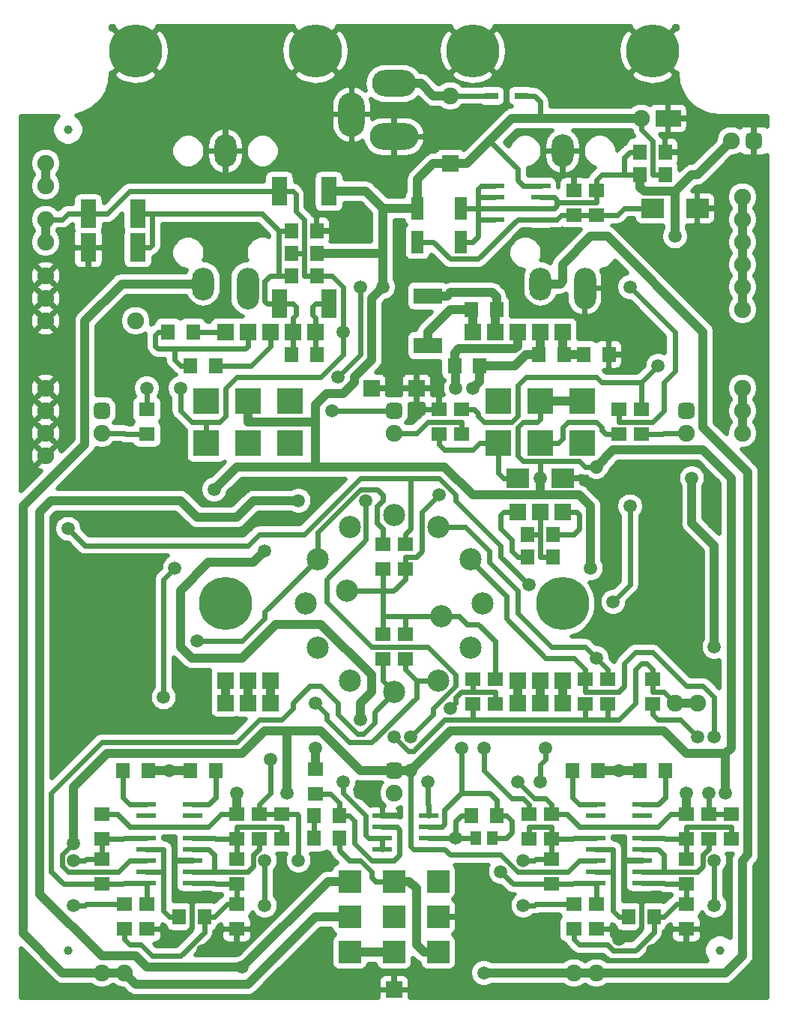
<source format=gbr>
G04 #@! TF.GenerationSoftware,KiCad,Pcbnew,5.1.12-84ad8e8a86~92~ubuntu20.04.1*
G04 #@! TF.CreationDate,2023-11-13T11:38:10+00:00*
G04 #@! TF.ProjectId,___-1.23.B-1,221a1f2d-312e-4323-932e-422d312e6b69,1B*
G04 #@! TF.SameCoordinates,Original*
G04 #@! TF.FileFunction,Copper,L2,Bot*
G04 #@! TF.FilePolarity,Positive*
%FSLAX46Y46*%
G04 Gerber Fmt 4.6, Leading zero omitted, Abs format (unit mm)*
G04 Created by KiCad (PCBNEW 5.1.12-84ad8e8a86~92~ubuntu20.04.1) date 2023-11-13 11:38:10*
%MOMM*%
%LPD*%
G01*
G04 APERTURE LIST*
G04 #@! TA.AperFunction,ComponentPad*
%ADD10C,1.900000*%
G04 #@! TD*
G04 #@! TA.AperFunction,ComponentPad*
%ADD11R,1.900000X1.900000*%
G04 #@! TD*
G04 #@! TA.AperFunction,SMDPad,CuDef*
%ADD12R,1.800000X3.200000*%
G04 #@! TD*
G04 #@! TA.AperFunction,SMDPad,CuDef*
%ADD13R,3.200000X1.800000*%
G04 #@! TD*
G04 #@! TA.AperFunction,SMDPad,CuDef*
%ADD14R,1.450000X2.600000*%
G04 #@! TD*
G04 #@! TA.AperFunction,SMDPad,CuDef*
%ADD15R,2.600000X2.200000*%
G04 #@! TD*
G04 #@! TA.AperFunction,SMDPad,CuDef*
%ADD16R,1.800000X1.600000*%
G04 #@! TD*
G04 #@! TA.AperFunction,SMDPad,CuDef*
%ADD17R,2.200000X0.600000*%
G04 #@! TD*
G04 #@! TA.AperFunction,SMDPad,CuDef*
%ADD18R,1.600000X1.800000*%
G04 #@! TD*
G04 #@! TA.AperFunction,ComponentPad*
%ADD19O,2.500000X3.700000*%
G04 #@! TD*
G04 #@! TA.AperFunction,ComponentPad*
%ADD20O,2.500000X4.700000*%
G04 #@! TD*
G04 #@! TA.AperFunction,SMDPad,CuDef*
%ADD21R,1.600000X0.800000*%
G04 #@! TD*
G04 #@! TA.AperFunction,ComponentPad*
%ADD22R,2.860000X1.900000*%
G04 #@! TD*
G04 #@! TA.AperFunction,SMDPad,CuDef*
%ADD23C,1.000000*%
G04 #@! TD*
G04 #@! TA.AperFunction,ComponentPad*
%ADD24O,5.500000X3.000000*%
G04 #@! TD*
G04 #@! TA.AperFunction,ComponentPad*
%ADD25O,3.000000X5.000000*%
G04 #@! TD*
G04 #@! TA.AperFunction,ComponentPad*
%ADD26O,5.000000X3.000000*%
G04 #@! TD*
G04 #@! TA.AperFunction,ComponentPad*
%ADD27R,2.500000X2.500000*%
G04 #@! TD*
G04 #@! TA.AperFunction,ComponentPad*
%ADD28R,3.000000X3.000000*%
G04 #@! TD*
G04 #@! TA.AperFunction,SMDPad,CuDef*
%ADD29R,1.300000X1.500000*%
G04 #@! TD*
G04 #@! TA.AperFunction,ComponentPad*
%ADD30C,6.000000*%
G04 #@! TD*
G04 #@! TA.AperFunction,ComponentPad*
%ADD31C,2.500000*%
G04 #@! TD*
G04 #@! TA.AperFunction,ViaPad*
%ADD32C,1.500000*%
G04 #@! TD*
G04 #@! TA.AperFunction,Conductor*
%ADD33C,0.600000*%
G04 #@! TD*
G04 #@! TA.AperFunction,Conductor*
%ADD34C,1.000000*%
G04 #@! TD*
G04 #@! TA.AperFunction,Conductor*
%ADD35C,1.500000*%
G04 #@! TD*
G04 #@! TA.AperFunction,Conductor*
%ADD36C,0.500000*%
G04 #@! TD*
G04 #@! TA.AperFunction,Conductor*
%ADD37C,0.100000*%
G04 #@! TD*
G04 APERTURE END LIST*
D10*
X76200000Y-127000000D03*
G04 #@! TA.AperFunction,ComponentPad*
G36*
G01*
X145100000Y-107060000D02*
X145100000Y-106300000D01*
G75*
G02*
X145670000Y-105730000I570000J0D01*
G01*
X146430000Y-105730000D01*
G75*
G02*
X147000000Y-106300000I0J-570000D01*
G01*
X147000000Y-107060000D01*
G75*
G02*
X146430000Y-107630000I-570000J0D01*
G01*
X145670000Y-107630000D01*
G75*
G02*
X145100000Y-107060000I0J570000D01*
G01*
G37*
G04 #@! TD.AperFunction*
X143510000Y-106680000D03*
D11*
X119380000Y-167640000D03*
X121920000Y-167640000D03*
X124460000Y-167640000D03*
X86360000Y-167640000D03*
X88900000Y-167640000D03*
X91440000Y-167640000D03*
D12*
X98050000Y-125095000D03*
X92450000Y-125095000D03*
D13*
X109220000Y-129800000D03*
X109220000Y-124200000D03*
D12*
X70860000Y-114935000D03*
X76460000Y-114935000D03*
X70860000Y-118745000D03*
X76460000Y-118745000D03*
X92450000Y-112395000D03*
X98050000Y-112395000D03*
D14*
X108065000Y-118110000D03*
X112915000Y-118110000D03*
X108065000Y-114300000D03*
X112915000Y-114300000D03*
D15*
X134660000Y-114300000D03*
X139660000Y-114300000D03*
D16*
X128270000Y-115065000D03*
X128270000Y-112265000D03*
X125730000Y-112265000D03*
X125730000Y-115065000D03*
D17*
X116780000Y-111760000D03*
X116780000Y-113030000D03*
X116780000Y-114300000D03*
X116780000Y-115570000D03*
X121980000Y-115570000D03*
X121980000Y-114300000D03*
X121980000Y-113030000D03*
X121980000Y-111760000D03*
D11*
X119380000Y-148590000D03*
X124460000Y-148590000D03*
X121920000Y-148590000D03*
D15*
X119420000Y-144780000D03*
X124420000Y-144780000D03*
D16*
X110490000Y-139830000D03*
X110490000Y-137030000D03*
X130810000Y-137030000D03*
X130810000Y-139830000D03*
D18*
X120520000Y-151130000D03*
X123320000Y-151130000D03*
D16*
X120650000Y-182750000D03*
X120650000Y-185550000D03*
D18*
X79880000Y-128270000D03*
X82680000Y-128270000D03*
X121790000Y-130810000D03*
X124590000Y-130810000D03*
X115065000Y-132080000D03*
X112265000Y-132080000D03*
X129670000Y-130810000D03*
X126870000Y-130810000D03*
X85220000Y-132080000D03*
X82420000Y-132080000D03*
X120520000Y-153670000D03*
X123320000Y-153670000D03*
D10*
X72390000Y-200660000D03*
X74930000Y-200660000D03*
X128270000Y-200660000D03*
X125730000Y-200660000D03*
D19*
X86360000Y-107830000D03*
X83860000Y-122830000D03*
D20*
X88860000Y-123330000D03*
D19*
X124460000Y-107830000D03*
X121960000Y-122830000D03*
D20*
X126960000Y-123330000D03*
D21*
X119810000Y-101600000D03*
X116410000Y-101600000D03*
D18*
X93850000Y-130810000D03*
X96650000Y-130810000D03*
X114170000Y-125730000D03*
X116970000Y-125730000D03*
D10*
X144780000Y-139700000D03*
X144780000Y-137160000D03*
X144780000Y-134620000D03*
X66040000Y-134620000D03*
X66040000Y-137160000D03*
X66040000Y-139700000D03*
X66040000Y-142240000D03*
X66040000Y-127000000D03*
X66040000Y-124460000D03*
X66040000Y-121920000D03*
X144780000Y-125730000D03*
X144780000Y-123190000D03*
X144780000Y-120650000D03*
X144780000Y-118110000D03*
X144780000Y-115570000D03*
X144780000Y-113030000D03*
D22*
X136370000Y-104140000D03*
D10*
X133350000Y-104140000D03*
X66040000Y-118110000D03*
X66040000Y-115570000D03*
X66040000Y-109220000D03*
X66040000Y-111760000D03*
D23*
X142240000Y-198120000D03*
X68580000Y-198120000D03*
X68580000Y-105410000D03*
D24*
X105410000Y-106210000D03*
D25*
X100610000Y-103710000D03*
D26*
X105410000Y-100210000D03*
D11*
X114300000Y-128270000D03*
X116840000Y-128270000D03*
X119380000Y-128270000D03*
X121920000Y-128270000D03*
X124460000Y-128270000D03*
X96520000Y-128270000D03*
X88900000Y-128270000D03*
X91440000Y-128270000D03*
X86360000Y-128270000D03*
X93980000Y-128270000D03*
D27*
X110410000Y-194310000D03*
X110410000Y-198310000D03*
X110410000Y-190310000D03*
X105410000Y-194310000D03*
X105410000Y-198310000D03*
X105410000Y-190310000D03*
X100410000Y-190310000D03*
X100410000Y-194310000D03*
X100410000Y-198310000D03*
D11*
X119380000Y-170180000D03*
X121920000Y-170180000D03*
X124460000Y-170180000D03*
X88900000Y-170180000D03*
X91440000Y-170180000D03*
X86360000Y-170180000D03*
D10*
X138430000Y-139700000D03*
G04 #@! TA.AperFunction,ComponentPad*
G36*
G01*
X138810000Y-138110000D02*
X138050000Y-138110000D01*
G75*
G02*
X137480000Y-137540000I0J570000D01*
G01*
X137480000Y-136780000D01*
G75*
G02*
X138050000Y-136210000I570000J0D01*
G01*
X138810000Y-136210000D01*
G75*
G02*
X139380000Y-136780000I0J-570000D01*
G01*
X139380000Y-137540000D01*
G75*
G02*
X138810000Y-138110000I-570000J0D01*
G01*
G37*
G04 #@! TD.AperFunction*
X105410000Y-139700000D03*
G04 #@! TA.AperFunction,ComponentPad*
G36*
G01*
X105790000Y-138110000D02*
X105030000Y-138110000D01*
G75*
G02*
X104460000Y-137540000I0J570000D01*
G01*
X104460000Y-136780000D01*
G75*
G02*
X105030000Y-136210000I570000J0D01*
G01*
X105790000Y-136210000D01*
G75*
G02*
X106360000Y-136780000I0J-570000D01*
G01*
X106360000Y-137540000D01*
G75*
G02*
X105790000Y-138110000I-570000J0D01*
G01*
G37*
G04 #@! TD.AperFunction*
X72390000Y-139700000D03*
G04 #@! TA.AperFunction,ComponentPad*
G36*
G01*
X72770000Y-138110000D02*
X72010000Y-138110000D01*
G75*
G02*
X71440000Y-137540000I0J570000D01*
G01*
X71440000Y-136780000D01*
G75*
G02*
X72010000Y-136210000I570000J0D01*
G01*
X72770000Y-136210000D01*
G75*
G02*
X73340000Y-136780000I0J-570000D01*
G01*
X73340000Y-137540000D01*
G75*
G02*
X72770000Y-138110000I-570000J0D01*
G01*
G37*
G04 #@! TD.AperFunction*
D28*
X121920000Y-140830000D03*
X126620000Y-140830000D03*
X117220000Y-140830000D03*
X126620000Y-136030000D03*
X121920000Y-136030000D03*
X117220000Y-136030000D03*
D10*
X139700000Y-170180000D03*
X137160000Y-170180000D03*
D16*
X104140000Y-165230000D03*
X104140000Y-162430000D03*
X106680000Y-165230000D03*
X106680000Y-162430000D03*
X104140000Y-152270000D03*
X104140000Y-155070000D03*
X106680000Y-152270000D03*
X106680000Y-155070000D03*
X127000000Y-170310000D03*
X127000000Y-167510000D03*
X129540000Y-170310000D03*
X129540000Y-167510000D03*
X134620000Y-167510000D03*
X134620000Y-170310000D03*
D29*
X114620000Y-185420000D03*
X116520000Y-185420000D03*
D18*
X114170000Y-182880000D03*
X116970000Y-182880000D03*
D16*
X116840000Y-170310000D03*
X116840000Y-167510000D03*
X114300000Y-170310000D03*
X114300000Y-167510000D03*
X90170000Y-185550000D03*
X90170000Y-182750000D03*
D18*
X81150000Y-194310000D03*
X83950000Y-194310000D03*
X99190000Y-182880000D03*
X96390000Y-182880000D03*
D17*
X133410000Y-181610000D03*
X133410000Y-182880000D03*
X133410000Y-184150000D03*
X133410000Y-185420000D03*
X128210000Y-185420000D03*
X128210000Y-184150000D03*
X128210000Y-182880000D03*
X128210000Y-181610000D03*
X133410000Y-186690000D03*
X133410000Y-187960000D03*
X133410000Y-189230000D03*
X133410000Y-190500000D03*
X128210000Y-186690000D03*
X128210000Y-187960000D03*
X128210000Y-189230000D03*
X128210000Y-190500000D03*
X82610000Y-181610000D03*
X82610000Y-182880000D03*
X82610000Y-184150000D03*
X82610000Y-185420000D03*
X77410000Y-185420000D03*
X77410000Y-184150000D03*
X77410000Y-182880000D03*
X77410000Y-181610000D03*
X82610000Y-186690000D03*
X82610000Y-187960000D03*
X82610000Y-189230000D03*
X82610000Y-190500000D03*
X77410000Y-186690000D03*
X77410000Y-187960000D03*
X77410000Y-189230000D03*
X77410000Y-190500000D03*
X109280000Y-186690000D03*
X109280000Y-185420000D03*
X109280000Y-184150000D03*
X109280000Y-182880000D03*
X104080000Y-182880000D03*
X104080000Y-184150000D03*
X104080000Y-185420000D03*
X104080000Y-186690000D03*
D16*
X92710000Y-185550000D03*
X92710000Y-182750000D03*
X87630000Y-182750000D03*
X87630000Y-185550000D03*
D18*
X85220000Y-177800000D03*
X82420000Y-177800000D03*
D16*
X87630000Y-190630000D03*
X87630000Y-187830000D03*
X87630000Y-195710000D03*
X87630000Y-192910000D03*
X74930000Y-192910000D03*
X74930000Y-195710000D03*
X72390000Y-182750000D03*
X72390000Y-185550000D03*
D18*
X74800000Y-177800000D03*
X77600000Y-177800000D03*
D16*
X72390000Y-190630000D03*
X72390000Y-187830000D03*
X77470000Y-195710000D03*
X77470000Y-192910000D03*
D18*
X96390000Y-185420000D03*
X99190000Y-185420000D03*
D16*
X96520000Y-180470000D03*
X96520000Y-177670000D03*
D18*
X96650000Y-119380000D03*
X93850000Y-119380000D03*
X93850000Y-116840000D03*
X96650000Y-116840000D03*
X93850000Y-121920000D03*
X96650000Y-121920000D03*
X136020000Y-110490000D03*
X133220000Y-110490000D03*
X133220000Y-107950000D03*
X136020000Y-107950000D03*
X136020000Y-177800000D03*
X133220000Y-177800000D03*
D16*
X138430000Y-182750000D03*
X138430000Y-185550000D03*
X128270000Y-195710000D03*
X128270000Y-192910000D03*
X123190000Y-182750000D03*
X123190000Y-185550000D03*
D18*
X131950000Y-194310000D03*
X134750000Y-194310000D03*
X125600000Y-177800000D03*
X128400000Y-177800000D03*
D16*
X143510000Y-185550000D03*
X143510000Y-182750000D03*
X138430000Y-195710000D03*
X138430000Y-192910000D03*
X138430000Y-190630000D03*
X138430000Y-187830000D03*
X140970000Y-185550000D03*
X140970000Y-182750000D03*
X123190000Y-190630000D03*
X123190000Y-187830000D03*
X125730000Y-192910000D03*
X125730000Y-195710000D03*
X77470000Y-139830000D03*
X77470000Y-137030000D03*
X113030000Y-139830000D03*
X113030000Y-137030000D03*
X133350000Y-139830000D03*
X133350000Y-137030000D03*
D28*
X88900000Y-140830000D03*
X93600000Y-140830000D03*
X84200000Y-140830000D03*
X93600000Y-136030000D03*
X88900000Y-136030000D03*
X84200000Y-136030000D03*
D10*
X111760000Y-101600000D03*
D11*
X111760000Y-109220000D03*
D30*
X86360000Y-158950000D03*
X124460000Y-158950000D03*
X134620000Y-96520000D03*
X114300000Y-96520000D03*
X96520000Y-96520000D03*
X76200000Y-96520000D03*
D31*
X100410001Y-167610254D03*
X110722592Y-160373505D03*
X96749746Y-163950000D03*
X100097408Y-157526495D03*
X95410000Y-158950000D03*
X96749746Y-153950001D03*
X100410000Y-150289746D03*
X105410000Y-148950000D03*
X110409999Y-150289746D03*
X114070254Y-153950000D03*
X115410000Y-158950000D03*
X114070254Y-163949999D03*
X110410000Y-167610254D03*
X105410000Y-168950000D03*
D11*
X105410000Y-202565000D03*
X107950000Y-134620000D03*
X102870000Y-134620000D03*
D10*
X105410000Y-180340000D03*
G04 #@! TA.AperFunction,ComponentPad*
G36*
G01*
X105790000Y-178750000D02*
X105030000Y-178750000D01*
G75*
G02*
X104460000Y-178180000I0J570000D01*
G01*
X104460000Y-177420000D01*
G75*
G02*
X105030000Y-176850000I570000J0D01*
G01*
X105790000Y-176850000D01*
G75*
G02*
X106360000Y-177420000I0J-570000D01*
G01*
X106360000Y-178180000D01*
G75*
G02*
X105790000Y-178750000I-570000J0D01*
G01*
G37*
G04 #@! TD.AperFunction*
D32*
X141605000Y-149860000D03*
X134620000Y-198120000D03*
X130810000Y-196850000D03*
X80010000Y-196850000D03*
X87630000Y-198120000D03*
X83820000Y-198120000D03*
X101600000Y-180340000D03*
X141605000Y-145415000D03*
X69215000Y-163195000D03*
X67310000Y-167005000D03*
X77470000Y-134620000D03*
X107315000Y-173990000D03*
X102235000Y-147320000D03*
X135255000Y-132080000D03*
X138430000Y-180340000D03*
X109220000Y-179070000D03*
X96520000Y-175260000D03*
X87630000Y-180340000D03*
X141605000Y-163830000D03*
X137160000Y-117475000D03*
X119380000Y-179070000D03*
X139065000Y-144780000D03*
X104140000Y-123190000D03*
X85090000Y-146050000D03*
X127635000Y-154940000D03*
X142875000Y-180340000D03*
X93345000Y-180340000D03*
X99695000Y-179070000D03*
X105410000Y-173990000D03*
X122555000Y-175260000D03*
X128270000Y-165100000D03*
X121920000Y-179070000D03*
X117475000Y-189230000D03*
X141605000Y-173990000D03*
X120650000Y-156845000D03*
X68580000Y-150495000D03*
X83185000Y-163195000D03*
X94615000Y-187960000D03*
X91440000Y-176530000D03*
X96520000Y-170180000D03*
X110490000Y-146685000D03*
X99060000Y-133350000D03*
X101600000Y-123190000D03*
X120015000Y-187960000D03*
X120015000Y-193040000D03*
X98425000Y-137160000D03*
X130810000Y-177800000D03*
X80010000Y-177800000D03*
X81280000Y-134620000D03*
X99695000Y-128270000D03*
X141605000Y-187960000D03*
X141605000Y-193040000D03*
X130175000Y-158750000D03*
X132080000Y-147955000D03*
X80645000Y-154940000D03*
X79375000Y-169545000D03*
X90805000Y-187960000D03*
X90805000Y-193040000D03*
X69215000Y-187960000D03*
X69215000Y-193040000D03*
X112395000Y-185420000D03*
X113030000Y-175260000D03*
X111760000Y-170815000D03*
X132080000Y-123190000D03*
X139700000Y-173990000D03*
X140970000Y-180340000D03*
X112395000Y-134620000D03*
X101600000Y-172085000D03*
X90805000Y-153035000D03*
X115570000Y-175260000D03*
X115570000Y-200660000D03*
X94615000Y-147320000D03*
X88265000Y-200025000D03*
X114300000Y-134620000D03*
D33*
X82550000Y-195580000D02*
X82550000Y-192405000D01*
X81915000Y-196215000D02*
X82550000Y-195580000D01*
X133350000Y-195580000D02*
X133350000Y-192405000D01*
X132715000Y-196215000D02*
X133350000Y-195580000D01*
X77470000Y-137030000D02*
X77470000Y-134620000D01*
X102235000Y-151765000D02*
X102235000Y-147320000D01*
X97790000Y-156210000D02*
X102235000Y-151765000D01*
X102870000Y-163830000D02*
X97790000Y-158750000D01*
X109220000Y-163830000D02*
X102870000Y-163830000D01*
X112395000Y-167005000D02*
X109220000Y-163830000D01*
X97790000Y-158750000D02*
X97790000Y-156210000D01*
X112395000Y-168275000D02*
X112395000Y-167005000D01*
X109855000Y-170815000D02*
X112395000Y-168275000D01*
X109855000Y-171450000D02*
X109855000Y-170815000D01*
X107315000Y-173990000D02*
X109855000Y-171450000D01*
X135255000Y-132080000D02*
X133350000Y-133985000D01*
X133350000Y-137030000D02*
X133350000Y-133985000D01*
X120332500Y-133350000D02*
X128270000Y-133350000D01*
X128270000Y-133350000D02*
X128905000Y-133985000D01*
X119380000Y-134302500D02*
X120332500Y-133350000D01*
X119380000Y-137795000D02*
X119380000Y-134302500D01*
X118745000Y-138430000D02*
X119380000Y-137795000D01*
X115570000Y-138430000D02*
X118745000Y-138430000D01*
X114935000Y-137795000D02*
X115570000Y-138430000D01*
X114935000Y-137477500D02*
X114935000Y-137795000D01*
X114487500Y-137030000D02*
X114935000Y-137477500D01*
X113030000Y-137030000D02*
X114487500Y-137030000D01*
X128905000Y-133985000D02*
X133350000Y-133985000D01*
X121980000Y-114300000D02*
X116780000Y-114300000D01*
X116780000Y-111760000D02*
X115252500Y-111760000D01*
X115252500Y-111760000D02*
X114935000Y-112077500D01*
D34*
X138430000Y-182750000D02*
X138430000Y-180340000D01*
D33*
X123190000Y-182750000D02*
X124965000Y-182750000D01*
X128210000Y-184150000D02*
X126365000Y-184150000D01*
X136655000Y-182750000D02*
X135255000Y-184150000D01*
X133410000Y-184150000D02*
X128210000Y-184150000D01*
X124965000Y-182750000D02*
X126365000Y-184150000D01*
X133410000Y-184150000D02*
X135255000Y-184150000D01*
X138430000Y-182750000D02*
X136655000Y-182750000D01*
X82610000Y-184150000D02*
X77410000Y-184150000D01*
X87630000Y-182750000D02*
X85855000Y-182750000D01*
X85855000Y-182750000D02*
X84455000Y-184150000D01*
X82610000Y-184150000D02*
X84455000Y-184150000D01*
X77410000Y-184150000D02*
X75565000Y-184150000D01*
X74165000Y-182750000D02*
X75565000Y-184150000D01*
X72390000Y-182750000D02*
X74165000Y-182750000D01*
D34*
X87630000Y-182750000D02*
X87630000Y-180340000D01*
X96520000Y-177670000D02*
X96520000Y-175260000D01*
D33*
X109220000Y-181610000D02*
X109220000Y-179070000D01*
X109280000Y-181670000D02*
X109220000Y-181610000D01*
X109280000Y-182880000D02*
X109280000Y-181670000D01*
D34*
X144780000Y-137160000D02*
X144780000Y-139700000D01*
X144780000Y-134620000D02*
X144780000Y-137160000D01*
D33*
X123190000Y-181610000D02*
X123190000Y-182750000D01*
X122555000Y-180975000D02*
X123190000Y-181610000D01*
X121285000Y-180975000D02*
X122555000Y-180975000D01*
X119380000Y-179070000D02*
X121285000Y-180975000D01*
X112915000Y-114300000D02*
X114935000Y-114300000D01*
X116780000Y-114300000D02*
X114935000Y-114300000D01*
X114935000Y-117475000D02*
X114300000Y-118110000D01*
X112915000Y-118110000D02*
X114300000Y-118110000D01*
X128270000Y-112265000D02*
X128270000Y-113665000D01*
D34*
X137160000Y-112395000D02*
X137160000Y-117475000D01*
X133667500Y-112395000D02*
X137160000Y-112395000D01*
X133220000Y-111947500D02*
X133667500Y-112395000D01*
X133220000Y-110490000D02*
X133220000Y-111947500D01*
X139065000Y-110490000D02*
X137160000Y-112395000D01*
X139700000Y-110490000D02*
X139065000Y-110490000D01*
X143510000Y-106680000D02*
X139700000Y-110490000D01*
D33*
X123825000Y-113982500D02*
X123825000Y-113665000D01*
X123507500Y-114300000D02*
X123825000Y-113982500D01*
X121980000Y-114300000D02*
X123507500Y-114300000D01*
X121980000Y-113030000D02*
X123507500Y-113030000D01*
X123507500Y-113030000D02*
X123825000Y-113347500D01*
X123825000Y-113347500D02*
X123825000Y-113665000D01*
X131445000Y-108585000D02*
X131445000Y-110490000D01*
X132080000Y-107950000D02*
X131445000Y-108585000D01*
X133220000Y-107950000D02*
X132080000Y-107950000D01*
X133220000Y-110490000D02*
X131445000Y-110490000D01*
X128270000Y-113665000D02*
X123825000Y-113665000D01*
X128270000Y-111125000D02*
X128270000Y-112265000D01*
X128905000Y-110490000D02*
X128270000Y-111125000D01*
X131445000Y-110490000D02*
X128905000Y-110490000D01*
D34*
X141605000Y-152400000D02*
X141605000Y-163830000D01*
X139065000Y-149860000D02*
X141605000Y-152400000D01*
X139065000Y-144780000D02*
X139065000Y-149860000D01*
D33*
X116780000Y-113030000D02*
X114935000Y-113030000D01*
X114935000Y-113030000D02*
X114935000Y-114300000D01*
X114935000Y-112077500D02*
X114935000Y-113030000D01*
X116780000Y-115570000D02*
X114935000Y-115570000D01*
X114935000Y-114300000D02*
X114935000Y-115570000D01*
X114935000Y-115570000D02*
X114935000Y-117475000D01*
D35*
X121920000Y-144780000D02*
X121920000Y-144780000D01*
X107315000Y-177800000D02*
X107315000Y-177800000D01*
X69215000Y-186055000D02*
X69215000Y-186055000D01*
D33*
X68580000Y-189230000D02*
X67945000Y-188595000D01*
X74295000Y-189230000D02*
X68580000Y-189230000D01*
X75565000Y-187960000D02*
X74295000Y-189230000D01*
X77410000Y-187960000D02*
X75565000Y-187960000D01*
D34*
X142875000Y-175895000D02*
X142875000Y-180340000D01*
D33*
X126365000Y-187960000D02*
X128210000Y-187960000D01*
X125095000Y-189230000D02*
X126365000Y-187960000D01*
X119380000Y-189230000D02*
X125095000Y-189230000D01*
D34*
X93345000Y-173355000D02*
X93345000Y-180340000D01*
D33*
X67945000Y-187325000D02*
X69215000Y-186055000D01*
X67945000Y-188595000D02*
X67945000Y-187325000D01*
X111125000Y-186690000D02*
X111760000Y-187325000D01*
X109280000Y-186690000D02*
X111125000Y-186690000D01*
X111760000Y-187325000D02*
X117475000Y-187325000D01*
X117475000Y-187325000D02*
X119380000Y-189230000D01*
D34*
X90805000Y-173355000D02*
X93345000Y-173355000D01*
X88265000Y-175895000D02*
X90805000Y-173355000D01*
X73025000Y-175895000D02*
X88265000Y-175895000D01*
X69215000Y-179705000D02*
X73025000Y-175895000D01*
X69215000Y-186055000D02*
X69215000Y-179705000D01*
X85090000Y-146050000D02*
X87630000Y-143510000D01*
X87630000Y-143510000D02*
X96520000Y-143510000D01*
X101600000Y-177800000D02*
X105410000Y-177800000D01*
X97155000Y-173355000D02*
X101600000Y-177800000D01*
X93345000Y-173355000D02*
X97155000Y-173355000D01*
X105410000Y-177800000D02*
X107315000Y-177800000D01*
X138430000Y-175895000D02*
X142875000Y-175895000D01*
X135890000Y-173355000D02*
X138430000Y-175895000D01*
X111760000Y-173355000D02*
X135890000Y-173355000D01*
X107315000Y-177800000D02*
X111760000Y-173355000D01*
D33*
X107632500Y-186690000D02*
X109280000Y-186690000D01*
X107315000Y-186372500D02*
X107632500Y-186690000D01*
X107315000Y-177800000D02*
X107315000Y-186372500D01*
D34*
X144780000Y-113030000D02*
X144780000Y-115570000D01*
X144780000Y-115570000D02*
X144780000Y-118110000D01*
X144780000Y-118110000D02*
X144780000Y-120650000D01*
X144780000Y-120650000D02*
X144780000Y-123190000D01*
X144780000Y-123190000D02*
X144780000Y-125730000D01*
D33*
X119810000Y-101600000D02*
X121285000Y-101600000D01*
X121920000Y-102235000D02*
X121920000Y-104140000D01*
X121285000Y-101600000D02*
X121920000Y-102235000D01*
D34*
X133350000Y-104140000D02*
X121920000Y-104140000D01*
X121920000Y-136030000D02*
X126620000Y-136030000D01*
D33*
X120015000Y-138430000D02*
X119380000Y-139065000D01*
X121920000Y-138112500D02*
X121602500Y-138430000D01*
X121602500Y-138430000D02*
X120015000Y-138430000D01*
X121920000Y-136030000D02*
X121920000Y-138112500D01*
D34*
X121920000Y-146685000D02*
X121920000Y-144780000D01*
D33*
X121920000Y-142875000D02*
X121920000Y-144780000D01*
X120015000Y-142875000D02*
X119380000Y-142240000D01*
X119380000Y-139065000D02*
X119380000Y-142240000D01*
X120015000Y-142875000D02*
X121920000Y-142875000D01*
D34*
X114300000Y-146685000D02*
X121920000Y-146685000D01*
X111125000Y-143510000D02*
X114300000Y-146685000D01*
X96520000Y-143510000D02*
X111125000Y-143510000D01*
D35*
X128270000Y-143510000D02*
X128270000Y-143510000D01*
D34*
X128270000Y-143510000D02*
X130175000Y-141605000D01*
X143510000Y-175260000D02*
X142875000Y-175895000D01*
X143510000Y-144780000D02*
X143510000Y-175260000D01*
X140335000Y-141605000D02*
X143510000Y-144780000D01*
X130175000Y-141605000D02*
X140335000Y-141605000D01*
D33*
X126365000Y-142875000D02*
X121920000Y-142875000D01*
X127000000Y-143510000D02*
X126365000Y-142875000D01*
X128270000Y-143510000D02*
X127000000Y-143510000D01*
D34*
X111760000Y-109220000D02*
X109855000Y-109220000D01*
X108065000Y-111010000D02*
X109855000Y-109220000D01*
X108065000Y-114300000D02*
X108065000Y-111010000D01*
D33*
X136020000Y-110490000D02*
X134620000Y-110490000D01*
X133350000Y-104140000D02*
X133350000Y-105410000D01*
X133350000Y-105410000D02*
X134620000Y-106680000D01*
X134620000Y-106680000D02*
X134620000Y-110490000D01*
D34*
X121920000Y-104140000D02*
X118745000Y-104140000D01*
D33*
X119380000Y-109855000D02*
X116205000Y-106680000D01*
X119380000Y-111125000D02*
X119380000Y-109855000D01*
X120015000Y-111760000D02*
X119380000Y-111125000D01*
X121980000Y-111760000D02*
X120015000Y-111760000D01*
D34*
X113665000Y-109220000D02*
X111760000Y-109220000D01*
X116205000Y-106680000D02*
X113665000Y-109220000D01*
X118745000Y-104140000D02*
X116205000Y-106680000D01*
X102235000Y-112395000D02*
X104140000Y-114300000D01*
X104140000Y-123190000D02*
X104140000Y-119380000D01*
X104140000Y-114300000D02*
X104140000Y-119380000D01*
X96520000Y-143510000D02*
X96520000Y-138430000D01*
X96520000Y-138430000D02*
X88900000Y-138430000D01*
X88900000Y-136030000D02*
X88900000Y-138430000D01*
X96520000Y-136525000D02*
X96520000Y-138430000D01*
X97790000Y-135255000D02*
X96520000Y-136525000D01*
X99695000Y-135255000D02*
X97790000Y-135255000D01*
X100965000Y-133985000D02*
X99695000Y-135255000D01*
X100965000Y-133350000D02*
X100965000Y-133985000D01*
X104140000Y-119380000D02*
X96650000Y-119380000D01*
X108065000Y-114300000D02*
X104140000Y-114300000D01*
X98050000Y-112395000D02*
X102235000Y-112395000D01*
X104140000Y-123190000D02*
X102870000Y-124460000D01*
X102870000Y-124460000D02*
X102870000Y-131445000D01*
X102870000Y-131445000D02*
X100965000Y-133350000D01*
X121920000Y-146685000D02*
X126365000Y-146685000D01*
X126365000Y-146685000D02*
X127635000Y-147955000D01*
X127635000Y-147955000D02*
X127635000Y-154940000D01*
D33*
X104080000Y-185420000D02*
X104080000Y-186690000D01*
X114300000Y-170310000D02*
X114300000Y-172085000D01*
X127000000Y-170310000D02*
X127000000Y-172085000D01*
X129540000Y-170310000D02*
X129540000Y-172085000D01*
X127000000Y-172085000D02*
X129540000Y-172085000D01*
X114300000Y-172085000D02*
X127000000Y-172085000D01*
X134620000Y-167510000D02*
X134620000Y-166370000D01*
X134620000Y-166370000D02*
X133985000Y-165735000D01*
X133985000Y-165735000D02*
X133350000Y-165735000D01*
X132715000Y-166370000D02*
X132715000Y-170180000D01*
X133350000Y-165735000D02*
X132715000Y-166370000D01*
X132715000Y-170180000D02*
X130810000Y-172085000D01*
X130810000Y-172085000D02*
X129540000Y-172085000D01*
D34*
X137160000Y-170180000D02*
X139700000Y-170180000D01*
D33*
X134620000Y-167510000D02*
X134620000Y-168910000D01*
X134620000Y-168910000D02*
X135890000Y-168910000D01*
X135890000Y-168910000D02*
X137160000Y-170180000D01*
X102552500Y-185420000D02*
X104080000Y-185420000D01*
X102235000Y-185102500D02*
X102552500Y-185420000D01*
X102235000Y-182880000D02*
X102235000Y-185102500D01*
X99695000Y-180340000D02*
X102235000Y-182880000D01*
X99695000Y-179070000D02*
X99695000Y-180340000D01*
X106997500Y-175577500D02*
X105410000Y-173990000D01*
X107632500Y-175577500D02*
X106997500Y-175577500D01*
X111125000Y-172085000D02*
X107632500Y-175577500D01*
X114300000Y-172085000D02*
X111125000Y-172085000D01*
X128210000Y-190500000D02*
X125730000Y-190500000D01*
X123190000Y-190630000D02*
X125600000Y-190630000D01*
X128270000Y-192910000D02*
X128270000Y-190500000D01*
X125600000Y-190630000D02*
X125730000Y-190500000D01*
X122555000Y-175260000D02*
X122555000Y-176530000D01*
X121920000Y-177165000D02*
X121920000Y-179070000D01*
X122555000Y-176530000D02*
X121920000Y-177165000D01*
X118875000Y-190630000D02*
X117475000Y-189230000D01*
X123190000Y-190630000D02*
X118875000Y-190630000D01*
X129540000Y-167510000D02*
X129540000Y-166370000D01*
X128270000Y-165100000D02*
X129540000Y-166370000D01*
X113459746Y-150289746D02*
X110409999Y-150289746D01*
X123190000Y-163830000D02*
X119380000Y-160020000D01*
X127000000Y-163830000D02*
X123190000Y-163830000D01*
X128270000Y-165100000D02*
X127000000Y-163830000D01*
X116205000Y-153035000D02*
X116205000Y-154305000D01*
X116205000Y-153035000D02*
X113459746Y-150289746D01*
X116205000Y-154305000D02*
X119380000Y-157480000D01*
X119380000Y-160020000D02*
X119380000Y-157480000D01*
X125730000Y-165100000D02*
X127000000Y-166370000D01*
X127000000Y-166370000D02*
X127000000Y-167510000D01*
X122555000Y-165100000D02*
X125730000Y-165100000D01*
X118110000Y-160655000D02*
X122555000Y-165100000D01*
X118110000Y-158115000D02*
X118110000Y-160655000D01*
X114070254Y-154075254D02*
X118110000Y-158115000D01*
X114070254Y-153950000D02*
X114070254Y-154075254D01*
X130810000Y-168910000D02*
X127000000Y-168910000D01*
X131445000Y-168275000D02*
X130810000Y-168910000D01*
X131445000Y-165735000D02*
X131445000Y-168275000D01*
X132715000Y-164465000D02*
X131445000Y-165735000D01*
X134620000Y-164465000D02*
X132715000Y-164465000D01*
X138430000Y-168275000D02*
X134620000Y-164465000D01*
X140335000Y-168275000D02*
X138430000Y-168275000D01*
X127000000Y-168910000D02*
X127000000Y-167510000D01*
X141605000Y-169545000D02*
X140335000Y-168275000D01*
X141605000Y-173990000D02*
X141605000Y-169545000D01*
X95250000Y-151130000D02*
X101600000Y-144780000D01*
X90170000Y-151130000D02*
X95250000Y-151130000D01*
X88900000Y-152400000D02*
X90170000Y-151130000D01*
X70485000Y-152400000D02*
X88900000Y-152400000D01*
X68580000Y-150495000D02*
X70485000Y-152400000D01*
X107315000Y-150495000D02*
X107315000Y-144780000D01*
X106680000Y-151130000D02*
X107315000Y-150495000D01*
X106680000Y-152270000D02*
X106680000Y-151130000D01*
X101600000Y-144780000D02*
X107315000Y-144780000D01*
X107315000Y-144780000D02*
X110490000Y-144780000D01*
X112395000Y-146685000D02*
X112395000Y-147320000D01*
X110490000Y-144780000D02*
X112395000Y-146685000D01*
X112395000Y-147320000D02*
X117475000Y-152400000D01*
X117475000Y-152400000D02*
X117475000Y-153670000D01*
X117475000Y-153670000D02*
X120650000Y-156845000D01*
X88265000Y-163195000D02*
X83185000Y-163195000D01*
X90805000Y-160655000D02*
X88265000Y-163195000D01*
X90805000Y-159894747D02*
X90805000Y-160655000D01*
X96749746Y-153950001D02*
X90805000Y-159894747D01*
X96749746Y-153950001D02*
X96749746Y-150900254D01*
X96749746Y-150900254D02*
X101600000Y-146050000D01*
X101600000Y-146050000D02*
X103505000Y-146050000D01*
X103505000Y-147955000D02*
X103505000Y-149860000D01*
X103505000Y-146050000D02*
X104140000Y-146685000D01*
X104140000Y-146685000D02*
X104140000Y-147320000D01*
X104140000Y-147320000D02*
X103505000Y-147955000D01*
X104140000Y-150495000D02*
X104140000Y-152270000D01*
X103505000Y-149860000D02*
X104140000Y-150495000D01*
X92710000Y-182750000D02*
X90170000Y-182750000D01*
X94615000Y-182880000D02*
X94615000Y-187960000D01*
X94485000Y-182750000D02*
X94615000Y-182880000D01*
X92710000Y-182750000D02*
X94485000Y-182750000D01*
X110410000Y-167610254D02*
X107920254Y-167610254D01*
X106680000Y-166370000D02*
X107920254Y-167610254D01*
X106680000Y-165230000D02*
X106680000Y-166370000D01*
X97790000Y-171450000D02*
X96520000Y-170180000D01*
X97790000Y-172085000D02*
X97790000Y-171450000D01*
X102870000Y-174625000D02*
X100330000Y-174625000D01*
X100330000Y-174625000D02*
X97790000Y-172085000D01*
X107920254Y-169574746D02*
X102870000Y-174625000D01*
X107920254Y-167610254D02*
X107920254Y-169574746D01*
X90170000Y-181610000D02*
X90170000Y-182750000D01*
X91440000Y-180340000D02*
X90170000Y-181610000D01*
X91440000Y-176530000D02*
X91440000Y-180340000D01*
X113665000Y-161290000D02*
X114935000Y-161290000D01*
X112748505Y-160373505D02*
X113665000Y-161290000D01*
X110722592Y-160373505D02*
X112748505Y-160373505D01*
X116840000Y-167510000D02*
X116840000Y-163195000D01*
X114935000Y-161290000D02*
X116840000Y-163195000D01*
X110722592Y-160373505D02*
X106680000Y-160373505D01*
X106680000Y-162430000D02*
X106680000Y-160373505D01*
X104140000Y-162430000D02*
X104140000Y-160373505D01*
X104140000Y-160373505D02*
X106680000Y-160373505D01*
X100097408Y-157526495D02*
X104140000Y-157526495D01*
X104140000Y-157526495D02*
X104140000Y-160373505D01*
X106680000Y-155070000D02*
X106680000Y-156210000D01*
X105363505Y-157526495D02*
X104140000Y-157526495D01*
X104140000Y-155070000D02*
X104140000Y-157526495D01*
X106680000Y-156210000D02*
X105363505Y-157526495D01*
X107950000Y-153670000D02*
X106680000Y-153670000D01*
X108585000Y-153035000D02*
X107950000Y-153670000D01*
X106680000Y-153670000D02*
X106680000Y-155070000D01*
X108585000Y-148590000D02*
X108585000Y-153035000D01*
X110490000Y-146685000D02*
X108585000Y-148590000D01*
D34*
X66040000Y-109220000D02*
X66040000Y-111760000D01*
D33*
X101600000Y-123190000D02*
X101600000Y-130810000D01*
X99060000Y-133350000D02*
X101600000Y-130810000D01*
X123190000Y-185550000D02*
X123190000Y-187830000D01*
X120015000Y-193040000D02*
X121285000Y-193040000D01*
X121285000Y-193040000D02*
X121415000Y-192910000D01*
X121415000Y-192910000D02*
X125730000Y-192910000D01*
X123190000Y-187830000D02*
X121415000Y-187830000D01*
X121415000Y-187830000D02*
X121285000Y-187960000D01*
X121285000Y-187960000D02*
X120015000Y-187960000D01*
X120650000Y-185550000D02*
X120650000Y-184150000D01*
X128210000Y-185420000D02*
X125730000Y-185420000D01*
X125600000Y-185550000D02*
X125730000Y-185420000D01*
X123190000Y-185550000D02*
X125600000Y-185550000D01*
X123190000Y-185550000D02*
X123190000Y-184150000D01*
X123190000Y-184150000D02*
X120650000Y-184150000D01*
X77470000Y-192910000D02*
X77470000Y-190500000D01*
X72390000Y-190630000D02*
X74800000Y-190630000D01*
X74800000Y-190630000D02*
X74930000Y-190500000D01*
X77410000Y-190500000D02*
X74930000Y-190500000D01*
X104140000Y-165230000D02*
X104140000Y-167680000D01*
X105410000Y-168950000D02*
X104140000Y-167680000D01*
X68075000Y-190630000D02*
X72390000Y-190630000D01*
X66675000Y-189230000D02*
X68075000Y-190630000D01*
X66675000Y-180340000D02*
X66675000Y-189230000D01*
X95885000Y-168275000D02*
X93980000Y-170180000D01*
X99060000Y-171450000D02*
X99060000Y-170180000D01*
X72390000Y-174625000D02*
X66675000Y-180340000D01*
X99060000Y-170180000D02*
X97155000Y-168275000D01*
X92710000Y-172085000D02*
X90170000Y-172085000D01*
X87630000Y-174625000D02*
X72390000Y-174625000D01*
X93980000Y-170180000D02*
X93980000Y-170815000D01*
X93980000Y-170815000D02*
X92710000Y-172085000D01*
X97155000Y-168275000D02*
X95885000Y-168275000D01*
X90170000Y-172085000D02*
X87630000Y-174625000D01*
X103187500Y-171172500D02*
X103187500Y-172402500D01*
X105410000Y-168950000D02*
X103187500Y-171172500D01*
X101282500Y-173672500D02*
X101917500Y-173672500D01*
X103187500Y-172402500D02*
X101917500Y-173672500D01*
X101282500Y-173672500D02*
X99060000Y-171450000D01*
X105410000Y-137160000D02*
X98425000Y-137160000D01*
D34*
X130810000Y-177800000D02*
X128400000Y-177800000D01*
X133220000Y-177800000D02*
X130810000Y-177800000D01*
X82420000Y-177800000D02*
X80010000Y-177800000D01*
X80010000Y-177800000D02*
X77600000Y-177800000D01*
D33*
X93850000Y-119380000D02*
X95250000Y-119380000D01*
X95250000Y-119380000D02*
X95250000Y-121920000D01*
X96650000Y-121920000D02*
X95250000Y-121920000D01*
D34*
X66040000Y-115570000D02*
X66040000Y-118110000D01*
D33*
X84200000Y-140830000D02*
X84200000Y-138430000D01*
X81280000Y-137160000D02*
X81280000Y-134620000D01*
X82550000Y-138430000D02*
X81280000Y-137160000D01*
X84200000Y-138430000D02*
X82550000Y-138430000D01*
D34*
X116840000Y-128270000D02*
X116840000Y-125730000D01*
D33*
X67945000Y-115570000D02*
X66040000Y-115570000D01*
X68580000Y-114935000D02*
X67945000Y-115570000D01*
X70860000Y-114935000D02*
X68580000Y-114935000D01*
X75565000Y-112395000D02*
X92450000Y-112395000D01*
X73025000Y-114935000D02*
X75565000Y-112395000D01*
X70860000Y-114935000D02*
X73025000Y-114935000D01*
X95250000Y-115570000D02*
X95250000Y-119380000D01*
X94297500Y-114617500D02*
X95250000Y-115570000D01*
X93980000Y-112395000D02*
X94297500Y-112712500D01*
X94297500Y-112712500D02*
X94297500Y-114617500D01*
X92450000Y-112395000D02*
X93980000Y-112395000D01*
D34*
X116970000Y-125730000D02*
X116970000Y-124272500D01*
X116970000Y-124272500D02*
X116522500Y-123825000D01*
X111760000Y-123825000D02*
X116522500Y-123825000D01*
X111385000Y-124200000D02*
X111760000Y-123825000D01*
X109220000Y-124200000D02*
X111385000Y-124200000D01*
D33*
X85725000Y-138430000D02*
X84200000Y-138430000D01*
X86360000Y-137795000D02*
X85725000Y-138430000D01*
X86360000Y-134620000D02*
X86360000Y-137795000D01*
X87630000Y-133350000D02*
X86360000Y-134620000D01*
X97155000Y-133350000D02*
X87630000Y-133350000D01*
X99695000Y-130810000D02*
X97155000Y-133350000D01*
X99695000Y-128270000D02*
X99695000Y-130810000D01*
X98425000Y-121920000D02*
X96650000Y-121920000D01*
X99695000Y-123190000D02*
X98425000Y-121920000D01*
X99695000Y-128270000D02*
X99695000Y-123190000D01*
D34*
X100410000Y-198310000D02*
X105410000Y-198310000D01*
D33*
X139700000Y-189230000D02*
X135890000Y-189230000D01*
X140335000Y-188595000D02*
X140335000Y-187325000D01*
X140335000Y-187325000D02*
X140970000Y-186690000D01*
X139700000Y-189230000D02*
X140335000Y-188595000D01*
X140970000Y-185550000D02*
X140970000Y-186690000D01*
X135890000Y-189230000D02*
X133410000Y-189230000D01*
X135255000Y-186690000D02*
X135890000Y-187325000D01*
X135890000Y-187325000D02*
X135890000Y-189230000D01*
X133410000Y-186690000D02*
X135255000Y-186690000D01*
X131950000Y-194310000D02*
X130810000Y-194310000D01*
X130175000Y-186690000D02*
X130175000Y-189230000D01*
X128210000Y-189230000D02*
X130175000Y-189230000D01*
X130810000Y-194310000D02*
X130175000Y-193675000D01*
X128210000Y-186690000D02*
X130175000Y-186690000D01*
X130175000Y-189230000D02*
X130175000Y-193675000D01*
X125730000Y-195710000D02*
X125730000Y-196850000D01*
X132715000Y-198120000D02*
X134750000Y-196085000D01*
X138430000Y-190630000D02*
X136020000Y-190630000D01*
X137290000Y-192910000D02*
X135890000Y-194310000D01*
X138430000Y-190630000D02*
X138430000Y-192910000D01*
X134750000Y-194310000D02*
X135890000Y-194310000D01*
X138430000Y-192910000D02*
X137290000Y-192910000D01*
X135890000Y-190500000D02*
X136020000Y-190630000D01*
X133410000Y-190500000D02*
X135890000Y-190500000D01*
X134750000Y-196085000D02*
X134750000Y-194310000D01*
X129540000Y-197485000D02*
X130175000Y-198120000D01*
X130175000Y-198120000D02*
X132715000Y-198120000D01*
X125730000Y-196850000D02*
X126365000Y-197485000D01*
X126365000Y-197485000D02*
X129540000Y-197485000D01*
X133410000Y-181610000D02*
X135255000Y-181610000D01*
X136020000Y-177800000D02*
X136020000Y-180845000D01*
X136020000Y-180845000D02*
X135255000Y-181610000D01*
X143510000Y-185550000D02*
X143510000Y-184150000D01*
X138430000Y-185550000D02*
X138430000Y-184150000D01*
X138430000Y-184150000D02*
X143510000Y-184150000D01*
X135890000Y-185420000D02*
X136020000Y-185550000D01*
X133410000Y-185420000D02*
X135890000Y-185420000D01*
X138430000Y-185550000D02*
X138430000Y-187830000D01*
X136020000Y-185550000D02*
X138430000Y-185550000D01*
X125600000Y-180845000D02*
X126365000Y-181610000D01*
X128210000Y-181610000D02*
X126365000Y-181610000D01*
X125600000Y-177800000D02*
X125600000Y-180845000D01*
X141605000Y-187960000D02*
X141605000Y-193040000D01*
X132080000Y-156845000D02*
X130175000Y-158750000D01*
X132080000Y-147955000D02*
X132080000Y-156845000D01*
X79375000Y-156210000D02*
X80645000Y-154940000D01*
X79375000Y-169545000D02*
X79375000Y-156210000D01*
X90805000Y-187960000D02*
X90805000Y-193040000D01*
X88900000Y-189230000D02*
X85090000Y-189230000D01*
X89535000Y-188595000D02*
X89535000Y-187325000D01*
X89535000Y-187325000D02*
X90170000Y-186690000D01*
X88900000Y-189230000D02*
X89535000Y-188595000D01*
X90170000Y-185550000D02*
X90170000Y-186690000D01*
X82610000Y-186690000D02*
X84455000Y-186690000D01*
X85090000Y-187325000D02*
X85090000Y-189230000D01*
X84455000Y-186690000D02*
X85090000Y-187325000D01*
X85090000Y-189230000D02*
X82610000Y-189230000D01*
X77410000Y-186690000D02*
X79375000Y-186690000D01*
X77410000Y-189230000D02*
X79375000Y-189230000D01*
X79375000Y-186690000D02*
X79375000Y-189230000D01*
X81150000Y-194310000D02*
X80010000Y-194310000D01*
X80010000Y-194310000D02*
X79375000Y-193675000D01*
X79375000Y-189230000D02*
X79375000Y-193675000D01*
X87630000Y-190630000D02*
X87630000Y-192910000D01*
X87630000Y-190630000D02*
X85220000Y-190630000D01*
X85090000Y-190500000D02*
X85220000Y-190630000D01*
X82610000Y-190500000D02*
X85090000Y-190500000D01*
X87630000Y-192910000D02*
X86490000Y-192910000D01*
X86490000Y-192910000D02*
X85090000Y-194310000D01*
X83950000Y-194310000D02*
X85090000Y-194310000D01*
X83950000Y-196085000D02*
X83950000Y-194310000D01*
X81280000Y-198755000D02*
X83950000Y-196085000D01*
X78105000Y-198755000D02*
X81280000Y-198755000D01*
X76835000Y-197485000D02*
X78105000Y-198755000D01*
X75565000Y-197485000D02*
X76835000Y-197485000D01*
X74930000Y-196850000D02*
X75565000Y-197485000D01*
X74930000Y-195710000D02*
X74930000Y-196850000D01*
X82610000Y-181610000D02*
X84455000Y-181610000D01*
X85220000Y-180845000D02*
X84455000Y-181610000D01*
X85220000Y-177800000D02*
X85220000Y-180845000D01*
X92710000Y-185550000D02*
X92710000Y-184150000D01*
X87630000Y-185550000D02*
X87630000Y-184150000D01*
X87630000Y-184150000D02*
X92710000Y-184150000D01*
X87630000Y-185550000D02*
X87630000Y-187830000D01*
X85220000Y-185550000D02*
X87630000Y-185550000D01*
X85090000Y-185420000D02*
X85220000Y-185550000D01*
X82610000Y-185420000D02*
X85090000Y-185420000D01*
X72390000Y-185550000D02*
X72390000Y-187830000D01*
X72390000Y-185550000D02*
X74800000Y-185550000D01*
X74800000Y-185550000D02*
X74930000Y-185420000D01*
X77410000Y-185420000D02*
X74930000Y-185420000D01*
X70485000Y-187960000D02*
X69215000Y-187960000D01*
X70615000Y-187830000D02*
X70485000Y-187960000D01*
X72390000Y-187830000D02*
X70615000Y-187830000D01*
X70615000Y-192910000D02*
X74930000Y-192910000D01*
X70485000Y-193040000D02*
X70615000Y-192910000D01*
X69215000Y-193040000D02*
X70485000Y-193040000D01*
X77410000Y-181610000D02*
X75565000Y-181610000D01*
X74800000Y-180845000D02*
X75565000Y-181610000D01*
X74800000Y-177800000D02*
X74800000Y-180845000D01*
X114170000Y-182880000D02*
X113030000Y-182880000D01*
X114620000Y-185420000D02*
X112395000Y-185420000D01*
X112395000Y-185420000D02*
X109280000Y-185420000D01*
X113030000Y-182880000D02*
X112395000Y-183515000D01*
X112395000Y-185420000D02*
X112395000Y-183515000D01*
X116970000Y-182880000D02*
X118110000Y-182880000D01*
X118110000Y-182880000D02*
X118745000Y-183515000D01*
X116520000Y-185420000D02*
X118110000Y-185420000D01*
X118110000Y-185420000D02*
X118745000Y-184785000D01*
X118745000Y-183515000D02*
X118745000Y-184785000D01*
X110807500Y-184150000D02*
X111125000Y-183832500D01*
X110807500Y-184150000D02*
X109280000Y-184150000D01*
X116970000Y-182880000D02*
X116970000Y-181105000D01*
X116970000Y-181105000D02*
X116205000Y-180340000D01*
X113030000Y-175260000D02*
X113030000Y-180340000D01*
X113030000Y-180340000D02*
X116205000Y-180340000D01*
X113030000Y-180340000D02*
X111125000Y-182245000D01*
X111125000Y-183832500D02*
X111125000Y-182245000D01*
X114300000Y-167510000D02*
X114300000Y-168910000D01*
X114300000Y-168910000D02*
X116840000Y-168910000D01*
X116840000Y-170310000D02*
X116840000Y-168910000D01*
X113030000Y-168910000D02*
X114300000Y-168910000D01*
X111760000Y-170815000D02*
X112395000Y-170180000D01*
X112395000Y-170180000D02*
X112395000Y-169545000D01*
X112395000Y-169545000D02*
X113030000Y-168910000D01*
X96390000Y-182880000D02*
X96390000Y-185420000D01*
X98180000Y-180470000D02*
X99190000Y-181480000D01*
X96520000Y-180470000D02*
X98180000Y-180470000D01*
X99190000Y-182880000D02*
X99190000Y-181480000D01*
X102870000Y-187960000D02*
X100965000Y-186055000D01*
X105410000Y-187960000D02*
X106045000Y-187325000D01*
X105410000Y-187960000D02*
X102870000Y-187960000D01*
X100965000Y-183515000D02*
X100965000Y-186055000D01*
X100330000Y-182880000D02*
X100965000Y-183515000D01*
X99190000Y-182880000D02*
X100330000Y-182880000D01*
X105727500Y-184150000D02*
X106045000Y-184467500D01*
X106045000Y-184467500D02*
X106045000Y-187325000D01*
X104080000Y-184150000D02*
X105727500Y-184150000D01*
D34*
X105410000Y-100210000D02*
X108465000Y-100210000D01*
X108465000Y-100210000D02*
X109855000Y-101600000D01*
X109855000Y-101600000D02*
X111760000Y-101600000D01*
D33*
X116410000Y-101600000D02*
X111760000Y-101600000D01*
X134620000Y-138430000D02*
X130810000Y-138430000D01*
X135890000Y-137160000D02*
X134620000Y-138430000D01*
X137160000Y-132715000D02*
X135890000Y-133985000D01*
X135890000Y-133985000D02*
X135890000Y-137160000D01*
X137160000Y-128270000D02*
X137160000Y-132715000D01*
X130810000Y-138430000D02*
X130810000Y-137030000D01*
X132080000Y-123190000D02*
X137160000Y-128270000D01*
X77470000Y-139830000D02*
X75060000Y-139830000D01*
X74930000Y-139700000D02*
X72390000Y-139700000D01*
X75060000Y-139830000D02*
X74930000Y-139700000D01*
X113030000Y-139830000D02*
X113030000Y-138430000D01*
X109220000Y-138430000D02*
X113030000Y-138430000D01*
X107950000Y-139700000D02*
X109220000Y-138430000D01*
X105410000Y-139700000D02*
X107950000Y-139700000D01*
X133350000Y-139830000D02*
X135760000Y-139830000D01*
X135890000Y-139700000D02*
X135760000Y-139830000D01*
X138430000Y-139700000D02*
X135890000Y-139700000D01*
X143510000Y-182750000D02*
X140970000Y-182750000D01*
X139700000Y-173990000D02*
X137795000Y-172085000D01*
X140970000Y-182750000D02*
X140970000Y-180340000D01*
X134620000Y-171450000D02*
X135255000Y-172085000D01*
X134620000Y-170310000D02*
X134620000Y-171450000D01*
X135255000Y-172085000D02*
X137795000Y-172085000D01*
D34*
X112395000Y-134620000D02*
X112395000Y-132080000D01*
X112265000Y-132080000D02*
X112265000Y-130622500D01*
X112265000Y-130622500D02*
X112712500Y-130175000D01*
X119062500Y-130175000D02*
X112712500Y-130175000D01*
X119380000Y-129857500D02*
X119062500Y-130175000D01*
X119380000Y-128270000D02*
X119380000Y-129857500D01*
X88265000Y-165100000D02*
X82550000Y-165100000D01*
X92075000Y-161290000D02*
X88265000Y-165100000D01*
X82550000Y-165100000D02*
X81280000Y-163830000D01*
X97155000Y-161290000D02*
X92075000Y-161290000D01*
X102870000Y-168910000D02*
X102870000Y-167005000D01*
X101600000Y-170180000D02*
X102870000Y-168910000D01*
X81280000Y-157480000D02*
X84455000Y-154305000D01*
X81280000Y-163830000D02*
X81280000Y-157480000D01*
X102870000Y-167005000D02*
X97155000Y-161290000D01*
X101600000Y-172085000D02*
X101600000Y-170180000D01*
X90805000Y-153035000D02*
X89535000Y-154305000D01*
X84455000Y-154305000D02*
X89535000Y-154305000D01*
D33*
X130810000Y-139830000D02*
X129352500Y-139830000D01*
X129352500Y-139830000D02*
X128905000Y-139382500D01*
X128905000Y-139382500D02*
X128905000Y-139065000D01*
X121920000Y-140830000D02*
X123965000Y-140830000D01*
X128905000Y-139065000D02*
X128270000Y-138430000D01*
X125095000Y-138430000D02*
X128270000Y-138430000D01*
X124460000Y-139065000D02*
X125095000Y-138430000D01*
X124460000Y-140335000D02*
X124460000Y-139065000D01*
X123965000Y-140830000D02*
X124460000Y-140335000D01*
X121920000Y-148590000D02*
X121920000Y-153670000D01*
X123320000Y-153670000D02*
X121920000Y-153670000D01*
X120520000Y-151130000D02*
X121920000Y-151130000D01*
X120650000Y-181610000D02*
X120650000Y-182750000D01*
X120015000Y-180975000D02*
X120650000Y-181610000D01*
X118745000Y-180975000D02*
X120015000Y-180975000D01*
X115570000Y-177800000D02*
X118745000Y-180975000D01*
X115570000Y-175260000D02*
X115570000Y-177800000D01*
X126365000Y-150495000D02*
X125730000Y-151130000D01*
X126365000Y-148907500D02*
X126365000Y-150495000D01*
X126047500Y-148590000D02*
X126365000Y-148907500D01*
X125730000Y-151130000D02*
X123320000Y-151130000D01*
X124460000Y-148590000D02*
X126047500Y-148590000D01*
X128270000Y-115065000D02*
X125730000Y-115065000D01*
X123825000Y-115570000D02*
X121980000Y-115570000D01*
X124330000Y-115065000D02*
X123825000Y-115570000D01*
X125730000Y-115065000D02*
X124330000Y-115065000D01*
X131445000Y-114300000D02*
X134660000Y-114300000D01*
X130680000Y-115065000D02*
X131445000Y-114300000D01*
X128270000Y-115065000D02*
X130680000Y-115065000D01*
X111760000Y-120015000D02*
X109855000Y-118110000D01*
X114935000Y-120015000D02*
X111760000Y-120015000D01*
X119380000Y-115570000D02*
X114935000Y-120015000D01*
X109855000Y-118110000D02*
X108065000Y-118110000D01*
X121980000Y-115570000D02*
X119380000Y-115570000D01*
X92392500Y-116840000D02*
X93850000Y-116840000D01*
X78105000Y-118427500D02*
X78105000Y-114935000D01*
X77787500Y-118745000D02*
X78105000Y-118427500D01*
X76460000Y-118745000D02*
X77787500Y-118745000D01*
X90487500Y-114935000D02*
X92392500Y-116840000D01*
X78105000Y-114935000D02*
X90487500Y-114935000D01*
X76460000Y-114935000D02*
X78105000Y-114935000D01*
X93980000Y-128270000D02*
X93980000Y-130810000D01*
X93850000Y-121920000D02*
X92392500Y-121920000D01*
X92392500Y-121920000D02*
X92392500Y-116840000D01*
X91440000Y-121920000D02*
X92392500Y-121920000D01*
X90805000Y-122555000D02*
X91440000Y-121920000D01*
X90805000Y-124777500D02*
X90805000Y-122555000D01*
X91122500Y-125095000D02*
X90805000Y-124777500D01*
X92450000Y-125095000D02*
X91122500Y-125095000D01*
X92450000Y-125095000D02*
X93980000Y-125095000D01*
X93980000Y-125095000D02*
X94297500Y-125412500D01*
X94297500Y-125412500D02*
X94297500Y-126365000D01*
X94297500Y-126365000D02*
X93980000Y-126682500D01*
X93980000Y-126682500D02*
X93980000Y-128270000D01*
D34*
X124460000Y-128270000D02*
X124460000Y-130810000D01*
X126870000Y-130810000D02*
X124590000Y-130810000D01*
D33*
X96520000Y-128270000D02*
X96520000Y-130810000D01*
D34*
X114300000Y-128270000D02*
X114300000Y-125730000D01*
X109220000Y-128270000D02*
X111760000Y-125730000D01*
X109220000Y-129800000D02*
X109220000Y-128270000D01*
X114170000Y-125730000D02*
X111760000Y-125730000D01*
D33*
X98050000Y-125095000D02*
X96520000Y-125095000D01*
X96202500Y-126365000D02*
X96520000Y-126682500D01*
X96520000Y-125095000D02*
X96202500Y-125412500D01*
X96202500Y-125412500D02*
X96202500Y-126365000D01*
X96520000Y-128270000D02*
X96520000Y-126682500D01*
X120520000Y-153670000D02*
X119380000Y-153670000D01*
X119380000Y-153670000D02*
X118745000Y-153035000D01*
X119380000Y-148590000D02*
X117792500Y-148590000D01*
X118745000Y-153035000D02*
X118745000Y-151765000D01*
X117475000Y-148907500D02*
X117475000Y-150495000D01*
X118745000Y-151765000D02*
X117475000Y-150495000D01*
X117792500Y-148590000D02*
X117475000Y-148907500D01*
X110490000Y-139830000D02*
X110490000Y-140970000D01*
X110490000Y-140970000D02*
X111125000Y-141605000D01*
X111125000Y-141605000D02*
X114300000Y-141605000D01*
X115075000Y-140830000D02*
X114300000Y-141605000D01*
X117220000Y-140830000D02*
X115075000Y-140830000D01*
X119420000Y-144780000D02*
X117792500Y-144780000D01*
X117220000Y-140830000D02*
X117220000Y-144207500D01*
X117220000Y-144207500D02*
X117792500Y-144780000D01*
X89217500Y-132080000D02*
X91440000Y-129857500D01*
X91440000Y-129857500D02*
X91440000Y-128270000D01*
X85220000Y-132080000D02*
X89217500Y-132080000D01*
X88582500Y-130175000D02*
X80645000Y-130175000D01*
X88900000Y-129857500D02*
X88582500Y-130175000D01*
X88900000Y-128270000D02*
X88900000Y-129857500D01*
X81280000Y-132080000D02*
X80645000Y-131445000D01*
X80645000Y-131445000D02*
X80645000Y-130175000D01*
X82420000Y-132080000D02*
X81280000Y-132080000D01*
X78740000Y-130175000D02*
X80645000Y-130175000D01*
X78422500Y-128587500D02*
X78422500Y-129857500D01*
X78422500Y-129857500D02*
X78740000Y-130175000D01*
X78740000Y-128270000D02*
X78422500Y-128587500D01*
X79880000Y-128270000D02*
X78740000Y-128270000D01*
D34*
X91440000Y-167640000D02*
X91440000Y-170180000D01*
X88900000Y-167640000D02*
X88900000Y-170180000D01*
X86360000Y-167640000D02*
X86360000Y-170180000D01*
X121920000Y-167640000D02*
X121920000Y-170180000D01*
X119380000Y-167640000D02*
X119380000Y-170180000D01*
X124460000Y-167640000D02*
X124460000Y-170180000D01*
X128270000Y-200660000D02*
X125730000Y-200660000D01*
X115570000Y-200660000D02*
X125730000Y-200660000D01*
X145415000Y-144145000D02*
X145415000Y-187325000D01*
X140335000Y-128270000D02*
X140335000Y-139065000D01*
X140335000Y-139065000D02*
X145415000Y-144145000D01*
X129540000Y-117475000D02*
X140335000Y-128270000D01*
X144780000Y-187960000D02*
X144780000Y-198755000D01*
X145415000Y-187325000D02*
X144780000Y-187960000D01*
X127635000Y-117475000D02*
X129540000Y-117475000D01*
X142875000Y-200660000D02*
X128270000Y-200660000D01*
X144780000Y-198755000D02*
X142875000Y-200660000D01*
X124460000Y-122555000D02*
X124460000Y-120650000D01*
X124185000Y-122830000D02*
X124460000Y-122555000D01*
X124460000Y-120650000D02*
X127635000Y-117475000D01*
X121960000Y-122830000D02*
X124185000Y-122830000D01*
X96520000Y-194310000D02*
X100410000Y-194310000D01*
X88900000Y-201930000D02*
X96520000Y-194310000D01*
X76200000Y-201930000D02*
X88900000Y-201930000D01*
X74930000Y-200660000D02*
X76200000Y-201930000D01*
X72390000Y-200660000D02*
X74930000Y-200660000D01*
X67945000Y-200660000D02*
X72390000Y-200660000D01*
X63500000Y-196215000D02*
X67945000Y-200660000D01*
X63500000Y-147955000D02*
X63500000Y-196215000D01*
X70485000Y-140970000D02*
X63500000Y-147955000D01*
X70485000Y-127000000D02*
X70485000Y-140970000D01*
X74655000Y-122830000D02*
X70485000Y-127000000D01*
X83860000Y-122830000D02*
X74655000Y-122830000D01*
X97980000Y-190310000D02*
X100410000Y-190310000D01*
X88265000Y-200025000D02*
X97980000Y-190310000D01*
X89535000Y-147320000D02*
X94615000Y-147320000D01*
X87630000Y-149225000D02*
X89535000Y-147320000D01*
X83185000Y-149225000D02*
X87630000Y-149225000D01*
X65405000Y-148590000D02*
X66675000Y-147320000D01*
X65405000Y-191770000D02*
X65405000Y-148590000D01*
X66675000Y-147320000D02*
X81280000Y-147320000D01*
X72390000Y-198755000D02*
X65405000Y-191770000D01*
X76200000Y-198755000D02*
X72390000Y-198755000D01*
X81280000Y-147320000D02*
X83185000Y-149225000D01*
X77470000Y-200025000D02*
X76200000Y-198755000D01*
X88265000Y-200025000D02*
X77470000Y-200025000D01*
X105410000Y-190310000D02*
X107125000Y-190310000D01*
X107125000Y-190310000D02*
X107950000Y-191135000D01*
X110410000Y-198310000D02*
X108775000Y-198310000D01*
X108775000Y-198310000D02*
X107950000Y-197485000D01*
X107950000Y-191135000D02*
X107950000Y-197485000D01*
D33*
X102870000Y-189865000D02*
X103315000Y-190310000D01*
X102870000Y-189230000D02*
X102870000Y-189865000D01*
X101600000Y-187960000D02*
X102870000Y-189230000D01*
X100330000Y-187960000D02*
X101600000Y-187960000D01*
X99190000Y-186820000D02*
X100330000Y-187960000D01*
X103315000Y-190310000D02*
X105410000Y-190310000D01*
X99190000Y-185420000D02*
X99190000Y-186820000D01*
D34*
X121920000Y-128270000D02*
X121920000Y-130810000D01*
X115065000Y-133855000D02*
X114300000Y-134620000D01*
X115065000Y-132080000D02*
X115065000Y-133855000D01*
X120332500Y-130810000D02*
X121790000Y-130810000D01*
X119062500Y-132080000D02*
X120332500Y-130810000D01*
X115065000Y-132080000D02*
X119062500Y-132080000D01*
D33*
X82680000Y-128270000D02*
X86360000Y-128270000D01*
D36*
X73650324Y-93899613D02*
X76200000Y-96449289D01*
X78749676Y-93899613D01*
X78667651Y-93760000D01*
X94052349Y-93760000D01*
X93970324Y-93899613D01*
X96520000Y-96449289D01*
X99069676Y-93899613D01*
X98987651Y-93760000D01*
X111832349Y-93760000D01*
X111750324Y-93899613D01*
X114300000Y-96449289D01*
X116849676Y-93899613D01*
X116767651Y-93760000D01*
X132152349Y-93760000D01*
X132070324Y-93899613D01*
X134620000Y-96449289D01*
X137169676Y-93899613D01*
X137087651Y-93760000D01*
X137380000Y-93760000D01*
X137380000Y-94052349D01*
X137240387Y-93970324D01*
X134690711Y-96520000D01*
X137240387Y-99069676D01*
X137380001Y-98987651D01*
X137380001Y-99111578D01*
X137384579Y-99158064D01*
X137384414Y-99181763D01*
X137385845Y-99196353D01*
X137463570Y-99935861D01*
X137482701Y-100029059D01*
X137500538Y-100122566D01*
X137504776Y-100136601D01*
X137724659Y-100846927D01*
X137761525Y-100934628D01*
X137797187Y-101022896D01*
X137804070Y-101035840D01*
X138157736Y-101689930D01*
X138210939Y-101768807D01*
X138263062Y-101848459D01*
X138272328Y-101859820D01*
X138746305Y-102432760D01*
X138813814Y-102499799D01*
X138880417Y-102567812D01*
X138891713Y-102577157D01*
X139467947Y-103047122D01*
X139547212Y-103099785D01*
X139625737Y-103153553D01*
X139638629Y-103160522D01*
X139638633Y-103160525D01*
X139638637Y-103160527D01*
X140295178Y-103509615D01*
X140383161Y-103545880D01*
X140470633Y-103583370D01*
X140484632Y-103587703D01*
X140484639Y-103587706D01*
X140484646Y-103587707D01*
X141196484Y-103802624D01*
X141289811Y-103821104D01*
X141382925Y-103840896D01*
X141397505Y-103842428D01*
X142137538Y-103914989D01*
X142137544Y-103914989D01*
X142188422Y-103920000D01*
X147540000Y-103920000D01*
X147540000Y-105073569D01*
X147474520Y-105019831D01*
X147326855Y-104940902D01*
X147166629Y-104892299D01*
X147000000Y-104875887D01*
X146312500Y-104880000D01*
X146100000Y-105092500D01*
X146100000Y-106630000D01*
X146120000Y-106630000D01*
X146120000Y-106730000D01*
X146100000Y-106730000D01*
X146100000Y-108267500D01*
X146312500Y-108480000D01*
X147000000Y-108484113D01*
X147166629Y-108467701D01*
X147326855Y-108419098D01*
X147474520Y-108340169D01*
X147540000Y-108286431D01*
X147540001Y-203420000D01*
X107213545Y-203420000D01*
X107210000Y-202827500D01*
X106997500Y-202615000D01*
X105460000Y-202615000D01*
X105460000Y-202635000D01*
X105360000Y-202635000D01*
X105360000Y-202615000D01*
X103822500Y-202615000D01*
X103610000Y-202827500D01*
X103606455Y-203420000D01*
X63280000Y-203420000D01*
X63280000Y-197904188D01*
X66943509Y-201567697D01*
X66985787Y-201619213D01*
X67091343Y-201705841D01*
X67191350Y-201787915D01*
X67316707Y-201854919D01*
X67425878Y-201913272D01*
X67680354Y-201990467D01*
X67878679Y-202010000D01*
X67878688Y-202010000D01*
X67944999Y-202016531D01*
X68011310Y-202010000D01*
X71194416Y-202010000D01*
X71242567Y-202058151D01*
X71537380Y-202255139D01*
X71864959Y-202390827D01*
X72212716Y-202460000D01*
X72567284Y-202460000D01*
X72915041Y-202390827D01*
X73242620Y-202255139D01*
X73537433Y-202058151D01*
X73585584Y-202010000D01*
X73734416Y-202010000D01*
X73782567Y-202058151D01*
X74077380Y-202255139D01*
X74404959Y-202390827D01*
X74752716Y-202460000D01*
X74820811Y-202460000D01*
X75198513Y-202837702D01*
X75240787Y-202889213D01*
X75292298Y-202931487D01*
X75292301Y-202931490D01*
X75446350Y-203057915D01*
X75571707Y-203124919D01*
X75680878Y-203183272D01*
X75935354Y-203260467D01*
X76133679Y-203280000D01*
X76133688Y-203280000D01*
X76199999Y-203286531D01*
X76266310Y-203280000D01*
X88833681Y-203280000D01*
X88900000Y-203286532D01*
X88966319Y-203280000D01*
X88966321Y-203280000D01*
X89164646Y-203260467D01*
X89419122Y-203183272D01*
X89653649Y-203057915D01*
X89859213Y-202889213D01*
X89901491Y-202837697D01*
X91124188Y-201615000D01*
X103605887Y-201615000D01*
X103610000Y-202302500D01*
X103822500Y-202515000D01*
X105360000Y-202515000D01*
X105360000Y-200977500D01*
X105460000Y-200977500D01*
X105460000Y-202515000D01*
X106997500Y-202515000D01*
X107210000Y-202302500D01*
X107214113Y-201615000D01*
X107197701Y-201448371D01*
X107149098Y-201288145D01*
X107070169Y-201140480D01*
X106963949Y-201011051D01*
X106834520Y-200904831D01*
X106686855Y-200825902D01*
X106526629Y-200777299D01*
X106360000Y-200760887D01*
X105672500Y-200765000D01*
X105460000Y-200977500D01*
X105360000Y-200977500D01*
X105147500Y-200765000D01*
X104460000Y-200760887D01*
X104293371Y-200777299D01*
X104133145Y-200825902D01*
X103985480Y-200904831D01*
X103856051Y-201011051D01*
X103749831Y-201140480D01*
X103670902Y-201288145D01*
X103622299Y-201448371D01*
X103605887Y-201615000D01*
X91124188Y-201615000D01*
X97079188Y-195660000D01*
X98315737Y-195660000D01*
X98322300Y-195726629D01*
X98370903Y-195886855D01*
X98449832Y-196034519D01*
X98556052Y-196163948D01*
X98685481Y-196270168D01*
X98760001Y-196310000D01*
X98685481Y-196349832D01*
X98556052Y-196456052D01*
X98449832Y-196585481D01*
X98370903Y-196733145D01*
X98322300Y-196893371D01*
X98305888Y-197060000D01*
X98305888Y-199560000D01*
X98322300Y-199726629D01*
X98370903Y-199886855D01*
X98449832Y-200034519D01*
X98556052Y-200163948D01*
X98685481Y-200270168D01*
X98833145Y-200349097D01*
X98993371Y-200397700D01*
X99160000Y-200414112D01*
X101660000Y-200414112D01*
X101826629Y-200397700D01*
X101986855Y-200349097D01*
X102134519Y-200270168D01*
X102263948Y-200163948D01*
X102370168Y-200034519D01*
X102449097Y-199886855D01*
X102497700Y-199726629D01*
X102504263Y-199660000D01*
X103315737Y-199660000D01*
X103322300Y-199726629D01*
X103370903Y-199886855D01*
X103449832Y-200034519D01*
X103556052Y-200163948D01*
X103685481Y-200270168D01*
X103833145Y-200349097D01*
X103993371Y-200397700D01*
X104160000Y-200414112D01*
X106660000Y-200414112D01*
X106826629Y-200397700D01*
X106986855Y-200349097D01*
X107134519Y-200270168D01*
X107263948Y-200163948D01*
X107370168Y-200034519D01*
X107449097Y-199886855D01*
X107497700Y-199726629D01*
X107514112Y-199560000D01*
X107514112Y-198958300D01*
X107773509Y-199217697D01*
X107815787Y-199269213D01*
X107867302Y-199311490D01*
X108021350Y-199437915D01*
X108146707Y-199504919D01*
X108255878Y-199563272D01*
X108307760Y-199579010D01*
X108322300Y-199726629D01*
X108370903Y-199886855D01*
X108449832Y-200034519D01*
X108556052Y-200163948D01*
X108685481Y-200270168D01*
X108833145Y-200349097D01*
X108993371Y-200397700D01*
X109160000Y-200414112D01*
X111660000Y-200414112D01*
X111826629Y-200397700D01*
X111986855Y-200349097D01*
X112134519Y-200270168D01*
X112263948Y-200163948D01*
X112370168Y-200034519D01*
X112449097Y-199886855D01*
X112497700Y-199726629D01*
X112514112Y-199560000D01*
X112514112Y-197060000D01*
X112497700Y-196893371D01*
X112449097Y-196733145D01*
X112370168Y-196585481D01*
X112263948Y-196456052D01*
X112134519Y-196349832D01*
X112060001Y-196310001D01*
X112134520Y-196270169D01*
X112263949Y-196163949D01*
X112370169Y-196034520D01*
X112449098Y-195886855D01*
X112497701Y-195726629D01*
X112514113Y-195560000D01*
X112510000Y-194572500D01*
X112297500Y-194360000D01*
X110460000Y-194360000D01*
X110460000Y-194380000D01*
X110360000Y-194380000D01*
X110360000Y-194360000D01*
X110340000Y-194360000D01*
X110340000Y-194260000D01*
X110360000Y-194260000D01*
X110360000Y-194240000D01*
X110460000Y-194240000D01*
X110460000Y-194260000D01*
X112297500Y-194260000D01*
X112510000Y-194047500D01*
X112514113Y-193060000D01*
X112497701Y-192893371D01*
X112449098Y-192733145D01*
X112370169Y-192585480D01*
X112263949Y-192456051D01*
X112134520Y-192349831D01*
X112060001Y-192309999D01*
X112134519Y-192270168D01*
X112263948Y-192163948D01*
X112370168Y-192034519D01*
X112449097Y-191886855D01*
X112497700Y-191726629D01*
X112514112Y-191560000D01*
X112514112Y-189060000D01*
X112497700Y-188893371D01*
X112449097Y-188733145D01*
X112370168Y-188585481D01*
X112279498Y-188475000D01*
X116055903Y-188475000D01*
X115936487Y-188763297D01*
X115875000Y-189072414D01*
X115875000Y-189387586D01*
X115936487Y-189696703D01*
X116057098Y-189987884D01*
X116232199Y-190249941D01*
X116455059Y-190472801D01*
X116717116Y-190647902D01*
X117008297Y-190768513D01*
X117317414Y-190830000D01*
X117448655Y-190830000D01*
X118021880Y-191403225D01*
X118057893Y-191447107D01*
X118233003Y-191590816D01*
X118432785Y-191697602D01*
X118649561Y-191763360D01*
X118818508Y-191780000D01*
X118818518Y-191780000D01*
X118875000Y-191785563D01*
X118931482Y-191780000D01*
X119020799Y-191780000D01*
X118995059Y-191797199D01*
X118772199Y-192020059D01*
X118597098Y-192282116D01*
X118476487Y-192573297D01*
X118415000Y-192882414D01*
X118415000Y-193197586D01*
X118476487Y-193506703D01*
X118597098Y-193797884D01*
X118772199Y-194059941D01*
X118995059Y-194282801D01*
X119257116Y-194457902D01*
X119548297Y-194578513D01*
X119857414Y-194640000D01*
X120172586Y-194640000D01*
X120481703Y-194578513D01*
X120772884Y-194457902D01*
X121034941Y-194282801D01*
X121127742Y-194190000D01*
X121228518Y-194190000D01*
X121285000Y-194195563D01*
X121341482Y-194190000D01*
X121341492Y-194190000D01*
X121510439Y-194173360D01*
X121727215Y-194107602D01*
X121816272Y-194060000D01*
X124053274Y-194060000D01*
X124119832Y-194184519D01*
X124222812Y-194310000D01*
X124119832Y-194435481D01*
X124040903Y-194583145D01*
X123992300Y-194743371D01*
X123975888Y-194910000D01*
X123975888Y-196510000D01*
X123992300Y-196676629D01*
X124040903Y-196836855D01*
X124119832Y-196984519D01*
X124226052Y-197113948D01*
X124355481Y-197220168D01*
X124503145Y-197299097D01*
X124663371Y-197347700D01*
X124693650Y-197350682D01*
X124769185Y-197491997D01*
X124912894Y-197667107D01*
X124956776Y-197703120D01*
X125511875Y-198258219D01*
X125547893Y-198302107D01*
X125723003Y-198445816D01*
X125799093Y-198486487D01*
X125922784Y-198552602D01*
X126139561Y-198618360D01*
X126365000Y-198640564D01*
X126421492Y-198635000D01*
X129063656Y-198635000D01*
X129321875Y-198893219D01*
X129357893Y-198937107D01*
X129533003Y-199080816D01*
X129609093Y-199121487D01*
X129732784Y-199187602D01*
X129912435Y-199242098D01*
X129949561Y-199253360D01*
X130110508Y-199269212D01*
X130175000Y-199275564D01*
X130231492Y-199270000D01*
X132658518Y-199270000D01*
X132715000Y-199275563D01*
X132771482Y-199270000D01*
X132771492Y-199270000D01*
X132940439Y-199253360D01*
X133157215Y-199187602D01*
X133356997Y-199080816D01*
X133532107Y-198937107D01*
X133568124Y-198893220D01*
X135523226Y-196938119D01*
X135567107Y-196902107D01*
X135710816Y-196726997D01*
X135761656Y-196631882D01*
X135817602Y-196527216D01*
X135822824Y-196510000D01*
X136675887Y-196510000D01*
X136692299Y-196676629D01*
X136740902Y-196836855D01*
X136819831Y-196984520D01*
X136926051Y-197113949D01*
X137055480Y-197220169D01*
X137203145Y-197299098D01*
X137363371Y-197347701D01*
X137530000Y-197364113D01*
X138167500Y-197360000D01*
X138380000Y-197147500D01*
X138380000Y-195760000D01*
X138480000Y-195760000D01*
X138480000Y-197147500D01*
X138692500Y-197360000D01*
X139330000Y-197364113D01*
X139496629Y-197347701D01*
X139656855Y-197299098D01*
X139804520Y-197220169D01*
X139933949Y-197113949D01*
X140040169Y-196984520D01*
X140119098Y-196836855D01*
X140167701Y-196676629D01*
X140184113Y-196510000D01*
X140180000Y-195972500D01*
X139967500Y-195760000D01*
X138480000Y-195760000D01*
X138380000Y-195760000D01*
X136892500Y-195760000D01*
X136680000Y-195972500D01*
X136675887Y-196510000D01*
X135822824Y-196510000D01*
X135883360Y-196310439D01*
X135905564Y-196085000D01*
X135900000Y-196028508D01*
X135900000Y-195986726D01*
X136024519Y-195920168D01*
X136153948Y-195813948D01*
X136260168Y-195684519D01*
X136339097Y-195536855D01*
X136387700Y-195376629D01*
X136390682Y-195346351D01*
X136531997Y-195270816D01*
X136677733Y-195151214D01*
X136680000Y-195447500D01*
X136892500Y-195660000D01*
X138380000Y-195660000D01*
X138380000Y-195640000D01*
X138480000Y-195640000D01*
X138480000Y-195660000D01*
X139967500Y-195660000D01*
X140180000Y-195447500D01*
X140184113Y-194910000D01*
X140167701Y-194743371D01*
X140119098Y-194583145D01*
X140040169Y-194435480D01*
X139937189Y-194309999D01*
X140040168Y-194184519D01*
X140119097Y-194036855D01*
X140167700Y-193876629D01*
X140177692Y-193775177D01*
X140187098Y-193797884D01*
X140362199Y-194059941D01*
X140585059Y-194282801D01*
X140847116Y-194457902D01*
X141138297Y-194578513D01*
X141447414Y-194640000D01*
X141762586Y-194640000D01*
X142071703Y-194578513D01*
X142362884Y-194457902D01*
X142624941Y-194282801D01*
X142847801Y-194059941D01*
X143022902Y-193797884D01*
X143143513Y-193506703D01*
X143205000Y-193197586D01*
X143205000Y-192882414D01*
X143143513Y-192573297D01*
X143022902Y-192282116D01*
X142847801Y-192020059D01*
X142755000Y-191927258D01*
X142755000Y-189072742D01*
X142847801Y-188979941D01*
X143022902Y-188717884D01*
X143143513Y-188426703D01*
X143205000Y-188117586D01*
X143205000Y-187802414D01*
X143143513Y-187493297D01*
X143023729Y-187204112D01*
X143653923Y-187204112D01*
X143652085Y-187206351D01*
X143618862Y-187268508D01*
X143526728Y-187440879D01*
X143449533Y-187695355D01*
X143436272Y-187830000D01*
X143423468Y-187960000D01*
X143430000Y-188026319D01*
X143430001Y-196693706D01*
X143419306Y-196683011D01*
X143116303Y-196480552D01*
X142779625Y-196341095D01*
X142422209Y-196270000D01*
X142057791Y-196270000D01*
X141700375Y-196341095D01*
X141363697Y-196480552D01*
X141060694Y-196683011D01*
X140803011Y-196940694D01*
X140600552Y-197243697D01*
X140461095Y-197580375D01*
X140390000Y-197937791D01*
X140390000Y-198302209D01*
X140461095Y-198659625D01*
X140600552Y-198996303D01*
X140803011Y-199299306D01*
X140813705Y-199310000D01*
X129465584Y-199310000D01*
X129417433Y-199261849D01*
X129122620Y-199064861D01*
X128795041Y-198929173D01*
X128447284Y-198860000D01*
X128092716Y-198860000D01*
X127744959Y-198929173D01*
X127417380Y-199064861D01*
X127122567Y-199261849D01*
X127074416Y-199310000D01*
X126925584Y-199310000D01*
X126877433Y-199261849D01*
X126582620Y-199064861D01*
X126255041Y-198929173D01*
X125907284Y-198860000D01*
X125552716Y-198860000D01*
X125204959Y-198929173D01*
X124877380Y-199064861D01*
X124582567Y-199261849D01*
X124534416Y-199310000D01*
X116429506Y-199310000D01*
X116327884Y-199242098D01*
X116036703Y-199121487D01*
X115727586Y-199060000D01*
X115412414Y-199060000D01*
X115103297Y-199121487D01*
X114812116Y-199242098D01*
X114550059Y-199417199D01*
X114327199Y-199640059D01*
X114152098Y-199902116D01*
X114031487Y-200193297D01*
X113970000Y-200502414D01*
X113970000Y-200817586D01*
X114031487Y-201126703D01*
X114152098Y-201417884D01*
X114327199Y-201679941D01*
X114550059Y-201902801D01*
X114812116Y-202077902D01*
X115103297Y-202198513D01*
X115412414Y-202260000D01*
X115727586Y-202260000D01*
X116036703Y-202198513D01*
X116327884Y-202077902D01*
X116429506Y-202010000D01*
X124534416Y-202010000D01*
X124582567Y-202058151D01*
X124877380Y-202255139D01*
X125204959Y-202390827D01*
X125552716Y-202460000D01*
X125907284Y-202460000D01*
X126255041Y-202390827D01*
X126582620Y-202255139D01*
X126877433Y-202058151D01*
X126925584Y-202010000D01*
X127074416Y-202010000D01*
X127122567Y-202058151D01*
X127417380Y-202255139D01*
X127744959Y-202390827D01*
X128092716Y-202460000D01*
X128447284Y-202460000D01*
X128795041Y-202390827D01*
X129122620Y-202255139D01*
X129417433Y-202058151D01*
X129465584Y-202010000D01*
X142808681Y-202010000D01*
X142875000Y-202016532D01*
X142941319Y-202010000D01*
X142941321Y-202010000D01*
X143139646Y-201990467D01*
X143394122Y-201913272D01*
X143628649Y-201787915D01*
X143834213Y-201619213D01*
X143876491Y-201567697D01*
X145687702Y-199756487D01*
X145739213Y-199714213D01*
X145781487Y-199662702D01*
X145781490Y-199662699D01*
X145907915Y-199508650D01*
X146032501Y-199275564D01*
X146033272Y-199274122D01*
X146110467Y-199019646D01*
X146130000Y-198821321D01*
X146130000Y-198821319D01*
X146136532Y-198755000D01*
X146130000Y-198688681D01*
X146130000Y-188519187D01*
X146322692Y-188326495D01*
X146374213Y-188284213D01*
X146542915Y-188078649D01*
X146641783Y-187893680D01*
X146668272Y-187844123D01*
X146701507Y-187734561D01*
X146745467Y-187589646D01*
X146765000Y-187391321D01*
X146765000Y-187391319D01*
X146771532Y-187325000D01*
X146765000Y-187258681D01*
X146765000Y-144211319D01*
X146771532Y-144145000D01*
X146759017Y-144017936D01*
X146745467Y-143880354D01*
X146668272Y-143625878D01*
X146574014Y-143449533D01*
X146542915Y-143391350D01*
X146416490Y-143237301D01*
X146416483Y-143237294D01*
X146374212Y-143185787D01*
X146322707Y-143143518D01*
X144679189Y-141500000D01*
X144957284Y-141500000D01*
X145305041Y-141430827D01*
X145632620Y-141295139D01*
X145927433Y-141098151D01*
X146178151Y-140847433D01*
X146375139Y-140552620D01*
X146510827Y-140225041D01*
X146580000Y-139877284D01*
X146580000Y-139522716D01*
X146510827Y-139174959D01*
X146375139Y-138847380D01*
X146178151Y-138552567D01*
X146130000Y-138504416D01*
X146130000Y-138355584D01*
X146178151Y-138307433D01*
X146375139Y-138012620D01*
X146510827Y-137685041D01*
X146580000Y-137337284D01*
X146580000Y-136982716D01*
X146510827Y-136634959D01*
X146375139Y-136307380D01*
X146178151Y-136012567D01*
X146130000Y-135964416D01*
X146130000Y-135815584D01*
X146178151Y-135767433D01*
X146375139Y-135472620D01*
X146510827Y-135145041D01*
X146580000Y-134797284D01*
X146580000Y-134442716D01*
X146510827Y-134094959D01*
X146375139Y-133767380D01*
X146178151Y-133472567D01*
X145927433Y-133221849D01*
X145632620Y-133024861D01*
X145305041Y-132889173D01*
X144957284Y-132820000D01*
X144602716Y-132820000D01*
X144254959Y-132889173D01*
X143927380Y-133024861D01*
X143632567Y-133221849D01*
X143381849Y-133472567D01*
X143184861Y-133767380D01*
X143049173Y-134094959D01*
X142980000Y-134442716D01*
X142980000Y-134797284D01*
X143049173Y-135145041D01*
X143184861Y-135472620D01*
X143381849Y-135767433D01*
X143430000Y-135815584D01*
X143430001Y-135964415D01*
X143381849Y-136012567D01*
X143184861Y-136307380D01*
X143049173Y-136634959D01*
X142980000Y-136982716D01*
X142980000Y-137337284D01*
X143049173Y-137685041D01*
X143184861Y-138012620D01*
X143381849Y-138307433D01*
X143430000Y-138355584D01*
X143430001Y-138504415D01*
X143381849Y-138552567D01*
X143184861Y-138847380D01*
X143049173Y-139174959D01*
X142980000Y-139522716D01*
X142980000Y-139800812D01*
X141685000Y-138505812D01*
X141685000Y-128336310D01*
X141691531Y-128269999D01*
X141685000Y-128203688D01*
X141685000Y-128203679D01*
X141665467Y-128005354D01*
X141588272Y-127750878D01*
X141462915Y-127516351D01*
X141383100Y-127419097D01*
X141336489Y-127362301D01*
X141336487Y-127362299D01*
X141294212Y-127310787D01*
X141242701Y-127268513D01*
X130541491Y-116567303D01*
X130499213Y-116515787D01*
X130293649Y-116347085D01*
X130059122Y-116221728D01*
X130036943Y-116215000D01*
X130623518Y-116215000D01*
X130680000Y-116220563D01*
X130736482Y-116215000D01*
X130736492Y-116215000D01*
X130905439Y-116198360D01*
X131122215Y-116132602D01*
X131321997Y-116025816D01*
X131497107Y-115882107D01*
X131533124Y-115838220D01*
X131921345Y-115450000D01*
X132510813Y-115450000D01*
X132522300Y-115566629D01*
X132570903Y-115726855D01*
X132649832Y-115874519D01*
X132756052Y-116003948D01*
X132885481Y-116110168D01*
X133033145Y-116189097D01*
X133193371Y-116237700D01*
X133360000Y-116254112D01*
X135810001Y-116254112D01*
X135810001Y-116615492D01*
X135742098Y-116717116D01*
X135621487Y-117008297D01*
X135560000Y-117317414D01*
X135560000Y-117632586D01*
X135621487Y-117941703D01*
X135742098Y-118232884D01*
X135917199Y-118494941D01*
X136140059Y-118717801D01*
X136402116Y-118892902D01*
X136693297Y-119013513D01*
X137002414Y-119075000D01*
X137317586Y-119075000D01*
X137626703Y-119013513D01*
X137917884Y-118892902D01*
X138179941Y-118717801D01*
X138402801Y-118494941D01*
X138577902Y-118232884D01*
X138698513Y-117941703D01*
X138760000Y-117632586D01*
X138760000Y-117317414D01*
X138698513Y-117008297D01*
X138577902Y-116717116D01*
X138510000Y-116615494D01*
X138510000Y-116253518D01*
X139397500Y-116250000D01*
X139610000Y-116037500D01*
X139610000Y-114350000D01*
X139710000Y-114350000D01*
X139710000Y-116037500D01*
X139922500Y-116250000D01*
X140960000Y-116254113D01*
X141126629Y-116237701D01*
X141286855Y-116189098D01*
X141434520Y-116110169D01*
X141563949Y-116003949D01*
X141670169Y-115874520D01*
X141749098Y-115726855D01*
X141797701Y-115566629D01*
X141814113Y-115400000D01*
X141810000Y-114562500D01*
X141597500Y-114350000D01*
X139710000Y-114350000D01*
X139610000Y-114350000D01*
X139590000Y-114350000D01*
X139590000Y-114250000D01*
X139610000Y-114250000D01*
X139610000Y-112562500D01*
X139710000Y-112562500D01*
X139710000Y-114250000D01*
X141597500Y-114250000D01*
X141810000Y-114037500D01*
X141814113Y-113200000D01*
X141797701Y-113033371D01*
X141749098Y-112873145D01*
X141738179Y-112852716D01*
X142980000Y-112852716D01*
X142980000Y-113207284D01*
X143049173Y-113555041D01*
X143184861Y-113882620D01*
X143381849Y-114177433D01*
X143430000Y-114225584D01*
X143430001Y-114374415D01*
X143381849Y-114422567D01*
X143184861Y-114717380D01*
X143049173Y-115044959D01*
X142980000Y-115392716D01*
X142980000Y-115747284D01*
X143049173Y-116095041D01*
X143184861Y-116422620D01*
X143381849Y-116717433D01*
X143430000Y-116765584D01*
X143430001Y-116914415D01*
X143381849Y-116962567D01*
X143184861Y-117257380D01*
X143049173Y-117584959D01*
X142980000Y-117932716D01*
X142980000Y-118287284D01*
X143049173Y-118635041D01*
X143184861Y-118962620D01*
X143381849Y-119257433D01*
X143430000Y-119305584D01*
X143430001Y-119454415D01*
X143381849Y-119502567D01*
X143184861Y-119797380D01*
X143049173Y-120124959D01*
X142980000Y-120472716D01*
X142980000Y-120827284D01*
X143049173Y-121175041D01*
X143184861Y-121502620D01*
X143381849Y-121797433D01*
X143430000Y-121845584D01*
X143430001Y-121994415D01*
X143381849Y-122042567D01*
X143184861Y-122337380D01*
X143049173Y-122664959D01*
X142980000Y-123012716D01*
X142980000Y-123367284D01*
X143049173Y-123715041D01*
X143184861Y-124042620D01*
X143381849Y-124337433D01*
X143430000Y-124385584D01*
X143430001Y-124534415D01*
X143381849Y-124582567D01*
X143184861Y-124877380D01*
X143049173Y-125204959D01*
X142980000Y-125552716D01*
X142980000Y-125907284D01*
X143049173Y-126255041D01*
X143184861Y-126582620D01*
X143381849Y-126877433D01*
X143632567Y-127128151D01*
X143927380Y-127325139D01*
X144254959Y-127460827D01*
X144602716Y-127530000D01*
X144957284Y-127530000D01*
X145305041Y-127460827D01*
X145632620Y-127325139D01*
X145927433Y-127128151D01*
X146178151Y-126877433D01*
X146375139Y-126582620D01*
X146510827Y-126255041D01*
X146580000Y-125907284D01*
X146580000Y-125552716D01*
X146510827Y-125204959D01*
X146375139Y-124877380D01*
X146178151Y-124582567D01*
X146130000Y-124534416D01*
X146130000Y-124385584D01*
X146178151Y-124337433D01*
X146375139Y-124042620D01*
X146510827Y-123715041D01*
X146580000Y-123367284D01*
X146580000Y-123012716D01*
X146510827Y-122664959D01*
X146375139Y-122337380D01*
X146178151Y-122042567D01*
X146130000Y-121994416D01*
X146130000Y-121845584D01*
X146178151Y-121797433D01*
X146375139Y-121502620D01*
X146510827Y-121175041D01*
X146580000Y-120827284D01*
X146580000Y-120472716D01*
X146510827Y-120124959D01*
X146375139Y-119797380D01*
X146178151Y-119502567D01*
X146130000Y-119454416D01*
X146130000Y-119305584D01*
X146178151Y-119257433D01*
X146375139Y-118962620D01*
X146510827Y-118635041D01*
X146580000Y-118287284D01*
X146580000Y-117932716D01*
X146510827Y-117584959D01*
X146375139Y-117257380D01*
X146178151Y-116962567D01*
X146130000Y-116914416D01*
X146130000Y-116765584D01*
X146178151Y-116717433D01*
X146375139Y-116422620D01*
X146510827Y-116095041D01*
X146580000Y-115747284D01*
X146580000Y-115392716D01*
X146510827Y-115044959D01*
X146375139Y-114717380D01*
X146178151Y-114422567D01*
X146130000Y-114374416D01*
X146130000Y-114225584D01*
X146178151Y-114177433D01*
X146375139Y-113882620D01*
X146510827Y-113555041D01*
X146580000Y-113207284D01*
X146580000Y-112852716D01*
X146510827Y-112504959D01*
X146375139Y-112177380D01*
X146178151Y-111882567D01*
X145927433Y-111631849D01*
X145632620Y-111434861D01*
X145305041Y-111299173D01*
X144957284Y-111230000D01*
X144602716Y-111230000D01*
X144254959Y-111299173D01*
X143927380Y-111434861D01*
X143632567Y-111631849D01*
X143381849Y-111882567D01*
X143184861Y-112177380D01*
X143049173Y-112504959D01*
X142980000Y-112852716D01*
X141738179Y-112852716D01*
X141670169Y-112725480D01*
X141563949Y-112596051D01*
X141434520Y-112489831D01*
X141286855Y-112410902D01*
X141126629Y-112362299D01*
X140960000Y-112345887D01*
X139922500Y-112350000D01*
X139710000Y-112562500D01*
X139610000Y-112562500D01*
X139397500Y-112350000D01*
X139115307Y-112348881D01*
X139624189Y-111840000D01*
X139633681Y-111840000D01*
X139700000Y-111846532D01*
X139766319Y-111840000D01*
X139766321Y-111840000D01*
X139964646Y-111820467D01*
X140219122Y-111743272D01*
X140453649Y-111617915D01*
X140659213Y-111449213D01*
X140701491Y-111397697D01*
X143619188Y-108480000D01*
X143687284Y-108480000D01*
X144035041Y-108410827D01*
X144362620Y-108275139D01*
X144470628Y-108202971D01*
X144496051Y-108233949D01*
X144625480Y-108340169D01*
X144773145Y-108419098D01*
X144933371Y-108467701D01*
X145100000Y-108484113D01*
X145787500Y-108480000D01*
X146000000Y-108267500D01*
X146000000Y-106730000D01*
X145980000Y-106730000D01*
X145980000Y-106630000D01*
X146000000Y-106630000D01*
X146000000Y-105092500D01*
X145787500Y-104880000D01*
X145100000Y-104875887D01*
X144933371Y-104892299D01*
X144773145Y-104940902D01*
X144625480Y-105019831D01*
X144496051Y-105126051D01*
X144470628Y-105157029D01*
X144362620Y-105084861D01*
X144035041Y-104949173D01*
X143687284Y-104880000D01*
X143332716Y-104880000D01*
X142984959Y-104949173D01*
X142657380Y-105084861D01*
X142362567Y-105281849D01*
X142111849Y-105532567D01*
X141914861Y-105827380D01*
X141779173Y-106154959D01*
X141710000Y-106502716D01*
X141710000Y-106570812D01*
X139140812Y-109140000D01*
X139131319Y-109140000D01*
X139065000Y-109133468D01*
X138998681Y-109140000D01*
X138998679Y-109140000D01*
X138800354Y-109159533D01*
X138545878Y-109236728D01*
X138465242Y-109279829D01*
X138311350Y-109362085D01*
X138157301Y-109488510D01*
X138157298Y-109488513D01*
X138105787Y-109530787D01*
X138063513Y-109582298D01*
X137674112Y-109971699D01*
X137674112Y-109590000D01*
X137657700Y-109423371D01*
X137609097Y-109263145D01*
X137586036Y-109220001D01*
X137609098Y-109176855D01*
X137657701Y-109016629D01*
X137674113Y-108850000D01*
X137670000Y-108212500D01*
X137457500Y-108000000D01*
X136070000Y-108000000D01*
X136070000Y-108020000D01*
X135970000Y-108020000D01*
X135970000Y-108000000D01*
X135950000Y-108000000D01*
X135950000Y-107900000D01*
X135970000Y-107900000D01*
X135970000Y-106412500D01*
X136070000Y-106412500D01*
X136070000Y-107900000D01*
X137457500Y-107900000D01*
X137670000Y-107687500D01*
X137674113Y-107050000D01*
X137657701Y-106883371D01*
X137609098Y-106723145D01*
X137530169Y-106575480D01*
X137423949Y-106446051D01*
X137294520Y-106339831D01*
X137146855Y-106260902D01*
X136986629Y-106212299D01*
X136820000Y-106195887D01*
X136282500Y-106200000D01*
X136070000Y-106412500D01*
X135970000Y-106412500D01*
X135757500Y-106200000D01*
X135667035Y-106199308D01*
X135580816Y-106038003D01*
X135550183Y-106000676D01*
X135502138Y-105942133D01*
X136107500Y-105940000D01*
X136320000Y-105727500D01*
X136320000Y-104190000D01*
X136420000Y-104190000D01*
X136420000Y-105727500D01*
X136632500Y-105940000D01*
X137800000Y-105944113D01*
X137966629Y-105927701D01*
X138126855Y-105879098D01*
X138274520Y-105800169D01*
X138403949Y-105693949D01*
X138510169Y-105564520D01*
X138589098Y-105416855D01*
X138637701Y-105256629D01*
X138654113Y-105090000D01*
X138650000Y-104402500D01*
X138437500Y-104190000D01*
X136420000Y-104190000D01*
X136320000Y-104190000D01*
X136300000Y-104190000D01*
X136300000Y-104090000D01*
X136320000Y-104090000D01*
X136320000Y-102552500D01*
X136420000Y-102552500D01*
X136420000Y-104090000D01*
X138437500Y-104090000D01*
X138650000Y-103877500D01*
X138654113Y-103190000D01*
X138637701Y-103023371D01*
X138589098Y-102863145D01*
X138510169Y-102715480D01*
X138403949Y-102586051D01*
X138274520Y-102479831D01*
X138126855Y-102400902D01*
X137966629Y-102352299D01*
X137800000Y-102335887D01*
X136632500Y-102340000D01*
X136420000Y-102552500D01*
X136320000Y-102552500D01*
X136107500Y-102340000D01*
X134940000Y-102335887D01*
X134773371Y-102352299D01*
X134613145Y-102400902D01*
X134465480Y-102479831D01*
X134336051Y-102586051D01*
X134310628Y-102617029D01*
X134202620Y-102544861D01*
X133875041Y-102409173D01*
X133527284Y-102340000D01*
X133172716Y-102340000D01*
X132824959Y-102409173D01*
X132497380Y-102544861D01*
X132202567Y-102741849D01*
X132154416Y-102790000D01*
X123070000Y-102790000D01*
X123070000Y-102291492D01*
X123075564Y-102235000D01*
X123053360Y-102009561D01*
X122987602Y-101792784D01*
X122913264Y-101653709D01*
X122880816Y-101593003D01*
X122737107Y-101417893D01*
X122693221Y-101381877D01*
X122138125Y-100826781D01*
X122102107Y-100782893D01*
X121926997Y-100639184D01*
X121727215Y-100532398D01*
X121510439Y-100466640D01*
X121341492Y-100450000D01*
X121341482Y-100450000D01*
X121285000Y-100444437D01*
X121228518Y-100450000D01*
X121009999Y-100450000D01*
X120936855Y-100410903D01*
X120776629Y-100362300D01*
X120610000Y-100345888D01*
X119010000Y-100345888D01*
X118843371Y-100362300D01*
X118683145Y-100410903D01*
X118535481Y-100489832D01*
X118406052Y-100596052D01*
X118299832Y-100725481D01*
X118220903Y-100873145D01*
X118172300Y-101033371D01*
X118155888Y-101200000D01*
X118155888Y-102000000D01*
X118172300Y-102166629D01*
X118220903Y-102326855D01*
X118299832Y-102474519D01*
X118406052Y-102603948D01*
X118535481Y-102710168D01*
X118683145Y-102789097D01*
X118684300Y-102789447D01*
X118678688Y-102790000D01*
X118678679Y-102790000D01*
X118480354Y-102809533D01*
X118225878Y-102886728D01*
X117991351Y-103012085D01*
X117785787Y-103180787D01*
X117743509Y-103232303D01*
X113311648Y-107664164D01*
X113184519Y-107559832D01*
X113036855Y-107480903D01*
X112876629Y-107432300D01*
X112710000Y-107415888D01*
X110810000Y-107415888D01*
X110643371Y-107432300D01*
X110483145Y-107480903D01*
X110335481Y-107559832D01*
X110206052Y-107666052D01*
X110099832Y-107795481D01*
X110060000Y-107870000D01*
X109921310Y-107870000D01*
X109854999Y-107863469D01*
X109788688Y-107870000D01*
X109788679Y-107870000D01*
X109590354Y-107889533D01*
X109335878Y-107966728D01*
X109254050Y-108010466D01*
X109101350Y-108092085D01*
X109001343Y-108174159D01*
X108895787Y-108260787D01*
X108853510Y-108312302D01*
X107157299Y-110008513D01*
X107105788Y-110050787D01*
X107063514Y-110102298D01*
X107063510Y-110102302D01*
X106937085Y-110256351D01*
X106811729Y-110490878D01*
X106734534Y-110745354D01*
X106708468Y-111010000D01*
X106715001Y-111076329D01*
X106715001Y-112421703D01*
X106629832Y-112525481D01*
X106550903Y-112673145D01*
X106502300Y-112833371D01*
X106490813Y-112950000D01*
X104699189Y-112950000D01*
X103236490Y-111487302D01*
X103194213Y-111435787D01*
X102988649Y-111267085D01*
X102754122Y-111141728D01*
X102499646Y-111064533D01*
X102301321Y-111045000D01*
X102301319Y-111045000D01*
X102235000Y-111038468D01*
X102168681Y-111045000D01*
X99804112Y-111045000D01*
X99804112Y-110795000D01*
X99787700Y-110628371D01*
X99739097Y-110468145D01*
X99660168Y-110320481D01*
X99553948Y-110191052D01*
X99424519Y-110084832D01*
X99276855Y-110005903D01*
X99116629Y-109957300D01*
X98950000Y-109940888D01*
X97150000Y-109940888D01*
X96983371Y-109957300D01*
X96823145Y-110005903D01*
X96675481Y-110084832D01*
X96546052Y-110191052D01*
X96439832Y-110320481D01*
X96360903Y-110468145D01*
X96312300Y-110628371D01*
X96295888Y-110795000D01*
X96295888Y-113995000D01*
X96312300Y-114161629D01*
X96360903Y-114321855D01*
X96439832Y-114469519D01*
X96546052Y-114598948D01*
X96675481Y-114705168D01*
X96823145Y-114784097D01*
X96983371Y-114832700D01*
X97150000Y-114849112D01*
X98950000Y-114849112D01*
X99116629Y-114832700D01*
X99276855Y-114784097D01*
X99424519Y-114705168D01*
X99553948Y-114598948D01*
X99660168Y-114469519D01*
X99739097Y-114321855D01*
X99787700Y-114161629D01*
X99804112Y-113995000D01*
X99804112Y-113745000D01*
X101675812Y-113745000D01*
X102790000Y-114859189D01*
X102790001Y-118030000D01*
X98250278Y-118030000D01*
X98287701Y-117906629D01*
X98304113Y-117740000D01*
X98300000Y-117102500D01*
X98087500Y-116890000D01*
X96700000Y-116890000D01*
X96700000Y-116910000D01*
X96600000Y-116910000D01*
X96600000Y-116890000D01*
X96580000Y-116890000D01*
X96580000Y-116790000D01*
X96600000Y-116790000D01*
X96600000Y-115302500D01*
X96700000Y-115302500D01*
X96700000Y-116790000D01*
X98087500Y-116790000D01*
X98300000Y-116577500D01*
X98304113Y-115940000D01*
X98287701Y-115773371D01*
X98239098Y-115613145D01*
X98160169Y-115465480D01*
X98053949Y-115336051D01*
X97924520Y-115229831D01*
X97776855Y-115150902D01*
X97616629Y-115102299D01*
X97450000Y-115085887D01*
X96912500Y-115090000D01*
X96700000Y-115302500D01*
X96600000Y-115302500D01*
X96387500Y-115090000D01*
X96297035Y-115089308D01*
X96210816Y-114928003D01*
X96121459Y-114819121D01*
X96103118Y-114796772D01*
X96103115Y-114796769D01*
X96067107Y-114752893D01*
X96023231Y-114716885D01*
X95447500Y-114141155D01*
X95447500Y-112768984D01*
X95453063Y-112712500D01*
X95447500Y-112656016D01*
X95447500Y-112656008D01*
X95430860Y-112487061D01*
X95365102Y-112270285D01*
X95258316Y-112070503D01*
X95114607Y-111895393D01*
X95070721Y-111859377D01*
X94833125Y-111621781D01*
X94797107Y-111577893D01*
X94621997Y-111434184D01*
X94422215Y-111327398D01*
X94205439Y-111261640D01*
X94204112Y-111261509D01*
X94204112Y-110795000D01*
X94187700Y-110628371D01*
X94139097Y-110468145D01*
X94060168Y-110320481D01*
X93953948Y-110191052D01*
X93824519Y-110084832D01*
X93676855Y-110005903D01*
X93516629Y-109957300D01*
X93350000Y-109940888D01*
X91550000Y-109940888D01*
X91383371Y-109957300D01*
X91223145Y-110005903D01*
X91075481Y-110084832D01*
X90946052Y-110191052D01*
X90839832Y-110320481D01*
X90760903Y-110468145D01*
X90712300Y-110628371D01*
X90695888Y-110795000D01*
X90695888Y-111245000D01*
X75621481Y-111245000D01*
X75564999Y-111239437D01*
X75508517Y-111245000D01*
X75508508Y-111245000D01*
X75339561Y-111261640D01*
X75122785Y-111327398D01*
X74923003Y-111434184D01*
X74923001Y-111434185D01*
X74923002Y-111434185D01*
X74791772Y-111541882D01*
X74791769Y-111541885D01*
X74747893Y-111577893D01*
X74711884Y-111621770D01*
X72614112Y-113719544D01*
X72614112Y-113335000D01*
X72597700Y-113168371D01*
X72549097Y-113008145D01*
X72470168Y-112860481D01*
X72363948Y-112731052D01*
X72234519Y-112624832D01*
X72086855Y-112545903D01*
X71926629Y-112497300D01*
X71760000Y-112480888D01*
X69960000Y-112480888D01*
X69793371Y-112497300D01*
X69633145Y-112545903D01*
X69485481Y-112624832D01*
X69356052Y-112731052D01*
X69249832Y-112860481D01*
X69170903Y-113008145D01*
X69122300Y-113168371D01*
X69105888Y-113335000D01*
X69105888Y-113785000D01*
X68636492Y-113785000D01*
X68580000Y-113779436D01*
X68354561Y-113801640D01*
X68137784Y-113867398D01*
X68071738Y-113902701D01*
X67938003Y-113974184D01*
X67762893Y-114117893D01*
X67726875Y-114161781D01*
X67468656Y-114420000D01*
X67435584Y-114420000D01*
X67187433Y-114171849D01*
X66892620Y-113974861D01*
X66565041Y-113839173D01*
X66217284Y-113770000D01*
X65862716Y-113770000D01*
X65514959Y-113839173D01*
X65187380Y-113974861D01*
X64892567Y-114171849D01*
X64641849Y-114422567D01*
X64444861Y-114717380D01*
X64309173Y-115044959D01*
X64240000Y-115392716D01*
X64240000Y-115747284D01*
X64309173Y-116095041D01*
X64444861Y-116422620D01*
X64641849Y-116717433D01*
X64690000Y-116765584D01*
X64690001Y-116914415D01*
X64641849Y-116962567D01*
X64444861Y-117257380D01*
X64309173Y-117584959D01*
X64240000Y-117932716D01*
X64240000Y-118287284D01*
X64309173Y-118635041D01*
X64444861Y-118962620D01*
X64641849Y-119257433D01*
X64892567Y-119508151D01*
X65187380Y-119705139D01*
X65514959Y-119840827D01*
X65862716Y-119910000D01*
X66217284Y-119910000D01*
X66565041Y-119840827D01*
X66892620Y-119705139D01*
X67187433Y-119508151D01*
X67438151Y-119257433D01*
X67635139Y-118962620D01*
X67770827Y-118635041D01*
X67840000Y-118287284D01*
X67840000Y-117932716D01*
X67770827Y-117584959D01*
X67635139Y-117257380D01*
X67438151Y-116962567D01*
X67390000Y-116914416D01*
X67390000Y-116765584D01*
X67435584Y-116720000D01*
X67888518Y-116720000D01*
X67945000Y-116725563D01*
X68001482Y-116720000D01*
X68001492Y-116720000D01*
X68170439Y-116703360D01*
X68387215Y-116637602D01*
X68586997Y-116530816D01*
X68762107Y-116387107D01*
X68798125Y-116343219D01*
X69056344Y-116085000D01*
X69105888Y-116085000D01*
X69105888Y-116535000D01*
X69122300Y-116701629D01*
X69164273Y-116839998D01*
X69122299Y-116978371D01*
X69105887Y-117145000D01*
X69110000Y-118482500D01*
X69322500Y-118695000D01*
X70810000Y-118695000D01*
X70810000Y-118675000D01*
X70910000Y-118675000D01*
X70910000Y-118695000D01*
X72397500Y-118695000D01*
X72610000Y-118482500D01*
X72614113Y-117145000D01*
X72597701Y-116978371D01*
X72555727Y-116839998D01*
X72597700Y-116701629D01*
X72614112Y-116535000D01*
X72614112Y-116085000D01*
X72968518Y-116085000D01*
X73025000Y-116090563D01*
X73081482Y-116085000D01*
X73081492Y-116085000D01*
X73250439Y-116068360D01*
X73467215Y-116002602D01*
X73666997Y-115895816D01*
X73842107Y-115752107D01*
X73878124Y-115708220D01*
X74705888Y-114880457D01*
X74705888Y-116535000D01*
X74722300Y-116701629D01*
X74764273Y-116840000D01*
X74722300Y-116978371D01*
X74705888Y-117145000D01*
X74705888Y-120345000D01*
X74722300Y-120511629D01*
X74770903Y-120671855D01*
X74849832Y-120819519D01*
X74956052Y-120948948D01*
X75085481Y-121055168D01*
X75233145Y-121134097D01*
X75393371Y-121182700D01*
X75560000Y-121199112D01*
X77360000Y-121199112D01*
X77526629Y-121182700D01*
X77686855Y-121134097D01*
X77834519Y-121055168D01*
X77963948Y-120948948D01*
X78070168Y-120819519D01*
X78149097Y-120671855D01*
X78197700Y-120511629D01*
X78214112Y-120345000D01*
X78214112Y-119817335D01*
X78229715Y-119812602D01*
X78429497Y-119705816D01*
X78604607Y-119562107D01*
X78640625Y-119518219D01*
X78878221Y-119280623D01*
X78922107Y-119244607D01*
X79065816Y-119069497D01*
X79172602Y-118869715D01*
X79238360Y-118652939D01*
X79255000Y-118483992D01*
X79255000Y-118483984D01*
X79260563Y-118427500D01*
X79255000Y-118371016D01*
X79255000Y-116085000D01*
X90011156Y-116085000D01*
X91242501Y-117316346D01*
X91242501Y-117502037D01*
X91128794Y-117454938D01*
X90752058Y-117380000D01*
X90367942Y-117380000D01*
X89991206Y-117454938D01*
X89636329Y-117601933D01*
X89316948Y-117815336D01*
X89045336Y-118086948D01*
X88831933Y-118406329D01*
X88684938Y-118761206D01*
X88610000Y-119137942D01*
X88610000Y-119522058D01*
X88684938Y-119898794D01*
X88779771Y-120127741D01*
X88448329Y-120160385D01*
X88052477Y-120280465D01*
X87687658Y-120475465D01*
X87367892Y-120737891D01*
X87105466Y-121057657D01*
X86910466Y-121422476D01*
X86790386Y-121818328D01*
X86760000Y-122126833D01*
X86760000Y-124533166D01*
X86790385Y-124841671D01*
X86910465Y-125237523D01*
X87105465Y-125602343D01*
X87367891Y-125922109D01*
X87687657Y-126184535D01*
X88052476Y-126379535D01*
X88337145Y-126465888D01*
X87950000Y-126465888D01*
X87783371Y-126482300D01*
X87630000Y-126528824D01*
X87476629Y-126482300D01*
X87310000Y-126465888D01*
X85410000Y-126465888D01*
X85243371Y-126482300D01*
X85083145Y-126530903D01*
X84935481Y-126609832D01*
X84806052Y-126716052D01*
X84699832Y-126845481D01*
X84620903Y-126993145D01*
X84582423Y-127120000D01*
X84292410Y-127120000D01*
X84269097Y-127043145D01*
X84190168Y-126895481D01*
X84083948Y-126766052D01*
X83954519Y-126659832D01*
X83806855Y-126580903D01*
X83646629Y-126532300D01*
X83480000Y-126515888D01*
X81880000Y-126515888D01*
X81713371Y-126532300D01*
X81553145Y-126580903D01*
X81405481Y-126659832D01*
X81280000Y-126762812D01*
X81154519Y-126659832D01*
X81006855Y-126580903D01*
X80846629Y-126532300D01*
X80680000Y-126515888D01*
X79080000Y-126515888D01*
X78913371Y-126532300D01*
X78753145Y-126580903D01*
X78605481Y-126659832D01*
X78476052Y-126766052D01*
X78369832Y-126895481D01*
X78290903Y-127043145D01*
X78242300Y-127203371D01*
X78239318Y-127233649D01*
X78098003Y-127309184D01*
X77949526Y-127431036D01*
X78000000Y-127177284D01*
X78000000Y-126822716D01*
X77930827Y-126474959D01*
X77795139Y-126147380D01*
X77598151Y-125852567D01*
X77347433Y-125601849D01*
X77052620Y-125404861D01*
X76725041Y-125269173D01*
X76377284Y-125200000D01*
X76022716Y-125200000D01*
X75674959Y-125269173D01*
X75347380Y-125404861D01*
X75052567Y-125601849D01*
X74801849Y-125852567D01*
X74604861Y-126147380D01*
X74469173Y-126474959D01*
X74400000Y-126822716D01*
X74400000Y-127177284D01*
X74469173Y-127525041D01*
X74604861Y-127852620D01*
X74801849Y-128147433D01*
X75052567Y-128398151D01*
X75347380Y-128595139D01*
X75674959Y-128730827D01*
X76022716Y-128800000D01*
X76377284Y-128800000D01*
X76725041Y-128730827D01*
X77052620Y-128595139D01*
X77281229Y-128442387D01*
X77272500Y-128531009D01*
X77272500Y-128531018D01*
X77266937Y-128587500D01*
X77272500Y-128643982D01*
X77272500Y-129801018D01*
X77266937Y-129857500D01*
X77272500Y-129913982D01*
X77272500Y-129913992D01*
X77289140Y-130082939D01*
X77354898Y-130299715D01*
X77461685Y-130499497D01*
X77605394Y-130674607D01*
X77649276Y-130710620D01*
X77886875Y-130948219D01*
X77922893Y-130992107D01*
X78098003Y-131135816D01*
X78297785Y-131242602D01*
X78514561Y-131308360D01*
X78683508Y-131325000D01*
X78683516Y-131325000D01*
X78740000Y-131330563D01*
X78796484Y-131325000D01*
X79495000Y-131325000D01*
X79495000Y-131388518D01*
X79489437Y-131445000D01*
X79495000Y-131501482D01*
X79495000Y-131501491D01*
X79511640Y-131670438D01*
X79577398Y-131887214D01*
X79684184Y-132086996D01*
X79827893Y-132262107D01*
X79871781Y-132298125D01*
X80426875Y-132853219D01*
X80462893Y-132897107D01*
X80638003Y-133040816D01*
X80737894Y-133094209D01*
X80757405Y-133104638D01*
X80522116Y-133202098D01*
X80260059Y-133377199D01*
X80037199Y-133600059D01*
X79862098Y-133862116D01*
X79741487Y-134153297D01*
X79680000Y-134462414D01*
X79680000Y-134777586D01*
X79741487Y-135086703D01*
X79862098Y-135377884D01*
X80037199Y-135639941D01*
X80130001Y-135732743D01*
X80130000Y-137103518D01*
X80124437Y-137160000D01*
X80130000Y-137216482D01*
X80130000Y-137216491D01*
X80146640Y-137385438D01*
X80212398Y-137602214D01*
X80319184Y-137801996D01*
X80462893Y-137977107D01*
X80506780Y-138013124D01*
X81696882Y-139203228D01*
X81732893Y-139247107D01*
X81776769Y-139283115D01*
X81776772Y-139283118D01*
X81833467Y-139329646D01*
X81845888Y-139339840D01*
X81845888Y-142330000D01*
X81862300Y-142496629D01*
X81910903Y-142656855D01*
X81989832Y-142804519D01*
X82096052Y-142933948D01*
X82225481Y-143040168D01*
X82373145Y-143119097D01*
X82533371Y-143167700D01*
X82700000Y-143184112D01*
X85700000Y-143184112D01*
X85866629Y-143167700D01*
X86026855Y-143119097D01*
X86174519Y-143040168D01*
X86264443Y-142966369D01*
X84743169Y-144487643D01*
X84623297Y-144511487D01*
X84332116Y-144632098D01*
X84070059Y-144807199D01*
X83847199Y-145030059D01*
X83672098Y-145292116D01*
X83551487Y-145583297D01*
X83490000Y-145892414D01*
X83490000Y-146207586D01*
X83551487Y-146516703D01*
X83672098Y-146807884D01*
X83847199Y-147069941D01*
X84070059Y-147292801D01*
X84332116Y-147467902D01*
X84623297Y-147588513D01*
X84932414Y-147650000D01*
X85247586Y-147650000D01*
X85556703Y-147588513D01*
X85847884Y-147467902D01*
X86109941Y-147292801D01*
X86332801Y-147069941D01*
X86507902Y-146807884D01*
X86628513Y-146516703D01*
X86652357Y-146396831D01*
X88189188Y-144860000D01*
X96453679Y-144860000D01*
X96520000Y-144866532D01*
X96586321Y-144860000D01*
X99893654Y-144860000D01*
X94773656Y-149980000D01*
X90226481Y-149980000D01*
X90169999Y-149974437D01*
X90113517Y-149980000D01*
X90113508Y-149980000D01*
X89944561Y-149996640D01*
X89727785Y-150062398D01*
X89528003Y-150169184D01*
X89528001Y-150169185D01*
X89528002Y-150169185D01*
X89396772Y-150276882D01*
X89396769Y-150276885D01*
X89352893Y-150312893D01*
X89316884Y-150356770D01*
X88423655Y-151250000D01*
X70961345Y-151250000D01*
X70180000Y-150468656D01*
X70180000Y-150337414D01*
X70118513Y-150028297D01*
X69997902Y-149737116D01*
X69822801Y-149475059D01*
X69599941Y-149252199D01*
X69337884Y-149077098D01*
X69046703Y-148956487D01*
X68737586Y-148895000D01*
X68422414Y-148895000D01*
X68113297Y-148956487D01*
X67822116Y-149077098D01*
X67560059Y-149252199D01*
X67337199Y-149475059D01*
X67162098Y-149737116D01*
X67041487Y-150028297D01*
X66980000Y-150337414D01*
X66980000Y-150652586D01*
X67041487Y-150961703D01*
X67162098Y-151252884D01*
X67337199Y-151514941D01*
X67560059Y-151737801D01*
X67822116Y-151912902D01*
X68113297Y-152033513D01*
X68422414Y-152095000D01*
X68553656Y-152095000D01*
X69631880Y-153173225D01*
X69667893Y-153217107D01*
X69843003Y-153360816D01*
X70042785Y-153467602D01*
X70259561Y-153533360D01*
X70428508Y-153550000D01*
X70428516Y-153550000D01*
X70485000Y-153555563D01*
X70541484Y-153550000D01*
X79845358Y-153550000D01*
X79625059Y-153697199D01*
X79402199Y-153920059D01*
X79227098Y-154182116D01*
X79106487Y-154473297D01*
X79045000Y-154782414D01*
X79045000Y-154913655D01*
X78601775Y-155356880D01*
X78557894Y-155392893D01*
X78521882Y-155436774D01*
X78414185Y-155568003D01*
X78307399Y-155767785D01*
X78241641Y-155984561D01*
X78219437Y-156210000D01*
X78225001Y-156266492D01*
X78225000Y-168432258D01*
X78132199Y-168525059D01*
X77957098Y-168787116D01*
X77836487Y-169078297D01*
X77775000Y-169387414D01*
X77775000Y-169702586D01*
X77836487Y-170011703D01*
X77957098Y-170302884D01*
X78132199Y-170564941D01*
X78355059Y-170787801D01*
X78617116Y-170962902D01*
X78908297Y-171083513D01*
X79217414Y-171145000D01*
X79532586Y-171145000D01*
X79841703Y-171083513D01*
X80132884Y-170962902D01*
X80394941Y-170787801D01*
X80617801Y-170564941D01*
X80792902Y-170302884D01*
X80913513Y-170011703D01*
X80975000Y-169702586D01*
X80975000Y-169387414D01*
X80913513Y-169078297D01*
X80792902Y-168787116D01*
X80617801Y-168525059D01*
X80525000Y-168432258D01*
X80525000Y-164984188D01*
X81548513Y-166007702D01*
X81590787Y-166059213D01*
X81642298Y-166101487D01*
X81642301Y-166101490D01*
X81796350Y-166227915D01*
X81921707Y-166294919D01*
X82030878Y-166353272D01*
X82285354Y-166430467D01*
X82483679Y-166450000D01*
X82483688Y-166450000D01*
X82549999Y-166456531D01*
X82616310Y-166450000D01*
X84594556Y-166450000D01*
X84572300Y-166523371D01*
X84555888Y-166690000D01*
X84555888Y-168590000D01*
X84572300Y-168756629D01*
X84618824Y-168910000D01*
X84572300Y-169063371D01*
X84555888Y-169230000D01*
X84555888Y-171130000D01*
X84572300Y-171296629D01*
X84620903Y-171456855D01*
X84699832Y-171604519D01*
X84806052Y-171733948D01*
X84935481Y-171840168D01*
X85083145Y-171919097D01*
X85243371Y-171967700D01*
X85410000Y-171984112D01*
X87310000Y-171984112D01*
X87476629Y-171967700D01*
X87630000Y-171921176D01*
X87783371Y-171967700D01*
X87950000Y-171984112D01*
X88644543Y-171984112D01*
X87153656Y-173475000D01*
X72446492Y-173475000D01*
X72390000Y-173469436D01*
X72164561Y-173491640D01*
X71947784Y-173557398D01*
X71748003Y-173664184D01*
X71616773Y-173771881D01*
X71616769Y-173771885D01*
X71572893Y-173807893D01*
X71536884Y-173851770D01*
X66755000Y-178633656D01*
X66755000Y-149149188D01*
X67234189Y-148670000D01*
X80720812Y-148670000D01*
X82183513Y-150132702D01*
X82225787Y-150184213D01*
X82277298Y-150226487D01*
X82277301Y-150226490D01*
X82431350Y-150352915D01*
X82508425Y-150394112D01*
X82665878Y-150478272D01*
X82920354Y-150555467D01*
X83118679Y-150575000D01*
X83118681Y-150575000D01*
X83185000Y-150581532D01*
X83251319Y-150575000D01*
X87563681Y-150575000D01*
X87630000Y-150581532D01*
X87696319Y-150575000D01*
X87696321Y-150575000D01*
X87894646Y-150555467D01*
X88149122Y-150478272D01*
X88383649Y-150352915D01*
X88589213Y-150184213D01*
X88631491Y-150132697D01*
X90094189Y-148670000D01*
X93755494Y-148670000D01*
X93857116Y-148737902D01*
X94148297Y-148858513D01*
X94457414Y-148920000D01*
X94772586Y-148920000D01*
X95081703Y-148858513D01*
X95372884Y-148737902D01*
X95634941Y-148562801D01*
X95857801Y-148339941D01*
X96032902Y-148077884D01*
X96153513Y-147786703D01*
X96215000Y-147477586D01*
X96215000Y-147162414D01*
X96153513Y-146853297D01*
X96032902Y-146562116D01*
X95857801Y-146300059D01*
X95634941Y-146077199D01*
X95372884Y-145902098D01*
X95081703Y-145781487D01*
X94772586Y-145720000D01*
X94457414Y-145720000D01*
X94148297Y-145781487D01*
X93857116Y-145902098D01*
X93755494Y-145970000D01*
X89601319Y-145970000D01*
X89535000Y-145963468D01*
X89468681Y-145970000D01*
X89468679Y-145970000D01*
X89270354Y-145989533D01*
X89015878Y-146066728D01*
X88934050Y-146110466D01*
X88781350Y-146192085D01*
X88627301Y-146318510D01*
X88627298Y-146318513D01*
X88575787Y-146360787D01*
X88533513Y-146412298D01*
X87070812Y-147875000D01*
X83744189Y-147875000D01*
X82281491Y-146412303D01*
X82239213Y-146360787D01*
X82033649Y-146192085D01*
X81799122Y-146066728D01*
X81544646Y-145989533D01*
X81346321Y-145970000D01*
X81346319Y-145970000D01*
X81280000Y-145963468D01*
X81213681Y-145970000D01*
X67394188Y-145970000D01*
X71392697Y-141971491D01*
X71444213Y-141929213D01*
X71552073Y-141797785D01*
X71612915Y-141723650D01*
X71738272Y-141489123D01*
X71768123Y-141390716D01*
X71864959Y-141430827D01*
X72212716Y-141500000D01*
X72567284Y-141500000D01*
X72915041Y-141430827D01*
X73242620Y-141295139D01*
X73537433Y-141098151D01*
X73785584Y-140850000D01*
X74528728Y-140850000D01*
X74617785Y-140897602D01*
X74834561Y-140963360D01*
X75003508Y-140980000D01*
X75003516Y-140980000D01*
X75060000Y-140985563D01*
X75116484Y-140980000D01*
X75793274Y-140980000D01*
X75859832Y-141104519D01*
X75966052Y-141233948D01*
X76095481Y-141340168D01*
X76243145Y-141419097D01*
X76403371Y-141467700D01*
X76570000Y-141484112D01*
X78370000Y-141484112D01*
X78536629Y-141467700D01*
X78696855Y-141419097D01*
X78844519Y-141340168D01*
X78973948Y-141233948D01*
X79080168Y-141104519D01*
X79159097Y-140956855D01*
X79207700Y-140796629D01*
X79224112Y-140630000D01*
X79224112Y-139030000D01*
X79207700Y-138863371D01*
X79159097Y-138703145D01*
X79080168Y-138555481D01*
X78977188Y-138430000D01*
X79080168Y-138304519D01*
X79159097Y-138156855D01*
X79207700Y-137996629D01*
X79224112Y-137830000D01*
X79224112Y-136230000D01*
X79207700Y-136063371D01*
X79159097Y-135903145D01*
X79080168Y-135755481D01*
X78973948Y-135626052D01*
X78844519Y-135519832D01*
X78806599Y-135499563D01*
X78887902Y-135377884D01*
X79008513Y-135086703D01*
X79070000Y-134777586D01*
X79070000Y-134462414D01*
X79008513Y-134153297D01*
X78887902Y-133862116D01*
X78712801Y-133600059D01*
X78489941Y-133377199D01*
X78227884Y-133202098D01*
X77936703Y-133081487D01*
X77627586Y-133020000D01*
X77312414Y-133020000D01*
X77003297Y-133081487D01*
X76712116Y-133202098D01*
X76450059Y-133377199D01*
X76227199Y-133600059D01*
X76052098Y-133862116D01*
X75931487Y-134153297D01*
X75870000Y-134462414D01*
X75870000Y-134777586D01*
X75931487Y-135086703D01*
X76052098Y-135377884D01*
X76133401Y-135499563D01*
X76095481Y-135519832D01*
X75966052Y-135626052D01*
X75859832Y-135755481D01*
X75780903Y-135903145D01*
X75732300Y-136063371D01*
X75715888Y-136230000D01*
X75715888Y-137830000D01*
X75732300Y-137996629D01*
X75780903Y-138156855D01*
X75859832Y-138304519D01*
X75962812Y-138430000D01*
X75859832Y-138555481D01*
X75793274Y-138680000D01*
X75461272Y-138680000D01*
X75372215Y-138632398D01*
X75155439Y-138566640D01*
X74986492Y-138550000D01*
X74986482Y-138550000D01*
X74930000Y-138544437D01*
X74873518Y-138550000D01*
X73785584Y-138550000D01*
X73779516Y-138543932D01*
X73954106Y-138331194D01*
X74085708Y-138084984D01*
X74166748Y-137817830D01*
X74194112Y-137540000D01*
X74194112Y-136780000D01*
X74166748Y-136502170D01*
X74085708Y-136235016D01*
X73954106Y-135988806D01*
X73776999Y-135773001D01*
X73561194Y-135595894D01*
X73314984Y-135464292D01*
X73047830Y-135383252D01*
X72770000Y-135355888D01*
X72010000Y-135355888D01*
X71835000Y-135373124D01*
X71835000Y-127559188D01*
X75214188Y-124180000D01*
X81893016Y-124180000D01*
X81910465Y-124237523D01*
X82105465Y-124602343D01*
X82367891Y-124922109D01*
X82687657Y-125184535D01*
X83052476Y-125379535D01*
X83448328Y-125499615D01*
X83860000Y-125540161D01*
X84271671Y-125499615D01*
X84667523Y-125379535D01*
X85032343Y-125184535D01*
X85352109Y-124922109D01*
X85614535Y-124602343D01*
X85809535Y-124237524D01*
X85929615Y-123841672D01*
X85960000Y-123533167D01*
X85960000Y-122126834D01*
X85929615Y-121818329D01*
X85809535Y-121422477D01*
X85614535Y-121057657D01*
X85352109Y-120737891D01*
X85032343Y-120475465D01*
X84667524Y-120280465D01*
X84271672Y-120160385D01*
X83940229Y-120127741D01*
X84035062Y-119898794D01*
X84110000Y-119522058D01*
X84110000Y-119137942D01*
X84035062Y-118761206D01*
X83888067Y-118406329D01*
X83674664Y-118086948D01*
X83403052Y-117815336D01*
X83083671Y-117601933D01*
X82728794Y-117454938D01*
X82352058Y-117380000D01*
X81967942Y-117380000D01*
X81591206Y-117454938D01*
X81236329Y-117601933D01*
X80916948Y-117815336D01*
X80645336Y-118086948D01*
X80431933Y-118406329D01*
X80284938Y-118761206D01*
X80210000Y-119137942D01*
X80210000Y-119522058D01*
X80284938Y-119898794D01*
X80431933Y-120253671D01*
X80645336Y-120573052D01*
X80916948Y-120844664D01*
X81236329Y-121058067D01*
X81591206Y-121205062D01*
X81967942Y-121280000D01*
X81986621Y-121280000D01*
X81910466Y-121422476D01*
X81893016Y-121480000D01*
X74721319Y-121480000D01*
X74655000Y-121473468D01*
X74588681Y-121480000D01*
X74588679Y-121480000D01*
X74390354Y-121499533D01*
X74212417Y-121553510D01*
X74135877Y-121576728D01*
X73915427Y-121694561D01*
X73901351Y-121702085D01*
X73695787Y-121870787D01*
X73653510Y-121922302D01*
X69577299Y-125998513D01*
X69525787Y-126040788D01*
X69483513Y-126092299D01*
X69483510Y-126092302D01*
X69357085Y-126246351D01*
X69313815Y-126327305D01*
X69231728Y-126480879D01*
X69154533Y-126735355D01*
X69135000Y-126933679D01*
X69128468Y-127000000D01*
X69135000Y-127066319D01*
X69135001Y-140410811D01*
X67777417Y-141768395D01*
X67718961Y-141567305D01*
X67555463Y-141252682D01*
X67532107Y-141217724D01*
X67203492Y-141147219D01*
X66110711Y-142240000D01*
X66124853Y-142254142D01*
X66054142Y-142324853D01*
X66040000Y-142310711D01*
X64947219Y-143403492D01*
X65017724Y-143732107D01*
X65328463Y-143902873D01*
X65567411Y-143978401D01*
X63280000Y-146265812D01*
X63280000Y-142218979D01*
X64231413Y-142218979D01*
X64262064Y-142572221D01*
X64361039Y-142912695D01*
X64524537Y-143227318D01*
X64547893Y-143262276D01*
X64876508Y-143332781D01*
X65969289Y-142240000D01*
X64876508Y-141147219D01*
X64547893Y-141217724D01*
X64377127Y-141528463D01*
X64270265Y-141866545D01*
X64231413Y-142218979D01*
X63280000Y-142218979D01*
X63280000Y-140863492D01*
X64947219Y-140863492D01*
X64970071Y-140970000D01*
X64947219Y-141076508D01*
X65005406Y-141134695D01*
X65017724Y-141192107D01*
X65117832Y-141247121D01*
X66040000Y-142169289D01*
X66957592Y-141251697D01*
X67027318Y-141215463D01*
X67062276Y-141192107D01*
X67074594Y-141134695D01*
X67132781Y-141076508D01*
X67109929Y-140970000D01*
X67132781Y-140863492D01*
X67074594Y-140805305D01*
X67062276Y-140747893D01*
X66962168Y-140692879D01*
X66040000Y-139770711D01*
X65122408Y-140688303D01*
X65052682Y-140724537D01*
X65017724Y-140747893D01*
X65005406Y-140805305D01*
X64947219Y-140863492D01*
X63280000Y-140863492D01*
X63280000Y-139678979D01*
X64231413Y-139678979D01*
X64262064Y-140032221D01*
X64361039Y-140372695D01*
X64524537Y-140687318D01*
X64547893Y-140722276D01*
X64876508Y-140792781D01*
X65969289Y-139700000D01*
X66110711Y-139700000D01*
X67203492Y-140792781D01*
X67532107Y-140722276D01*
X67702873Y-140411537D01*
X67809735Y-140073455D01*
X67848587Y-139721021D01*
X67817936Y-139367779D01*
X67718961Y-139027305D01*
X67555463Y-138712682D01*
X67532107Y-138677724D01*
X67203492Y-138607219D01*
X66110711Y-139700000D01*
X65969289Y-139700000D01*
X64876508Y-138607219D01*
X64547893Y-138677724D01*
X64377127Y-138988463D01*
X64270265Y-139326545D01*
X64231413Y-139678979D01*
X63280000Y-139678979D01*
X63280000Y-138323492D01*
X64947219Y-138323492D01*
X64970071Y-138430000D01*
X64947219Y-138536508D01*
X65005406Y-138594695D01*
X65017724Y-138652107D01*
X65117832Y-138707121D01*
X66040000Y-139629289D01*
X66957592Y-138711697D01*
X67027318Y-138675463D01*
X67062276Y-138652107D01*
X67074594Y-138594695D01*
X67132781Y-138536508D01*
X67109929Y-138430000D01*
X67132781Y-138323492D01*
X67074594Y-138265305D01*
X67062276Y-138207893D01*
X66962168Y-138152879D01*
X66040000Y-137230711D01*
X65122408Y-138148303D01*
X65052682Y-138184537D01*
X65017724Y-138207893D01*
X65005406Y-138265305D01*
X64947219Y-138323492D01*
X63280000Y-138323492D01*
X63280000Y-137138979D01*
X64231413Y-137138979D01*
X64262064Y-137492221D01*
X64361039Y-137832695D01*
X64524537Y-138147318D01*
X64547893Y-138182276D01*
X64876508Y-138252781D01*
X65969289Y-137160000D01*
X66110711Y-137160000D01*
X67203492Y-138252781D01*
X67532107Y-138182276D01*
X67702873Y-137871537D01*
X67809735Y-137533455D01*
X67848587Y-137181021D01*
X67817936Y-136827779D01*
X67718961Y-136487305D01*
X67555463Y-136172682D01*
X67532107Y-136137724D01*
X67203492Y-136067219D01*
X66110711Y-137160000D01*
X65969289Y-137160000D01*
X64876508Y-136067219D01*
X64547893Y-136137724D01*
X64377127Y-136448463D01*
X64270265Y-136786545D01*
X64231413Y-137138979D01*
X63280000Y-137138979D01*
X63280000Y-135783492D01*
X64947219Y-135783492D01*
X64970071Y-135890000D01*
X64947219Y-135996508D01*
X65005406Y-136054695D01*
X65017724Y-136112107D01*
X65117832Y-136167121D01*
X66040000Y-137089289D01*
X66957592Y-136171697D01*
X67027318Y-136135463D01*
X67062276Y-136112107D01*
X67074594Y-136054695D01*
X67132781Y-135996508D01*
X67109929Y-135890000D01*
X67132781Y-135783492D01*
X67074594Y-135725305D01*
X67062276Y-135667893D01*
X66962168Y-135612879D01*
X66040000Y-134690711D01*
X65122408Y-135608303D01*
X65052682Y-135644537D01*
X65017724Y-135667893D01*
X65005406Y-135725305D01*
X64947219Y-135783492D01*
X63280000Y-135783492D01*
X63280000Y-134598979D01*
X64231413Y-134598979D01*
X64262064Y-134952221D01*
X64361039Y-135292695D01*
X64524537Y-135607318D01*
X64547893Y-135642276D01*
X64876508Y-135712781D01*
X65969289Y-134620000D01*
X66110711Y-134620000D01*
X67203492Y-135712781D01*
X67532107Y-135642276D01*
X67702873Y-135331537D01*
X67809735Y-134993455D01*
X67848587Y-134641021D01*
X67817936Y-134287779D01*
X67718961Y-133947305D01*
X67555463Y-133632682D01*
X67532107Y-133597724D01*
X67203492Y-133527219D01*
X66110711Y-134620000D01*
X65969289Y-134620000D01*
X64876508Y-133527219D01*
X64547893Y-133597724D01*
X64377127Y-133908463D01*
X64270265Y-134246545D01*
X64231413Y-134598979D01*
X63280000Y-134598979D01*
X63280000Y-133456508D01*
X64947219Y-133456508D01*
X66040000Y-134549289D01*
X67132781Y-133456508D01*
X67062276Y-133127893D01*
X66751537Y-132957127D01*
X66413455Y-132850265D01*
X66061021Y-132811413D01*
X65707779Y-132842064D01*
X65367305Y-132941039D01*
X65052682Y-133104537D01*
X65017724Y-133127893D01*
X64947219Y-133456508D01*
X63280000Y-133456508D01*
X63280000Y-128163492D01*
X64947219Y-128163492D01*
X65017724Y-128492107D01*
X65328463Y-128662873D01*
X65666545Y-128769735D01*
X66018979Y-128808587D01*
X66372221Y-128777936D01*
X66712695Y-128678961D01*
X67027318Y-128515463D01*
X67062276Y-128492107D01*
X67132781Y-128163492D01*
X66040000Y-127070711D01*
X64947219Y-128163492D01*
X63280000Y-128163492D01*
X63280000Y-126978979D01*
X64231413Y-126978979D01*
X64262064Y-127332221D01*
X64361039Y-127672695D01*
X64524537Y-127987318D01*
X64547893Y-128022276D01*
X64876508Y-128092781D01*
X65969289Y-127000000D01*
X66110711Y-127000000D01*
X67203492Y-128092781D01*
X67532107Y-128022276D01*
X67702873Y-127711537D01*
X67809735Y-127373455D01*
X67848587Y-127021021D01*
X67817936Y-126667779D01*
X67718961Y-126327305D01*
X67555463Y-126012682D01*
X67532107Y-125977724D01*
X67203492Y-125907219D01*
X66110711Y-127000000D01*
X65969289Y-127000000D01*
X64876508Y-125907219D01*
X64547893Y-125977724D01*
X64377127Y-126288463D01*
X64270265Y-126626545D01*
X64231413Y-126978979D01*
X63280000Y-126978979D01*
X63280000Y-125623492D01*
X64947219Y-125623492D01*
X64970071Y-125730000D01*
X64947219Y-125836508D01*
X65005406Y-125894695D01*
X65017724Y-125952107D01*
X65117832Y-126007121D01*
X66040000Y-126929289D01*
X66957592Y-126011697D01*
X67027318Y-125975463D01*
X67062276Y-125952107D01*
X67074594Y-125894695D01*
X67132781Y-125836508D01*
X67109929Y-125730000D01*
X67132781Y-125623492D01*
X67074594Y-125565305D01*
X67062276Y-125507893D01*
X66962168Y-125452879D01*
X66040000Y-124530711D01*
X65122408Y-125448303D01*
X65052682Y-125484537D01*
X65017724Y-125507893D01*
X65005406Y-125565305D01*
X64947219Y-125623492D01*
X63280000Y-125623492D01*
X63280000Y-124438979D01*
X64231413Y-124438979D01*
X64262064Y-124792221D01*
X64361039Y-125132695D01*
X64524537Y-125447318D01*
X64547893Y-125482276D01*
X64876508Y-125552781D01*
X65969289Y-124460000D01*
X66110711Y-124460000D01*
X67203492Y-125552781D01*
X67532107Y-125482276D01*
X67702873Y-125171537D01*
X67809735Y-124833455D01*
X67848587Y-124481021D01*
X67817936Y-124127779D01*
X67718961Y-123787305D01*
X67555463Y-123472682D01*
X67532107Y-123437724D01*
X67203492Y-123367219D01*
X66110711Y-124460000D01*
X65969289Y-124460000D01*
X64876508Y-123367219D01*
X64547893Y-123437724D01*
X64377127Y-123748463D01*
X64270265Y-124086545D01*
X64231413Y-124438979D01*
X63280000Y-124438979D01*
X63280000Y-123083492D01*
X64947219Y-123083492D01*
X64970071Y-123190000D01*
X64947219Y-123296508D01*
X65005406Y-123354695D01*
X65017724Y-123412107D01*
X65117832Y-123467121D01*
X66040000Y-124389289D01*
X66957592Y-123471697D01*
X67027318Y-123435463D01*
X67062276Y-123412107D01*
X67074594Y-123354695D01*
X67132781Y-123296508D01*
X67109929Y-123190000D01*
X67132781Y-123083492D01*
X67074594Y-123025305D01*
X67062276Y-122967893D01*
X66962168Y-122912879D01*
X66040000Y-121990711D01*
X65122408Y-122908303D01*
X65052682Y-122944537D01*
X65017724Y-122967893D01*
X65005406Y-123025305D01*
X64947219Y-123083492D01*
X63280000Y-123083492D01*
X63280000Y-121898979D01*
X64231413Y-121898979D01*
X64262064Y-122252221D01*
X64361039Y-122592695D01*
X64524537Y-122907318D01*
X64547893Y-122942276D01*
X64876508Y-123012781D01*
X65969289Y-121920000D01*
X66110711Y-121920000D01*
X67203492Y-123012781D01*
X67532107Y-122942276D01*
X67702873Y-122631537D01*
X67809735Y-122293455D01*
X67848587Y-121941021D01*
X67817936Y-121587779D01*
X67718961Y-121247305D01*
X67555463Y-120932682D01*
X67532107Y-120897724D01*
X67203492Y-120827219D01*
X66110711Y-121920000D01*
X65969289Y-121920000D01*
X64876508Y-120827219D01*
X64547893Y-120897724D01*
X64377127Y-121208463D01*
X64270265Y-121546545D01*
X64231413Y-121898979D01*
X63280000Y-121898979D01*
X63280000Y-120756508D01*
X64947219Y-120756508D01*
X66040000Y-121849289D01*
X67132781Y-120756508D01*
X67062276Y-120427893D01*
X66911438Y-120345000D01*
X69105887Y-120345000D01*
X69122299Y-120511629D01*
X69170902Y-120671855D01*
X69249831Y-120819520D01*
X69356051Y-120948949D01*
X69485480Y-121055169D01*
X69633145Y-121134098D01*
X69793371Y-121182701D01*
X69960000Y-121199113D01*
X70597500Y-121195000D01*
X70810000Y-120982500D01*
X70810000Y-118795000D01*
X70910000Y-118795000D01*
X70910000Y-120982500D01*
X71122500Y-121195000D01*
X71760000Y-121199113D01*
X71926629Y-121182701D01*
X72086855Y-121134098D01*
X72234520Y-121055169D01*
X72363949Y-120948949D01*
X72470169Y-120819520D01*
X72549098Y-120671855D01*
X72597701Y-120511629D01*
X72614113Y-120345000D01*
X72610000Y-119007500D01*
X72397500Y-118795000D01*
X70910000Y-118795000D01*
X70810000Y-118795000D01*
X69322500Y-118795000D01*
X69110000Y-119007500D01*
X69105887Y-120345000D01*
X66911438Y-120345000D01*
X66751537Y-120257127D01*
X66413455Y-120150265D01*
X66061021Y-120111413D01*
X65707779Y-120142064D01*
X65367305Y-120241039D01*
X65052682Y-120404537D01*
X65017724Y-120427893D01*
X64947219Y-120756508D01*
X63280000Y-120756508D01*
X63280000Y-109042716D01*
X64240000Y-109042716D01*
X64240000Y-109397284D01*
X64309173Y-109745041D01*
X64444861Y-110072620D01*
X64641849Y-110367433D01*
X64690000Y-110415584D01*
X64690001Y-110564415D01*
X64641849Y-110612567D01*
X64444861Y-110907380D01*
X64309173Y-111234959D01*
X64240000Y-111582716D01*
X64240000Y-111937284D01*
X64309173Y-112285041D01*
X64444861Y-112612620D01*
X64641849Y-112907433D01*
X64892567Y-113158151D01*
X65187380Y-113355139D01*
X65514959Y-113490827D01*
X65862716Y-113560000D01*
X66217284Y-113560000D01*
X66565041Y-113490827D01*
X66892620Y-113355139D01*
X67187433Y-113158151D01*
X67438151Y-112907433D01*
X67635139Y-112612620D01*
X67770827Y-112285041D01*
X67840000Y-111937284D01*
X67840000Y-111582716D01*
X67770827Y-111234959D01*
X67635139Y-110907380D01*
X67438151Y-110612567D01*
X67390000Y-110564416D01*
X67390000Y-110415584D01*
X67438151Y-110367433D01*
X67635139Y-110072620D01*
X67770827Y-109745041D01*
X67840000Y-109397284D01*
X67840000Y-109042716D01*
X67770827Y-108694959D01*
X67635139Y-108367380D01*
X67438151Y-108072567D01*
X67187433Y-107821849D01*
X66912198Y-107637942D01*
X80210000Y-107637942D01*
X80210000Y-108022058D01*
X80284938Y-108398794D01*
X80431933Y-108753671D01*
X80645336Y-109073052D01*
X80916948Y-109344664D01*
X81236329Y-109558067D01*
X81591206Y-109705062D01*
X81967942Y-109780000D01*
X82352058Y-109780000D01*
X82728794Y-109705062D01*
X83083671Y-109558067D01*
X83403052Y-109344664D01*
X83674664Y-109073052D01*
X83888067Y-108753671D01*
X84035062Y-108398794D01*
X84110000Y-108022058D01*
X84110000Y-107880000D01*
X84260000Y-107880000D01*
X84260000Y-108480000D01*
X84310105Y-108888729D01*
X84438987Y-109279829D01*
X84641692Y-109638271D01*
X84910431Y-109950280D01*
X85234876Y-110203865D01*
X85602559Y-110389281D01*
X85982196Y-110495736D01*
X86310000Y-110316838D01*
X86310000Y-107880000D01*
X86410000Y-107880000D01*
X86410000Y-110316838D01*
X86737804Y-110495736D01*
X87117441Y-110389281D01*
X87485124Y-110203865D01*
X87809569Y-109950280D01*
X88078308Y-109638271D01*
X88281013Y-109279829D01*
X88409895Y-108888729D01*
X88460000Y-108480000D01*
X88460000Y-107880000D01*
X86410000Y-107880000D01*
X86310000Y-107880000D01*
X84260000Y-107880000D01*
X84110000Y-107880000D01*
X84110000Y-107637942D01*
X84035062Y-107261206D01*
X84001426Y-107180000D01*
X84260000Y-107180000D01*
X84260000Y-107780000D01*
X86310000Y-107780000D01*
X86310000Y-105343162D01*
X86410000Y-105343162D01*
X86410000Y-107780000D01*
X88460000Y-107780000D01*
X88460000Y-107637942D01*
X88610000Y-107637942D01*
X88610000Y-108022058D01*
X88684938Y-108398794D01*
X88831933Y-108753671D01*
X89045336Y-109073052D01*
X89316948Y-109344664D01*
X89636329Y-109558067D01*
X89991206Y-109705062D01*
X90367942Y-109780000D01*
X90752058Y-109780000D01*
X91128794Y-109705062D01*
X91483671Y-109558067D01*
X91803052Y-109344664D01*
X92074664Y-109073052D01*
X92288067Y-108753671D01*
X92435062Y-108398794D01*
X92510000Y-108022058D01*
X92510000Y-107637942D01*
X92435062Y-107261206D01*
X92288067Y-106906329D01*
X92074664Y-106586948D01*
X91803052Y-106315336D01*
X91483671Y-106101933D01*
X91128794Y-105954938D01*
X90752058Y-105880000D01*
X90367942Y-105880000D01*
X89991206Y-105954938D01*
X89636329Y-106101933D01*
X89316948Y-106315336D01*
X89045336Y-106586948D01*
X88831933Y-106906329D01*
X88684938Y-107261206D01*
X88610000Y-107637942D01*
X88460000Y-107637942D01*
X88460000Y-107180000D01*
X88409895Y-106771271D01*
X88281013Y-106380171D01*
X88078308Y-106021729D01*
X87809569Y-105709720D01*
X87485124Y-105456135D01*
X87117441Y-105270719D01*
X86737804Y-105164264D01*
X86410000Y-105343162D01*
X86310000Y-105343162D01*
X85982196Y-105164264D01*
X85602559Y-105270719D01*
X85234876Y-105456135D01*
X84910431Y-105709720D01*
X84641692Y-106021729D01*
X84438987Y-106380171D01*
X84310105Y-106771271D01*
X84260000Y-107180000D01*
X84001426Y-107180000D01*
X83888067Y-106906329D01*
X83674664Y-106586948D01*
X83403052Y-106315336D01*
X83083671Y-106101933D01*
X82728794Y-105954938D01*
X82352058Y-105880000D01*
X81967942Y-105880000D01*
X81591206Y-105954938D01*
X81236329Y-106101933D01*
X80916948Y-106315336D01*
X80645336Y-106586948D01*
X80431933Y-106906329D01*
X80284938Y-107261206D01*
X80210000Y-107637942D01*
X66912198Y-107637942D01*
X66892620Y-107624861D01*
X66565041Y-107489173D01*
X66217284Y-107420000D01*
X65862716Y-107420000D01*
X65514959Y-107489173D01*
X65187380Y-107624861D01*
X64892567Y-107821849D01*
X64641849Y-108072567D01*
X64444861Y-108367380D01*
X64309173Y-108694959D01*
X64240000Y-109042716D01*
X63280000Y-109042716D01*
X63280000Y-103920000D01*
X67480031Y-103920000D01*
X67400694Y-103973011D01*
X67143011Y-104230694D01*
X66940552Y-104533697D01*
X66801095Y-104870375D01*
X66730000Y-105227791D01*
X66730000Y-105592209D01*
X66801095Y-105949625D01*
X66940552Y-106286303D01*
X67143011Y-106589306D01*
X67400694Y-106846989D01*
X67703697Y-107049448D01*
X68040375Y-107188905D01*
X68397791Y-107260000D01*
X68762209Y-107260000D01*
X69119625Y-107188905D01*
X69456303Y-107049448D01*
X69759306Y-106846989D01*
X70016989Y-106589306D01*
X70219448Y-106286303D01*
X70358905Y-105949625D01*
X70430000Y-105592209D01*
X70430000Y-105227791D01*
X70358905Y-104870375D01*
X70219448Y-104533697D01*
X70016989Y-104230694D01*
X69759306Y-103973011D01*
X69531623Y-103820879D01*
X69549059Y-103817299D01*
X69642566Y-103799462D01*
X69656595Y-103795226D01*
X69656599Y-103795225D01*
X69656602Y-103795224D01*
X69770392Y-103760000D01*
X98260000Y-103760000D01*
X98260000Y-104760000D01*
X98314909Y-105217502D01*
X98458017Y-105655501D01*
X98683825Y-106057165D01*
X98983655Y-106407058D01*
X99345984Y-106691734D01*
X99756889Y-106900253D01*
X100193078Y-107022720D01*
X100560000Y-106846915D01*
X100560000Y-103760000D01*
X100660000Y-103760000D01*
X100660000Y-106846915D01*
X101026922Y-107022720D01*
X101463111Y-106900253D01*
X101866542Y-106695527D01*
X101969747Y-107063111D01*
X102178266Y-107474016D01*
X102462942Y-107836345D01*
X102812835Y-108136175D01*
X103214499Y-108361983D01*
X103652498Y-108505091D01*
X104110000Y-108560000D01*
X105360000Y-108560000D01*
X105360000Y-106260000D01*
X105460000Y-106260000D01*
X105460000Y-108560000D01*
X106710000Y-108560000D01*
X107167502Y-108505091D01*
X107605501Y-108361983D01*
X108007165Y-108136175D01*
X108357058Y-107836345D01*
X108641734Y-107474016D01*
X108850253Y-107063111D01*
X108972720Y-106626922D01*
X108796915Y-106260000D01*
X105460000Y-106260000D01*
X105360000Y-106260000D01*
X105340000Y-106260000D01*
X105340000Y-106160000D01*
X105360000Y-106160000D01*
X105360000Y-103860000D01*
X105460000Y-103860000D01*
X105460000Y-106160000D01*
X108796915Y-106160000D01*
X108972720Y-105793078D01*
X108850253Y-105356889D01*
X108641734Y-104945984D01*
X108357058Y-104583655D01*
X108007165Y-104283825D01*
X107605501Y-104058017D01*
X107167502Y-103914909D01*
X106710000Y-103860000D01*
X105460000Y-103860000D01*
X105360000Y-103860000D01*
X104110000Y-103860000D01*
X103652498Y-103914909D01*
X103214499Y-104058017D01*
X102960000Y-104201092D01*
X102960000Y-103760000D01*
X100660000Y-103760000D01*
X100560000Y-103760000D01*
X98260000Y-103760000D01*
X69770392Y-103760000D01*
X70366927Y-103575341D01*
X70454628Y-103538475D01*
X70542896Y-103502813D01*
X70555840Y-103495930D01*
X71209930Y-103142264D01*
X71288807Y-103089061D01*
X71368459Y-103036938D01*
X71379820Y-103027672D01*
X71824259Y-102660000D01*
X98260000Y-102660000D01*
X98260000Y-103660000D01*
X100560000Y-103660000D01*
X100560000Y-100573085D01*
X100660000Y-100573085D01*
X100660000Y-103660000D01*
X102960000Y-103660000D01*
X102960000Y-102660000D01*
X102905091Y-102202498D01*
X102821391Y-101946324D01*
X103098093Y-102173407D01*
X103506343Y-102391621D01*
X103949320Y-102525997D01*
X104294558Y-102560000D01*
X106525442Y-102560000D01*
X106870680Y-102525997D01*
X107313657Y-102391621D01*
X107721907Y-102173407D01*
X108079741Y-101879741D01*
X108145466Y-101799655D01*
X108853513Y-102507702D01*
X108895787Y-102559213D01*
X108947298Y-102601487D01*
X108947301Y-102601490D01*
X109101350Y-102727915D01*
X109177561Y-102768650D01*
X109335878Y-102853272D01*
X109590354Y-102930467D01*
X109788679Y-102950000D01*
X109788681Y-102950000D01*
X109855000Y-102956532D01*
X109921319Y-102950000D01*
X110564416Y-102950000D01*
X110612567Y-102998151D01*
X110907380Y-103195139D01*
X111234959Y-103330827D01*
X111582716Y-103400000D01*
X111937284Y-103400000D01*
X112285041Y-103330827D01*
X112612620Y-103195139D01*
X112907433Y-102998151D01*
X113155584Y-102750000D01*
X115210001Y-102750000D01*
X115283145Y-102789097D01*
X115443371Y-102837700D01*
X115610000Y-102854112D01*
X117210000Y-102854112D01*
X117376629Y-102837700D01*
X117536855Y-102789097D01*
X117684519Y-102710168D01*
X117813948Y-102603948D01*
X117920168Y-102474519D01*
X117999097Y-102326855D01*
X118047700Y-102166629D01*
X118064112Y-102000000D01*
X118064112Y-101200000D01*
X118047700Y-101033371D01*
X117999097Y-100873145D01*
X117920168Y-100725481D01*
X117813948Y-100596052D01*
X117684519Y-100489832D01*
X117536855Y-100410903D01*
X117376629Y-100362300D01*
X117210000Y-100345888D01*
X115610000Y-100345888D01*
X115443371Y-100362300D01*
X115283145Y-100410903D01*
X115210001Y-100450000D01*
X113155584Y-100450000D01*
X112907433Y-100201849D01*
X112612620Y-100004861D01*
X112285041Y-99869173D01*
X111937284Y-99800000D01*
X111582716Y-99800000D01*
X111234959Y-99869173D01*
X110907380Y-100004861D01*
X110612567Y-100201849D01*
X110564416Y-100250000D01*
X110414189Y-100250000D01*
X109466491Y-99302303D01*
X109424213Y-99250787D01*
X109289691Y-99140387D01*
X111750324Y-99140387D01*
X112066718Y-99678915D01*
X112725903Y-100053908D01*
X113445580Y-100293096D01*
X114198092Y-100387286D01*
X114954521Y-100332858D01*
X115685796Y-100131905D01*
X116363816Y-99792148D01*
X116533282Y-99678915D01*
X116849676Y-99140387D01*
X132070324Y-99140387D01*
X132386718Y-99678915D01*
X133045903Y-100053908D01*
X133765580Y-100293096D01*
X134518092Y-100387286D01*
X135274521Y-100332858D01*
X136005796Y-100131905D01*
X136683816Y-99792148D01*
X136853282Y-99678915D01*
X137169676Y-99140387D01*
X134620000Y-96590711D01*
X132070324Y-99140387D01*
X116849676Y-99140387D01*
X114300000Y-96590711D01*
X111750324Y-99140387D01*
X109289691Y-99140387D01*
X109218649Y-99082085D01*
X108984122Y-98956728D01*
X108729646Y-98879533D01*
X108531321Y-98860000D01*
X108531319Y-98860000D01*
X108465000Y-98853468D01*
X108398681Y-98860000D01*
X108342145Y-98860000D01*
X108079741Y-98540259D01*
X107721907Y-98246593D01*
X107313657Y-98028379D01*
X106870680Y-97894003D01*
X106525442Y-97860000D01*
X104294558Y-97860000D01*
X103949320Y-97894003D01*
X103506343Y-98028379D01*
X103098093Y-98246593D01*
X102740259Y-98540259D01*
X102446593Y-98898093D01*
X102228379Y-99306343D01*
X102094003Y-99749320D01*
X102048630Y-100210000D01*
X102094003Y-100670680D01*
X102185775Y-100973210D01*
X101874016Y-100728266D01*
X101463111Y-100519747D01*
X101026922Y-100397280D01*
X100660000Y-100573085D01*
X100560000Y-100573085D01*
X100193078Y-100397280D01*
X99756889Y-100519747D01*
X99345984Y-100728266D01*
X98983655Y-101012942D01*
X98683825Y-101362835D01*
X98458017Y-101764499D01*
X98314909Y-102202498D01*
X98260000Y-102660000D01*
X71824259Y-102660000D01*
X71952760Y-102553695D01*
X72019799Y-102486186D01*
X72087812Y-102419583D01*
X72097157Y-102408287D01*
X72567122Y-101832053D01*
X72619785Y-101752788D01*
X72673553Y-101674263D01*
X72680522Y-101661371D01*
X72680525Y-101661367D01*
X72680527Y-101661363D01*
X73029615Y-101004822D01*
X73065880Y-100916839D01*
X73103370Y-100829367D01*
X73107703Y-100815368D01*
X73107706Y-100815361D01*
X73107707Y-100815354D01*
X73322624Y-100103516D01*
X73341104Y-100010189D01*
X73360896Y-99917075D01*
X73362428Y-99902495D01*
X73434989Y-99162462D01*
X73434989Y-99162456D01*
X73437162Y-99140387D01*
X73650324Y-99140387D01*
X73966718Y-99678915D01*
X74625903Y-100053908D01*
X75345580Y-100293096D01*
X76098092Y-100387286D01*
X76854521Y-100332858D01*
X77585796Y-100131905D01*
X78263816Y-99792148D01*
X78433282Y-99678915D01*
X78749676Y-99140387D01*
X93970324Y-99140387D01*
X94286718Y-99678915D01*
X94945903Y-100053908D01*
X95665580Y-100293096D01*
X96418092Y-100387286D01*
X97174521Y-100332858D01*
X97905796Y-100131905D01*
X98583816Y-99792148D01*
X98753282Y-99678915D01*
X99069676Y-99140387D01*
X96520000Y-96590711D01*
X93970324Y-99140387D01*
X78749676Y-99140387D01*
X76200000Y-96590711D01*
X73650324Y-99140387D01*
X73437162Y-99140387D01*
X73440000Y-99111578D01*
X73440000Y-98987651D01*
X73579613Y-99069676D01*
X76129289Y-96520000D01*
X76270711Y-96520000D01*
X78820387Y-99069676D01*
X79358915Y-98753282D01*
X79733908Y-98094097D01*
X79973096Y-97374420D01*
X80067286Y-96621908D01*
X80052621Y-96418092D01*
X92652714Y-96418092D01*
X92707142Y-97174521D01*
X92908095Y-97905796D01*
X93247852Y-98583816D01*
X93361085Y-98753282D01*
X93899613Y-99069676D01*
X96449289Y-96520000D01*
X96590711Y-96520000D01*
X99140387Y-99069676D01*
X99678915Y-98753282D01*
X100053908Y-98094097D01*
X100293096Y-97374420D01*
X100387286Y-96621908D01*
X100372621Y-96418092D01*
X110432714Y-96418092D01*
X110487142Y-97174521D01*
X110688095Y-97905796D01*
X111027852Y-98583816D01*
X111141085Y-98753282D01*
X111679613Y-99069676D01*
X114229289Y-96520000D01*
X114370711Y-96520000D01*
X116920387Y-99069676D01*
X117458915Y-98753282D01*
X117833908Y-98094097D01*
X118073096Y-97374420D01*
X118167286Y-96621908D01*
X118152621Y-96418092D01*
X130752714Y-96418092D01*
X130807142Y-97174521D01*
X131008095Y-97905796D01*
X131347852Y-98583816D01*
X131461085Y-98753282D01*
X131999613Y-99069676D01*
X134549289Y-96520000D01*
X131999613Y-93970324D01*
X131461085Y-94286718D01*
X131086092Y-94945903D01*
X130846904Y-95665580D01*
X130752714Y-96418092D01*
X118152621Y-96418092D01*
X118112858Y-95865479D01*
X117911905Y-95134204D01*
X117572148Y-94456184D01*
X117458915Y-94286718D01*
X116920387Y-93970324D01*
X114370711Y-96520000D01*
X114229289Y-96520000D01*
X111679613Y-93970324D01*
X111141085Y-94286718D01*
X110766092Y-94945903D01*
X110526904Y-95665580D01*
X110432714Y-96418092D01*
X100372621Y-96418092D01*
X100332858Y-95865479D01*
X100131905Y-95134204D01*
X99792148Y-94456184D01*
X99678915Y-94286718D01*
X99140387Y-93970324D01*
X96590711Y-96520000D01*
X96449289Y-96520000D01*
X93899613Y-93970324D01*
X93361085Y-94286718D01*
X92986092Y-94945903D01*
X92746904Y-95665580D01*
X92652714Y-96418092D01*
X80052621Y-96418092D01*
X80012858Y-95865479D01*
X79811905Y-95134204D01*
X79472148Y-94456184D01*
X79358915Y-94286718D01*
X78820387Y-93970324D01*
X76270711Y-96520000D01*
X76129289Y-96520000D01*
X73579613Y-93970324D01*
X73440000Y-94052349D01*
X73440000Y-93760000D01*
X73732349Y-93760000D01*
X73650324Y-93899613D01*
G04 #@! TA.AperFunction,Conductor*
D37*
G36*
X73650324Y-93899613D02*
G01*
X76200000Y-96449289D01*
X78749676Y-93899613D01*
X78667651Y-93760000D01*
X94052349Y-93760000D01*
X93970324Y-93899613D01*
X96520000Y-96449289D01*
X99069676Y-93899613D01*
X98987651Y-93760000D01*
X111832349Y-93760000D01*
X111750324Y-93899613D01*
X114300000Y-96449289D01*
X116849676Y-93899613D01*
X116767651Y-93760000D01*
X132152349Y-93760000D01*
X132070324Y-93899613D01*
X134620000Y-96449289D01*
X137169676Y-93899613D01*
X137087651Y-93760000D01*
X137380000Y-93760000D01*
X137380000Y-94052349D01*
X137240387Y-93970324D01*
X134690711Y-96520000D01*
X137240387Y-99069676D01*
X137380001Y-98987651D01*
X137380001Y-99111578D01*
X137384579Y-99158064D01*
X137384414Y-99181763D01*
X137385845Y-99196353D01*
X137463570Y-99935861D01*
X137482701Y-100029059D01*
X137500538Y-100122566D01*
X137504776Y-100136601D01*
X137724659Y-100846927D01*
X137761525Y-100934628D01*
X137797187Y-101022896D01*
X137804070Y-101035840D01*
X138157736Y-101689930D01*
X138210939Y-101768807D01*
X138263062Y-101848459D01*
X138272328Y-101859820D01*
X138746305Y-102432760D01*
X138813814Y-102499799D01*
X138880417Y-102567812D01*
X138891713Y-102577157D01*
X139467947Y-103047122D01*
X139547212Y-103099785D01*
X139625737Y-103153553D01*
X139638629Y-103160522D01*
X139638633Y-103160525D01*
X139638637Y-103160527D01*
X140295178Y-103509615D01*
X140383161Y-103545880D01*
X140470633Y-103583370D01*
X140484632Y-103587703D01*
X140484639Y-103587706D01*
X140484646Y-103587707D01*
X141196484Y-103802624D01*
X141289811Y-103821104D01*
X141382925Y-103840896D01*
X141397505Y-103842428D01*
X142137538Y-103914989D01*
X142137544Y-103914989D01*
X142188422Y-103920000D01*
X147540000Y-103920000D01*
X147540000Y-105073569D01*
X147474520Y-105019831D01*
X147326855Y-104940902D01*
X147166629Y-104892299D01*
X147000000Y-104875887D01*
X146312500Y-104880000D01*
X146100000Y-105092500D01*
X146100000Y-106630000D01*
X146120000Y-106630000D01*
X146120000Y-106730000D01*
X146100000Y-106730000D01*
X146100000Y-108267500D01*
X146312500Y-108480000D01*
X147000000Y-108484113D01*
X147166629Y-108467701D01*
X147326855Y-108419098D01*
X147474520Y-108340169D01*
X147540000Y-108286431D01*
X147540001Y-203420000D01*
X107213545Y-203420000D01*
X107210000Y-202827500D01*
X106997500Y-202615000D01*
X105460000Y-202615000D01*
X105460000Y-202635000D01*
X105360000Y-202635000D01*
X105360000Y-202615000D01*
X103822500Y-202615000D01*
X103610000Y-202827500D01*
X103606455Y-203420000D01*
X63280000Y-203420000D01*
X63280000Y-197904188D01*
X66943509Y-201567697D01*
X66985787Y-201619213D01*
X67091343Y-201705841D01*
X67191350Y-201787915D01*
X67316707Y-201854919D01*
X67425878Y-201913272D01*
X67680354Y-201990467D01*
X67878679Y-202010000D01*
X67878688Y-202010000D01*
X67944999Y-202016531D01*
X68011310Y-202010000D01*
X71194416Y-202010000D01*
X71242567Y-202058151D01*
X71537380Y-202255139D01*
X71864959Y-202390827D01*
X72212716Y-202460000D01*
X72567284Y-202460000D01*
X72915041Y-202390827D01*
X73242620Y-202255139D01*
X73537433Y-202058151D01*
X73585584Y-202010000D01*
X73734416Y-202010000D01*
X73782567Y-202058151D01*
X74077380Y-202255139D01*
X74404959Y-202390827D01*
X74752716Y-202460000D01*
X74820811Y-202460000D01*
X75198513Y-202837702D01*
X75240787Y-202889213D01*
X75292298Y-202931487D01*
X75292301Y-202931490D01*
X75446350Y-203057915D01*
X75571707Y-203124919D01*
X75680878Y-203183272D01*
X75935354Y-203260467D01*
X76133679Y-203280000D01*
X76133688Y-203280000D01*
X76199999Y-203286531D01*
X76266310Y-203280000D01*
X88833681Y-203280000D01*
X88900000Y-203286532D01*
X88966319Y-203280000D01*
X88966321Y-203280000D01*
X89164646Y-203260467D01*
X89419122Y-203183272D01*
X89653649Y-203057915D01*
X89859213Y-202889213D01*
X89901491Y-202837697D01*
X91124188Y-201615000D01*
X103605887Y-201615000D01*
X103610000Y-202302500D01*
X103822500Y-202515000D01*
X105360000Y-202515000D01*
X105360000Y-200977500D01*
X105460000Y-200977500D01*
X105460000Y-202515000D01*
X106997500Y-202515000D01*
X107210000Y-202302500D01*
X107214113Y-201615000D01*
X107197701Y-201448371D01*
X107149098Y-201288145D01*
X107070169Y-201140480D01*
X106963949Y-201011051D01*
X106834520Y-200904831D01*
X106686855Y-200825902D01*
X106526629Y-200777299D01*
X106360000Y-200760887D01*
X105672500Y-200765000D01*
X105460000Y-200977500D01*
X105360000Y-200977500D01*
X105147500Y-200765000D01*
X104460000Y-200760887D01*
X104293371Y-200777299D01*
X104133145Y-200825902D01*
X103985480Y-200904831D01*
X103856051Y-201011051D01*
X103749831Y-201140480D01*
X103670902Y-201288145D01*
X103622299Y-201448371D01*
X103605887Y-201615000D01*
X91124188Y-201615000D01*
X97079188Y-195660000D01*
X98315737Y-195660000D01*
X98322300Y-195726629D01*
X98370903Y-195886855D01*
X98449832Y-196034519D01*
X98556052Y-196163948D01*
X98685481Y-196270168D01*
X98760001Y-196310000D01*
X98685481Y-196349832D01*
X98556052Y-196456052D01*
X98449832Y-196585481D01*
X98370903Y-196733145D01*
X98322300Y-196893371D01*
X98305888Y-197060000D01*
X98305888Y-199560000D01*
X98322300Y-199726629D01*
X98370903Y-199886855D01*
X98449832Y-200034519D01*
X98556052Y-200163948D01*
X98685481Y-200270168D01*
X98833145Y-200349097D01*
X98993371Y-200397700D01*
X99160000Y-200414112D01*
X101660000Y-200414112D01*
X101826629Y-200397700D01*
X101986855Y-200349097D01*
X102134519Y-200270168D01*
X102263948Y-200163948D01*
X102370168Y-200034519D01*
X102449097Y-199886855D01*
X102497700Y-199726629D01*
X102504263Y-199660000D01*
X103315737Y-199660000D01*
X103322300Y-199726629D01*
X103370903Y-199886855D01*
X103449832Y-200034519D01*
X103556052Y-200163948D01*
X103685481Y-200270168D01*
X103833145Y-200349097D01*
X103993371Y-200397700D01*
X104160000Y-200414112D01*
X106660000Y-200414112D01*
X106826629Y-200397700D01*
X106986855Y-200349097D01*
X107134519Y-200270168D01*
X107263948Y-200163948D01*
X107370168Y-200034519D01*
X107449097Y-199886855D01*
X107497700Y-199726629D01*
X107514112Y-199560000D01*
X107514112Y-198958300D01*
X107773509Y-199217697D01*
X107815787Y-199269213D01*
X107867302Y-199311490D01*
X108021350Y-199437915D01*
X108146707Y-199504919D01*
X108255878Y-199563272D01*
X108307760Y-199579010D01*
X108322300Y-199726629D01*
X108370903Y-199886855D01*
X108449832Y-200034519D01*
X108556052Y-200163948D01*
X108685481Y-200270168D01*
X108833145Y-200349097D01*
X108993371Y-200397700D01*
X109160000Y-200414112D01*
X111660000Y-200414112D01*
X111826629Y-200397700D01*
X111986855Y-200349097D01*
X112134519Y-200270168D01*
X112263948Y-200163948D01*
X112370168Y-200034519D01*
X112449097Y-199886855D01*
X112497700Y-199726629D01*
X112514112Y-199560000D01*
X112514112Y-197060000D01*
X112497700Y-196893371D01*
X112449097Y-196733145D01*
X112370168Y-196585481D01*
X112263948Y-196456052D01*
X112134519Y-196349832D01*
X112060001Y-196310001D01*
X112134520Y-196270169D01*
X112263949Y-196163949D01*
X112370169Y-196034520D01*
X112449098Y-195886855D01*
X112497701Y-195726629D01*
X112514113Y-195560000D01*
X112510000Y-194572500D01*
X112297500Y-194360000D01*
X110460000Y-194360000D01*
X110460000Y-194380000D01*
X110360000Y-194380000D01*
X110360000Y-194360000D01*
X110340000Y-194360000D01*
X110340000Y-194260000D01*
X110360000Y-194260000D01*
X110360000Y-194240000D01*
X110460000Y-194240000D01*
X110460000Y-194260000D01*
X112297500Y-194260000D01*
X112510000Y-194047500D01*
X112514113Y-193060000D01*
X112497701Y-192893371D01*
X112449098Y-192733145D01*
X112370169Y-192585480D01*
X112263949Y-192456051D01*
X112134520Y-192349831D01*
X112060001Y-192309999D01*
X112134519Y-192270168D01*
X112263948Y-192163948D01*
X112370168Y-192034519D01*
X112449097Y-191886855D01*
X112497700Y-191726629D01*
X112514112Y-191560000D01*
X112514112Y-189060000D01*
X112497700Y-188893371D01*
X112449097Y-188733145D01*
X112370168Y-188585481D01*
X112279498Y-188475000D01*
X116055903Y-188475000D01*
X115936487Y-188763297D01*
X115875000Y-189072414D01*
X115875000Y-189387586D01*
X115936487Y-189696703D01*
X116057098Y-189987884D01*
X116232199Y-190249941D01*
X116455059Y-190472801D01*
X116717116Y-190647902D01*
X117008297Y-190768513D01*
X117317414Y-190830000D01*
X117448655Y-190830000D01*
X118021880Y-191403225D01*
X118057893Y-191447107D01*
X118233003Y-191590816D01*
X118432785Y-191697602D01*
X118649561Y-191763360D01*
X118818508Y-191780000D01*
X118818518Y-191780000D01*
X118875000Y-191785563D01*
X118931482Y-191780000D01*
X119020799Y-191780000D01*
X118995059Y-191797199D01*
X118772199Y-192020059D01*
X118597098Y-192282116D01*
X118476487Y-192573297D01*
X118415000Y-192882414D01*
X118415000Y-193197586D01*
X118476487Y-193506703D01*
X118597098Y-193797884D01*
X118772199Y-194059941D01*
X118995059Y-194282801D01*
X119257116Y-194457902D01*
X119548297Y-194578513D01*
X119857414Y-194640000D01*
X120172586Y-194640000D01*
X120481703Y-194578513D01*
X120772884Y-194457902D01*
X121034941Y-194282801D01*
X121127742Y-194190000D01*
X121228518Y-194190000D01*
X121285000Y-194195563D01*
X121341482Y-194190000D01*
X121341492Y-194190000D01*
X121510439Y-194173360D01*
X121727215Y-194107602D01*
X121816272Y-194060000D01*
X124053274Y-194060000D01*
X124119832Y-194184519D01*
X124222812Y-194310000D01*
X124119832Y-194435481D01*
X124040903Y-194583145D01*
X123992300Y-194743371D01*
X123975888Y-194910000D01*
X123975888Y-196510000D01*
X123992300Y-196676629D01*
X124040903Y-196836855D01*
X124119832Y-196984519D01*
X124226052Y-197113948D01*
X124355481Y-197220168D01*
X124503145Y-197299097D01*
X124663371Y-197347700D01*
X124693650Y-197350682D01*
X124769185Y-197491997D01*
X124912894Y-197667107D01*
X124956776Y-197703120D01*
X125511875Y-198258219D01*
X125547893Y-198302107D01*
X125723003Y-198445816D01*
X125799093Y-198486487D01*
X125922784Y-198552602D01*
X126139561Y-198618360D01*
X126365000Y-198640564D01*
X126421492Y-198635000D01*
X129063656Y-198635000D01*
X129321875Y-198893219D01*
X129357893Y-198937107D01*
X129533003Y-199080816D01*
X129609093Y-199121487D01*
X129732784Y-199187602D01*
X129912435Y-199242098D01*
X129949561Y-199253360D01*
X130110508Y-199269212D01*
X130175000Y-199275564D01*
X130231492Y-199270000D01*
X132658518Y-199270000D01*
X132715000Y-199275563D01*
X132771482Y-199270000D01*
X132771492Y-199270000D01*
X132940439Y-199253360D01*
X133157215Y-199187602D01*
X133356997Y-199080816D01*
X133532107Y-198937107D01*
X133568124Y-198893220D01*
X135523226Y-196938119D01*
X135567107Y-196902107D01*
X135710816Y-196726997D01*
X135761656Y-196631882D01*
X135817602Y-196527216D01*
X135822824Y-196510000D01*
X136675887Y-196510000D01*
X136692299Y-196676629D01*
X136740902Y-196836855D01*
X136819831Y-196984520D01*
X136926051Y-197113949D01*
X137055480Y-197220169D01*
X137203145Y-197299098D01*
X137363371Y-197347701D01*
X137530000Y-197364113D01*
X138167500Y-197360000D01*
X138380000Y-197147500D01*
X138380000Y-195760000D01*
X138480000Y-195760000D01*
X138480000Y-197147500D01*
X138692500Y-197360000D01*
X139330000Y-197364113D01*
X139496629Y-197347701D01*
X139656855Y-197299098D01*
X139804520Y-197220169D01*
X139933949Y-197113949D01*
X140040169Y-196984520D01*
X140119098Y-196836855D01*
X140167701Y-196676629D01*
X140184113Y-196510000D01*
X140180000Y-195972500D01*
X139967500Y-195760000D01*
X138480000Y-195760000D01*
X138380000Y-195760000D01*
X136892500Y-195760000D01*
X136680000Y-195972500D01*
X136675887Y-196510000D01*
X135822824Y-196510000D01*
X135883360Y-196310439D01*
X135905564Y-196085000D01*
X135900000Y-196028508D01*
X135900000Y-195986726D01*
X136024519Y-195920168D01*
X136153948Y-195813948D01*
X136260168Y-195684519D01*
X136339097Y-195536855D01*
X136387700Y-195376629D01*
X136390682Y-195346351D01*
X136531997Y-195270816D01*
X136677733Y-195151214D01*
X136680000Y-195447500D01*
X136892500Y-195660000D01*
X138380000Y-195660000D01*
X138380000Y-195640000D01*
X138480000Y-195640000D01*
X138480000Y-195660000D01*
X139967500Y-195660000D01*
X140180000Y-195447500D01*
X140184113Y-194910000D01*
X140167701Y-194743371D01*
X140119098Y-194583145D01*
X140040169Y-194435480D01*
X139937189Y-194309999D01*
X140040168Y-194184519D01*
X140119097Y-194036855D01*
X140167700Y-193876629D01*
X140177692Y-193775177D01*
X140187098Y-193797884D01*
X140362199Y-194059941D01*
X140585059Y-194282801D01*
X140847116Y-194457902D01*
X141138297Y-194578513D01*
X141447414Y-194640000D01*
X141762586Y-194640000D01*
X142071703Y-194578513D01*
X142362884Y-194457902D01*
X142624941Y-194282801D01*
X142847801Y-194059941D01*
X143022902Y-193797884D01*
X143143513Y-193506703D01*
X143205000Y-193197586D01*
X143205000Y-192882414D01*
X143143513Y-192573297D01*
X143022902Y-192282116D01*
X142847801Y-192020059D01*
X142755000Y-191927258D01*
X142755000Y-189072742D01*
X142847801Y-188979941D01*
X143022902Y-188717884D01*
X143143513Y-188426703D01*
X143205000Y-188117586D01*
X143205000Y-187802414D01*
X143143513Y-187493297D01*
X143023729Y-187204112D01*
X143653923Y-187204112D01*
X143652085Y-187206351D01*
X143618862Y-187268508D01*
X143526728Y-187440879D01*
X143449533Y-187695355D01*
X143436272Y-187830000D01*
X143423468Y-187960000D01*
X143430000Y-188026319D01*
X143430001Y-196693706D01*
X143419306Y-196683011D01*
X143116303Y-196480552D01*
X142779625Y-196341095D01*
X142422209Y-196270000D01*
X142057791Y-196270000D01*
X141700375Y-196341095D01*
X141363697Y-196480552D01*
X141060694Y-196683011D01*
X140803011Y-196940694D01*
X140600552Y-197243697D01*
X140461095Y-197580375D01*
X140390000Y-197937791D01*
X140390000Y-198302209D01*
X140461095Y-198659625D01*
X140600552Y-198996303D01*
X140803011Y-199299306D01*
X140813705Y-199310000D01*
X129465584Y-199310000D01*
X129417433Y-199261849D01*
X129122620Y-199064861D01*
X128795041Y-198929173D01*
X128447284Y-198860000D01*
X128092716Y-198860000D01*
X127744959Y-198929173D01*
X127417380Y-199064861D01*
X127122567Y-199261849D01*
X127074416Y-199310000D01*
X126925584Y-199310000D01*
X126877433Y-199261849D01*
X126582620Y-199064861D01*
X126255041Y-198929173D01*
X125907284Y-198860000D01*
X125552716Y-198860000D01*
X125204959Y-198929173D01*
X124877380Y-199064861D01*
X124582567Y-199261849D01*
X124534416Y-199310000D01*
X116429506Y-199310000D01*
X116327884Y-199242098D01*
X116036703Y-199121487D01*
X115727586Y-199060000D01*
X115412414Y-199060000D01*
X115103297Y-199121487D01*
X114812116Y-199242098D01*
X114550059Y-199417199D01*
X114327199Y-199640059D01*
X114152098Y-199902116D01*
X114031487Y-200193297D01*
X113970000Y-200502414D01*
X113970000Y-200817586D01*
X114031487Y-201126703D01*
X114152098Y-201417884D01*
X114327199Y-201679941D01*
X114550059Y-201902801D01*
X114812116Y-202077902D01*
X115103297Y-202198513D01*
X115412414Y-202260000D01*
X115727586Y-202260000D01*
X116036703Y-202198513D01*
X116327884Y-202077902D01*
X116429506Y-202010000D01*
X124534416Y-202010000D01*
X124582567Y-202058151D01*
X124877380Y-202255139D01*
X125204959Y-202390827D01*
X125552716Y-202460000D01*
X125907284Y-202460000D01*
X126255041Y-202390827D01*
X126582620Y-202255139D01*
X126877433Y-202058151D01*
X126925584Y-202010000D01*
X127074416Y-202010000D01*
X127122567Y-202058151D01*
X127417380Y-202255139D01*
X127744959Y-202390827D01*
X128092716Y-202460000D01*
X128447284Y-202460000D01*
X128795041Y-202390827D01*
X129122620Y-202255139D01*
X129417433Y-202058151D01*
X129465584Y-202010000D01*
X142808681Y-202010000D01*
X142875000Y-202016532D01*
X142941319Y-202010000D01*
X142941321Y-202010000D01*
X143139646Y-201990467D01*
X143394122Y-201913272D01*
X143628649Y-201787915D01*
X143834213Y-201619213D01*
X143876491Y-201567697D01*
X145687702Y-199756487D01*
X145739213Y-199714213D01*
X145781487Y-199662702D01*
X145781490Y-199662699D01*
X145907915Y-199508650D01*
X146032501Y-199275564D01*
X146033272Y-199274122D01*
X146110467Y-199019646D01*
X146130000Y-198821321D01*
X146130000Y-198821319D01*
X146136532Y-198755000D01*
X146130000Y-198688681D01*
X146130000Y-188519187D01*
X146322692Y-188326495D01*
X146374213Y-188284213D01*
X146542915Y-188078649D01*
X146641783Y-187893680D01*
X146668272Y-187844123D01*
X146701507Y-187734561D01*
X146745467Y-187589646D01*
X146765000Y-187391321D01*
X146765000Y-187391319D01*
X146771532Y-187325000D01*
X146765000Y-187258681D01*
X146765000Y-144211319D01*
X146771532Y-144145000D01*
X146759017Y-144017936D01*
X146745467Y-143880354D01*
X146668272Y-143625878D01*
X146574014Y-143449533D01*
X146542915Y-143391350D01*
X146416490Y-143237301D01*
X146416483Y-143237294D01*
X146374212Y-143185787D01*
X146322707Y-143143518D01*
X144679189Y-141500000D01*
X144957284Y-141500000D01*
X145305041Y-141430827D01*
X145632620Y-141295139D01*
X145927433Y-141098151D01*
X146178151Y-140847433D01*
X146375139Y-140552620D01*
X146510827Y-140225041D01*
X146580000Y-139877284D01*
X146580000Y-139522716D01*
X146510827Y-139174959D01*
X146375139Y-138847380D01*
X146178151Y-138552567D01*
X146130000Y-138504416D01*
X146130000Y-138355584D01*
X146178151Y-138307433D01*
X146375139Y-138012620D01*
X146510827Y-137685041D01*
X146580000Y-137337284D01*
X146580000Y-136982716D01*
X146510827Y-136634959D01*
X146375139Y-136307380D01*
X146178151Y-136012567D01*
X146130000Y-135964416D01*
X146130000Y-135815584D01*
X146178151Y-135767433D01*
X146375139Y-135472620D01*
X146510827Y-135145041D01*
X146580000Y-134797284D01*
X146580000Y-134442716D01*
X146510827Y-134094959D01*
X146375139Y-133767380D01*
X146178151Y-133472567D01*
X145927433Y-133221849D01*
X145632620Y-133024861D01*
X145305041Y-132889173D01*
X144957284Y-132820000D01*
X144602716Y-132820000D01*
X144254959Y-132889173D01*
X143927380Y-133024861D01*
X143632567Y-133221849D01*
X143381849Y-133472567D01*
X143184861Y-133767380D01*
X143049173Y-134094959D01*
X142980000Y-134442716D01*
X142980000Y-134797284D01*
X143049173Y-135145041D01*
X143184861Y-135472620D01*
X143381849Y-135767433D01*
X143430000Y-135815584D01*
X143430001Y-135964415D01*
X143381849Y-136012567D01*
X143184861Y-136307380D01*
X143049173Y-136634959D01*
X142980000Y-136982716D01*
X142980000Y-137337284D01*
X143049173Y-137685041D01*
X143184861Y-138012620D01*
X143381849Y-138307433D01*
X143430000Y-138355584D01*
X143430001Y-138504415D01*
X143381849Y-138552567D01*
X143184861Y-138847380D01*
X143049173Y-139174959D01*
X142980000Y-139522716D01*
X142980000Y-139800812D01*
X141685000Y-138505812D01*
X141685000Y-128336310D01*
X141691531Y-128269999D01*
X141685000Y-128203688D01*
X141685000Y-128203679D01*
X141665467Y-128005354D01*
X141588272Y-127750878D01*
X141462915Y-127516351D01*
X141383100Y-127419097D01*
X141336489Y-127362301D01*
X141336487Y-127362299D01*
X141294212Y-127310787D01*
X141242701Y-127268513D01*
X130541491Y-116567303D01*
X130499213Y-116515787D01*
X130293649Y-116347085D01*
X130059122Y-116221728D01*
X130036943Y-116215000D01*
X130623518Y-116215000D01*
X130680000Y-116220563D01*
X130736482Y-116215000D01*
X130736492Y-116215000D01*
X130905439Y-116198360D01*
X131122215Y-116132602D01*
X131321997Y-116025816D01*
X131497107Y-115882107D01*
X131533124Y-115838220D01*
X131921345Y-115450000D01*
X132510813Y-115450000D01*
X132522300Y-115566629D01*
X132570903Y-115726855D01*
X132649832Y-115874519D01*
X132756052Y-116003948D01*
X132885481Y-116110168D01*
X133033145Y-116189097D01*
X133193371Y-116237700D01*
X133360000Y-116254112D01*
X135810001Y-116254112D01*
X135810001Y-116615492D01*
X135742098Y-116717116D01*
X135621487Y-117008297D01*
X135560000Y-117317414D01*
X135560000Y-117632586D01*
X135621487Y-117941703D01*
X135742098Y-118232884D01*
X135917199Y-118494941D01*
X136140059Y-118717801D01*
X136402116Y-118892902D01*
X136693297Y-119013513D01*
X137002414Y-119075000D01*
X137317586Y-119075000D01*
X137626703Y-119013513D01*
X137917884Y-118892902D01*
X138179941Y-118717801D01*
X138402801Y-118494941D01*
X138577902Y-118232884D01*
X138698513Y-117941703D01*
X138760000Y-117632586D01*
X138760000Y-117317414D01*
X138698513Y-117008297D01*
X138577902Y-116717116D01*
X138510000Y-116615494D01*
X138510000Y-116253518D01*
X139397500Y-116250000D01*
X139610000Y-116037500D01*
X139610000Y-114350000D01*
X139710000Y-114350000D01*
X139710000Y-116037500D01*
X139922500Y-116250000D01*
X140960000Y-116254113D01*
X141126629Y-116237701D01*
X141286855Y-116189098D01*
X141434520Y-116110169D01*
X141563949Y-116003949D01*
X141670169Y-115874520D01*
X141749098Y-115726855D01*
X141797701Y-115566629D01*
X141814113Y-115400000D01*
X141810000Y-114562500D01*
X141597500Y-114350000D01*
X139710000Y-114350000D01*
X139610000Y-114350000D01*
X139590000Y-114350000D01*
X139590000Y-114250000D01*
X139610000Y-114250000D01*
X139610000Y-112562500D01*
X139710000Y-112562500D01*
X139710000Y-114250000D01*
X141597500Y-114250000D01*
X141810000Y-114037500D01*
X141814113Y-113200000D01*
X141797701Y-113033371D01*
X141749098Y-112873145D01*
X141738179Y-112852716D01*
X142980000Y-112852716D01*
X142980000Y-113207284D01*
X143049173Y-113555041D01*
X143184861Y-113882620D01*
X143381849Y-114177433D01*
X143430000Y-114225584D01*
X143430001Y-114374415D01*
X143381849Y-114422567D01*
X143184861Y-114717380D01*
X143049173Y-115044959D01*
X142980000Y-115392716D01*
X142980000Y-115747284D01*
X143049173Y-116095041D01*
X143184861Y-116422620D01*
X143381849Y-116717433D01*
X143430000Y-116765584D01*
X143430001Y-116914415D01*
X143381849Y-116962567D01*
X143184861Y-117257380D01*
X143049173Y-117584959D01*
X142980000Y-117932716D01*
X142980000Y-118287284D01*
X143049173Y-118635041D01*
X143184861Y-118962620D01*
X143381849Y-119257433D01*
X143430000Y-119305584D01*
X143430001Y-119454415D01*
X143381849Y-119502567D01*
X143184861Y-119797380D01*
X143049173Y-120124959D01*
X142980000Y-120472716D01*
X142980000Y-120827284D01*
X143049173Y-121175041D01*
X143184861Y-121502620D01*
X143381849Y-121797433D01*
X143430000Y-121845584D01*
X143430001Y-121994415D01*
X143381849Y-122042567D01*
X143184861Y-122337380D01*
X143049173Y-122664959D01*
X142980000Y-123012716D01*
X142980000Y-123367284D01*
X143049173Y-123715041D01*
X143184861Y-124042620D01*
X143381849Y-124337433D01*
X143430000Y-124385584D01*
X143430001Y-124534415D01*
X143381849Y-124582567D01*
X143184861Y-124877380D01*
X143049173Y-125204959D01*
X142980000Y-125552716D01*
X142980000Y-125907284D01*
X143049173Y-126255041D01*
X143184861Y-126582620D01*
X143381849Y-126877433D01*
X143632567Y-127128151D01*
X143927380Y-127325139D01*
X144254959Y-127460827D01*
X144602716Y-127530000D01*
X144957284Y-127530000D01*
X145305041Y-127460827D01*
X145632620Y-127325139D01*
X145927433Y-127128151D01*
X146178151Y-126877433D01*
X146375139Y-126582620D01*
X146510827Y-126255041D01*
X146580000Y-125907284D01*
X146580000Y-125552716D01*
X146510827Y-125204959D01*
X146375139Y-124877380D01*
X146178151Y-124582567D01*
X146130000Y-124534416D01*
X146130000Y-124385584D01*
X146178151Y-124337433D01*
X146375139Y-124042620D01*
X146510827Y-123715041D01*
X146580000Y-123367284D01*
X146580000Y-123012716D01*
X146510827Y-122664959D01*
X146375139Y-122337380D01*
X146178151Y-122042567D01*
X146130000Y-121994416D01*
X146130000Y-121845584D01*
X146178151Y-121797433D01*
X146375139Y-121502620D01*
X146510827Y-121175041D01*
X146580000Y-120827284D01*
X146580000Y-120472716D01*
X146510827Y-120124959D01*
X146375139Y-119797380D01*
X146178151Y-119502567D01*
X146130000Y-119454416D01*
X146130000Y-119305584D01*
X146178151Y-119257433D01*
X146375139Y-118962620D01*
X146510827Y-118635041D01*
X146580000Y-118287284D01*
X146580000Y-117932716D01*
X146510827Y-117584959D01*
X146375139Y-117257380D01*
X146178151Y-116962567D01*
X146130000Y-116914416D01*
X146130000Y-116765584D01*
X146178151Y-116717433D01*
X146375139Y-116422620D01*
X146510827Y-116095041D01*
X146580000Y-115747284D01*
X146580000Y-115392716D01*
X146510827Y-115044959D01*
X146375139Y-114717380D01*
X146178151Y-114422567D01*
X146130000Y-114374416D01*
X146130000Y-114225584D01*
X146178151Y-114177433D01*
X146375139Y-113882620D01*
X146510827Y-113555041D01*
X146580000Y-113207284D01*
X146580000Y-112852716D01*
X146510827Y-112504959D01*
X146375139Y-112177380D01*
X146178151Y-111882567D01*
X145927433Y-111631849D01*
X145632620Y-111434861D01*
X145305041Y-111299173D01*
X144957284Y-111230000D01*
X144602716Y-111230000D01*
X144254959Y-111299173D01*
X143927380Y-111434861D01*
X143632567Y-111631849D01*
X143381849Y-111882567D01*
X143184861Y-112177380D01*
X143049173Y-112504959D01*
X142980000Y-112852716D01*
X141738179Y-112852716D01*
X141670169Y-112725480D01*
X141563949Y-112596051D01*
X141434520Y-112489831D01*
X141286855Y-112410902D01*
X141126629Y-112362299D01*
X140960000Y-112345887D01*
X139922500Y-112350000D01*
X139710000Y-112562500D01*
X139610000Y-112562500D01*
X139397500Y-112350000D01*
X139115307Y-112348881D01*
X139624189Y-111840000D01*
X139633681Y-111840000D01*
X139700000Y-111846532D01*
X139766319Y-111840000D01*
X139766321Y-111840000D01*
X139964646Y-111820467D01*
X140219122Y-111743272D01*
X140453649Y-111617915D01*
X140659213Y-111449213D01*
X140701491Y-111397697D01*
X143619188Y-108480000D01*
X143687284Y-108480000D01*
X144035041Y-108410827D01*
X144362620Y-108275139D01*
X144470628Y-108202971D01*
X144496051Y-108233949D01*
X144625480Y-108340169D01*
X144773145Y-108419098D01*
X144933371Y-108467701D01*
X145100000Y-108484113D01*
X145787500Y-108480000D01*
X146000000Y-108267500D01*
X146000000Y-106730000D01*
X145980000Y-106730000D01*
X145980000Y-106630000D01*
X146000000Y-106630000D01*
X146000000Y-105092500D01*
X145787500Y-104880000D01*
X145100000Y-104875887D01*
X144933371Y-104892299D01*
X144773145Y-104940902D01*
X144625480Y-105019831D01*
X144496051Y-105126051D01*
X144470628Y-105157029D01*
X144362620Y-105084861D01*
X144035041Y-104949173D01*
X143687284Y-104880000D01*
X143332716Y-104880000D01*
X142984959Y-104949173D01*
X142657380Y-105084861D01*
X142362567Y-105281849D01*
X142111849Y-105532567D01*
X141914861Y-105827380D01*
X141779173Y-106154959D01*
X141710000Y-106502716D01*
X141710000Y-106570812D01*
X139140812Y-109140000D01*
X139131319Y-109140000D01*
X139065000Y-109133468D01*
X138998681Y-109140000D01*
X138998679Y-109140000D01*
X138800354Y-109159533D01*
X138545878Y-109236728D01*
X138465242Y-109279829D01*
X138311350Y-109362085D01*
X138157301Y-109488510D01*
X138157298Y-109488513D01*
X138105787Y-109530787D01*
X138063513Y-109582298D01*
X137674112Y-109971699D01*
X137674112Y-109590000D01*
X137657700Y-109423371D01*
X137609097Y-109263145D01*
X137586036Y-109220001D01*
X137609098Y-109176855D01*
X137657701Y-109016629D01*
X137674113Y-108850000D01*
X137670000Y-108212500D01*
X137457500Y-108000000D01*
X136070000Y-108000000D01*
X136070000Y-108020000D01*
X135970000Y-108020000D01*
X135970000Y-108000000D01*
X135950000Y-108000000D01*
X135950000Y-107900000D01*
X135970000Y-107900000D01*
X135970000Y-106412500D01*
X136070000Y-106412500D01*
X136070000Y-107900000D01*
X137457500Y-107900000D01*
X137670000Y-107687500D01*
X137674113Y-107050000D01*
X137657701Y-106883371D01*
X137609098Y-106723145D01*
X137530169Y-106575480D01*
X137423949Y-106446051D01*
X137294520Y-106339831D01*
X137146855Y-106260902D01*
X136986629Y-106212299D01*
X136820000Y-106195887D01*
X136282500Y-106200000D01*
X136070000Y-106412500D01*
X135970000Y-106412500D01*
X135757500Y-106200000D01*
X135667035Y-106199308D01*
X135580816Y-106038003D01*
X135550183Y-106000676D01*
X135502138Y-105942133D01*
X136107500Y-105940000D01*
X136320000Y-105727500D01*
X136320000Y-104190000D01*
X136420000Y-104190000D01*
X136420000Y-105727500D01*
X136632500Y-105940000D01*
X137800000Y-105944113D01*
X137966629Y-105927701D01*
X138126855Y-105879098D01*
X138274520Y-105800169D01*
X138403949Y-105693949D01*
X138510169Y-105564520D01*
X138589098Y-105416855D01*
X138637701Y-105256629D01*
X138654113Y-105090000D01*
X138650000Y-104402500D01*
X138437500Y-104190000D01*
X136420000Y-104190000D01*
X136320000Y-104190000D01*
X136300000Y-104190000D01*
X136300000Y-104090000D01*
X136320000Y-104090000D01*
X136320000Y-102552500D01*
X136420000Y-102552500D01*
X136420000Y-104090000D01*
X138437500Y-104090000D01*
X138650000Y-103877500D01*
X138654113Y-103190000D01*
X138637701Y-103023371D01*
X138589098Y-102863145D01*
X138510169Y-102715480D01*
X138403949Y-102586051D01*
X138274520Y-102479831D01*
X138126855Y-102400902D01*
X137966629Y-102352299D01*
X137800000Y-102335887D01*
X136632500Y-102340000D01*
X136420000Y-102552500D01*
X136320000Y-102552500D01*
X136107500Y-102340000D01*
X134940000Y-102335887D01*
X134773371Y-102352299D01*
X134613145Y-102400902D01*
X134465480Y-102479831D01*
X134336051Y-102586051D01*
X134310628Y-102617029D01*
X134202620Y-102544861D01*
X133875041Y-102409173D01*
X133527284Y-102340000D01*
X133172716Y-102340000D01*
X132824959Y-102409173D01*
X132497380Y-102544861D01*
X132202567Y-102741849D01*
X132154416Y-102790000D01*
X123070000Y-102790000D01*
X123070000Y-102291492D01*
X123075564Y-102235000D01*
X123053360Y-102009561D01*
X122987602Y-101792784D01*
X122913264Y-101653709D01*
X122880816Y-101593003D01*
X122737107Y-101417893D01*
X122693221Y-101381877D01*
X122138125Y-100826781D01*
X122102107Y-100782893D01*
X121926997Y-100639184D01*
X121727215Y-100532398D01*
X121510439Y-100466640D01*
X121341492Y-100450000D01*
X121341482Y-100450000D01*
X121285000Y-100444437D01*
X121228518Y-100450000D01*
X121009999Y-100450000D01*
X120936855Y-100410903D01*
X120776629Y-100362300D01*
X120610000Y-100345888D01*
X119010000Y-100345888D01*
X118843371Y-100362300D01*
X118683145Y-100410903D01*
X118535481Y-100489832D01*
X118406052Y-100596052D01*
X118299832Y-100725481D01*
X118220903Y-100873145D01*
X118172300Y-101033371D01*
X118155888Y-101200000D01*
X118155888Y-102000000D01*
X118172300Y-102166629D01*
X118220903Y-102326855D01*
X118299832Y-102474519D01*
X118406052Y-102603948D01*
X118535481Y-102710168D01*
X118683145Y-102789097D01*
X118684300Y-102789447D01*
X118678688Y-102790000D01*
X118678679Y-102790000D01*
X118480354Y-102809533D01*
X118225878Y-102886728D01*
X117991351Y-103012085D01*
X117785787Y-103180787D01*
X117743509Y-103232303D01*
X113311648Y-107664164D01*
X113184519Y-107559832D01*
X113036855Y-107480903D01*
X112876629Y-107432300D01*
X112710000Y-107415888D01*
X110810000Y-107415888D01*
X110643371Y-107432300D01*
X110483145Y-107480903D01*
X110335481Y-107559832D01*
X110206052Y-107666052D01*
X110099832Y-107795481D01*
X110060000Y-107870000D01*
X109921310Y-107870000D01*
X109854999Y-107863469D01*
X109788688Y-107870000D01*
X109788679Y-107870000D01*
X109590354Y-107889533D01*
X109335878Y-107966728D01*
X109254050Y-108010466D01*
X109101350Y-108092085D01*
X109001343Y-108174159D01*
X108895787Y-108260787D01*
X108853510Y-108312302D01*
X107157299Y-110008513D01*
X107105788Y-110050787D01*
X107063514Y-110102298D01*
X107063510Y-110102302D01*
X106937085Y-110256351D01*
X106811729Y-110490878D01*
X106734534Y-110745354D01*
X106708468Y-111010000D01*
X106715001Y-111076329D01*
X106715001Y-112421703D01*
X106629832Y-112525481D01*
X106550903Y-112673145D01*
X106502300Y-112833371D01*
X106490813Y-112950000D01*
X104699189Y-112950000D01*
X103236490Y-111487302D01*
X103194213Y-111435787D01*
X102988649Y-111267085D01*
X102754122Y-111141728D01*
X102499646Y-111064533D01*
X102301321Y-111045000D01*
X102301319Y-111045000D01*
X102235000Y-111038468D01*
X102168681Y-111045000D01*
X99804112Y-111045000D01*
X99804112Y-110795000D01*
X99787700Y-110628371D01*
X99739097Y-110468145D01*
X99660168Y-110320481D01*
X99553948Y-110191052D01*
X99424519Y-110084832D01*
X99276855Y-110005903D01*
X99116629Y-109957300D01*
X98950000Y-109940888D01*
X97150000Y-109940888D01*
X96983371Y-109957300D01*
X96823145Y-110005903D01*
X96675481Y-110084832D01*
X96546052Y-110191052D01*
X96439832Y-110320481D01*
X96360903Y-110468145D01*
X96312300Y-110628371D01*
X96295888Y-110795000D01*
X96295888Y-113995000D01*
X96312300Y-114161629D01*
X96360903Y-114321855D01*
X96439832Y-114469519D01*
X96546052Y-114598948D01*
X96675481Y-114705168D01*
X96823145Y-114784097D01*
X96983371Y-114832700D01*
X97150000Y-114849112D01*
X98950000Y-114849112D01*
X99116629Y-114832700D01*
X99276855Y-114784097D01*
X99424519Y-114705168D01*
X99553948Y-114598948D01*
X99660168Y-114469519D01*
X99739097Y-114321855D01*
X99787700Y-114161629D01*
X99804112Y-113995000D01*
X99804112Y-113745000D01*
X101675812Y-113745000D01*
X102790000Y-114859189D01*
X102790001Y-118030000D01*
X98250278Y-118030000D01*
X98287701Y-117906629D01*
X98304113Y-117740000D01*
X98300000Y-117102500D01*
X98087500Y-116890000D01*
X96700000Y-116890000D01*
X96700000Y-116910000D01*
X96600000Y-116910000D01*
X96600000Y-116890000D01*
X96580000Y-116890000D01*
X96580000Y-116790000D01*
X96600000Y-116790000D01*
X96600000Y-115302500D01*
X96700000Y-115302500D01*
X96700000Y-116790000D01*
X98087500Y-116790000D01*
X98300000Y-116577500D01*
X98304113Y-115940000D01*
X98287701Y-115773371D01*
X98239098Y-115613145D01*
X98160169Y-115465480D01*
X98053949Y-115336051D01*
X97924520Y-115229831D01*
X97776855Y-115150902D01*
X97616629Y-115102299D01*
X97450000Y-115085887D01*
X96912500Y-115090000D01*
X96700000Y-115302500D01*
X96600000Y-115302500D01*
X96387500Y-115090000D01*
X96297035Y-115089308D01*
X96210816Y-114928003D01*
X96121459Y-114819121D01*
X96103118Y-114796772D01*
X96103115Y-114796769D01*
X96067107Y-114752893D01*
X96023231Y-114716885D01*
X95447500Y-114141155D01*
X95447500Y-112768984D01*
X95453063Y-112712500D01*
X95447500Y-112656016D01*
X95447500Y-112656008D01*
X95430860Y-112487061D01*
X95365102Y-112270285D01*
X95258316Y-112070503D01*
X95114607Y-111895393D01*
X95070721Y-111859377D01*
X94833125Y-111621781D01*
X94797107Y-111577893D01*
X94621997Y-111434184D01*
X94422215Y-111327398D01*
X94205439Y-111261640D01*
X94204112Y-111261509D01*
X94204112Y-110795000D01*
X94187700Y-110628371D01*
X94139097Y-110468145D01*
X94060168Y-110320481D01*
X93953948Y-110191052D01*
X93824519Y-110084832D01*
X93676855Y-110005903D01*
X93516629Y-109957300D01*
X93350000Y-109940888D01*
X91550000Y-109940888D01*
X91383371Y-109957300D01*
X91223145Y-110005903D01*
X91075481Y-110084832D01*
X90946052Y-110191052D01*
X90839832Y-110320481D01*
X90760903Y-110468145D01*
X90712300Y-110628371D01*
X90695888Y-110795000D01*
X90695888Y-111245000D01*
X75621481Y-111245000D01*
X75564999Y-111239437D01*
X75508517Y-111245000D01*
X75508508Y-111245000D01*
X75339561Y-111261640D01*
X75122785Y-111327398D01*
X74923003Y-111434184D01*
X74923001Y-111434185D01*
X74923002Y-111434185D01*
X74791772Y-111541882D01*
X74791769Y-111541885D01*
X74747893Y-111577893D01*
X74711884Y-111621770D01*
X72614112Y-113719544D01*
X72614112Y-113335000D01*
X72597700Y-113168371D01*
X72549097Y-113008145D01*
X72470168Y-112860481D01*
X72363948Y-112731052D01*
X72234519Y-112624832D01*
X72086855Y-112545903D01*
X71926629Y-112497300D01*
X71760000Y-112480888D01*
X69960000Y-112480888D01*
X69793371Y-112497300D01*
X69633145Y-112545903D01*
X69485481Y-112624832D01*
X69356052Y-112731052D01*
X69249832Y-112860481D01*
X69170903Y-113008145D01*
X69122300Y-113168371D01*
X69105888Y-113335000D01*
X69105888Y-113785000D01*
X68636492Y-113785000D01*
X68580000Y-113779436D01*
X68354561Y-113801640D01*
X68137784Y-113867398D01*
X68071738Y-113902701D01*
X67938003Y-113974184D01*
X67762893Y-114117893D01*
X67726875Y-114161781D01*
X67468656Y-114420000D01*
X67435584Y-114420000D01*
X67187433Y-114171849D01*
X66892620Y-113974861D01*
X66565041Y-113839173D01*
X66217284Y-113770000D01*
X65862716Y-113770000D01*
X65514959Y-113839173D01*
X65187380Y-113974861D01*
X64892567Y-114171849D01*
X64641849Y-114422567D01*
X64444861Y-114717380D01*
X64309173Y-115044959D01*
X64240000Y-115392716D01*
X64240000Y-115747284D01*
X64309173Y-116095041D01*
X64444861Y-116422620D01*
X64641849Y-116717433D01*
X64690000Y-116765584D01*
X64690001Y-116914415D01*
X64641849Y-116962567D01*
X64444861Y-117257380D01*
X64309173Y-117584959D01*
X64240000Y-117932716D01*
X64240000Y-118287284D01*
X64309173Y-118635041D01*
X64444861Y-118962620D01*
X64641849Y-119257433D01*
X64892567Y-119508151D01*
X65187380Y-119705139D01*
X65514959Y-119840827D01*
X65862716Y-119910000D01*
X66217284Y-119910000D01*
X66565041Y-119840827D01*
X66892620Y-119705139D01*
X67187433Y-119508151D01*
X67438151Y-119257433D01*
X67635139Y-118962620D01*
X67770827Y-118635041D01*
X67840000Y-118287284D01*
X67840000Y-117932716D01*
X67770827Y-117584959D01*
X67635139Y-117257380D01*
X67438151Y-116962567D01*
X67390000Y-116914416D01*
X67390000Y-116765584D01*
X67435584Y-116720000D01*
X67888518Y-116720000D01*
X67945000Y-116725563D01*
X68001482Y-116720000D01*
X68001492Y-116720000D01*
X68170439Y-116703360D01*
X68387215Y-116637602D01*
X68586997Y-116530816D01*
X68762107Y-116387107D01*
X68798125Y-116343219D01*
X69056344Y-116085000D01*
X69105888Y-116085000D01*
X69105888Y-116535000D01*
X69122300Y-116701629D01*
X69164273Y-116839998D01*
X69122299Y-116978371D01*
X69105887Y-117145000D01*
X69110000Y-118482500D01*
X69322500Y-118695000D01*
X70810000Y-118695000D01*
X70810000Y-118675000D01*
X70910000Y-118675000D01*
X70910000Y-118695000D01*
X72397500Y-118695000D01*
X72610000Y-118482500D01*
X72614113Y-117145000D01*
X72597701Y-116978371D01*
X72555727Y-116839998D01*
X72597700Y-116701629D01*
X72614112Y-116535000D01*
X72614112Y-116085000D01*
X72968518Y-116085000D01*
X73025000Y-116090563D01*
X73081482Y-116085000D01*
X73081492Y-116085000D01*
X73250439Y-116068360D01*
X73467215Y-116002602D01*
X73666997Y-115895816D01*
X73842107Y-115752107D01*
X73878124Y-115708220D01*
X74705888Y-114880457D01*
X74705888Y-116535000D01*
X74722300Y-116701629D01*
X74764273Y-116840000D01*
X74722300Y-116978371D01*
X74705888Y-117145000D01*
X74705888Y-120345000D01*
X74722300Y-120511629D01*
X74770903Y-120671855D01*
X74849832Y-120819519D01*
X74956052Y-120948948D01*
X75085481Y-121055168D01*
X75233145Y-121134097D01*
X75393371Y-121182700D01*
X75560000Y-121199112D01*
X77360000Y-121199112D01*
X77526629Y-121182700D01*
X77686855Y-121134097D01*
X77834519Y-121055168D01*
X77963948Y-120948948D01*
X78070168Y-120819519D01*
X78149097Y-120671855D01*
X78197700Y-120511629D01*
X78214112Y-120345000D01*
X78214112Y-119817335D01*
X78229715Y-119812602D01*
X78429497Y-119705816D01*
X78604607Y-119562107D01*
X78640625Y-119518219D01*
X78878221Y-119280623D01*
X78922107Y-119244607D01*
X79065816Y-119069497D01*
X79172602Y-118869715D01*
X79238360Y-118652939D01*
X79255000Y-118483992D01*
X79255000Y-118483984D01*
X79260563Y-118427500D01*
X79255000Y-118371016D01*
X79255000Y-116085000D01*
X90011156Y-116085000D01*
X91242501Y-117316346D01*
X91242501Y-117502037D01*
X91128794Y-117454938D01*
X90752058Y-117380000D01*
X90367942Y-117380000D01*
X89991206Y-117454938D01*
X89636329Y-117601933D01*
X89316948Y-117815336D01*
X89045336Y-118086948D01*
X88831933Y-118406329D01*
X88684938Y-118761206D01*
X88610000Y-119137942D01*
X88610000Y-119522058D01*
X88684938Y-119898794D01*
X88779771Y-120127741D01*
X88448329Y-120160385D01*
X88052477Y-120280465D01*
X87687658Y-120475465D01*
X87367892Y-120737891D01*
X87105466Y-121057657D01*
X86910466Y-121422476D01*
X86790386Y-121818328D01*
X86760000Y-122126833D01*
X86760000Y-124533166D01*
X86790385Y-124841671D01*
X86910465Y-125237523D01*
X87105465Y-125602343D01*
X87367891Y-125922109D01*
X87687657Y-126184535D01*
X88052476Y-126379535D01*
X88337145Y-126465888D01*
X87950000Y-126465888D01*
X87783371Y-126482300D01*
X87630000Y-126528824D01*
X87476629Y-126482300D01*
X87310000Y-126465888D01*
X85410000Y-126465888D01*
X85243371Y-126482300D01*
X85083145Y-126530903D01*
X84935481Y-126609832D01*
X84806052Y-126716052D01*
X84699832Y-126845481D01*
X84620903Y-126993145D01*
X84582423Y-127120000D01*
X84292410Y-127120000D01*
X84269097Y-127043145D01*
X84190168Y-126895481D01*
X84083948Y-126766052D01*
X83954519Y-126659832D01*
X83806855Y-126580903D01*
X83646629Y-126532300D01*
X83480000Y-126515888D01*
X81880000Y-126515888D01*
X81713371Y-126532300D01*
X81553145Y-126580903D01*
X81405481Y-126659832D01*
X81280000Y-126762812D01*
X81154519Y-126659832D01*
X81006855Y-126580903D01*
X80846629Y-126532300D01*
X80680000Y-126515888D01*
X79080000Y-126515888D01*
X78913371Y-126532300D01*
X78753145Y-126580903D01*
X78605481Y-126659832D01*
X78476052Y-126766052D01*
X78369832Y-126895481D01*
X78290903Y-127043145D01*
X78242300Y-127203371D01*
X78239318Y-127233649D01*
X78098003Y-127309184D01*
X77949526Y-127431036D01*
X78000000Y-127177284D01*
X78000000Y-126822716D01*
X77930827Y-126474959D01*
X77795139Y-126147380D01*
X77598151Y-125852567D01*
X77347433Y-125601849D01*
X77052620Y-125404861D01*
X76725041Y-125269173D01*
X76377284Y-125200000D01*
X76022716Y-125200000D01*
X75674959Y-125269173D01*
X75347380Y-125404861D01*
X75052567Y-125601849D01*
X74801849Y-125852567D01*
X74604861Y-126147380D01*
X74469173Y-126474959D01*
X74400000Y-126822716D01*
X74400000Y-127177284D01*
X74469173Y-127525041D01*
X74604861Y-127852620D01*
X74801849Y-128147433D01*
X75052567Y-128398151D01*
X75347380Y-128595139D01*
X75674959Y-128730827D01*
X76022716Y-128800000D01*
X76377284Y-128800000D01*
X76725041Y-128730827D01*
X77052620Y-128595139D01*
X77281229Y-128442387D01*
X77272500Y-128531009D01*
X77272500Y-128531018D01*
X77266937Y-128587500D01*
X77272500Y-128643982D01*
X77272500Y-129801018D01*
X77266937Y-129857500D01*
X77272500Y-129913982D01*
X77272500Y-129913992D01*
X77289140Y-130082939D01*
X77354898Y-130299715D01*
X77461685Y-130499497D01*
X77605394Y-130674607D01*
X77649276Y-130710620D01*
X77886875Y-130948219D01*
X77922893Y-130992107D01*
X78098003Y-131135816D01*
X78297785Y-131242602D01*
X78514561Y-131308360D01*
X78683508Y-131325000D01*
X78683516Y-131325000D01*
X78740000Y-131330563D01*
X78796484Y-131325000D01*
X79495000Y-131325000D01*
X79495000Y-131388518D01*
X79489437Y-131445000D01*
X79495000Y-131501482D01*
X79495000Y-131501491D01*
X79511640Y-131670438D01*
X79577398Y-131887214D01*
X79684184Y-132086996D01*
X79827893Y-132262107D01*
X79871781Y-132298125D01*
X80426875Y-132853219D01*
X80462893Y-132897107D01*
X80638003Y-133040816D01*
X80737894Y-133094209D01*
X80757405Y-133104638D01*
X80522116Y-133202098D01*
X80260059Y-133377199D01*
X80037199Y-133600059D01*
X79862098Y-133862116D01*
X79741487Y-134153297D01*
X79680000Y-134462414D01*
X79680000Y-134777586D01*
X79741487Y-135086703D01*
X79862098Y-135377884D01*
X80037199Y-135639941D01*
X80130001Y-135732743D01*
X80130000Y-137103518D01*
X80124437Y-137160000D01*
X80130000Y-137216482D01*
X80130000Y-137216491D01*
X80146640Y-137385438D01*
X80212398Y-137602214D01*
X80319184Y-137801996D01*
X80462893Y-137977107D01*
X80506780Y-138013124D01*
X81696882Y-139203228D01*
X81732893Y-139247107D01*
X81776769Y-139283115D01*
X81776772Y-139283118D01*
X81833467Y-139329646D01*
X81845888Y-139339840D01*
X81845888Y-142330000D01*
X81862300Y-142496629D01*
X81910903Y-142656855D01*
X81989832Y-142804519D01*
X82096052Y-142933948D01*
X82225481Y-143040168D01*
X82373145Y-143119097D01*
X82533371Y-143167700D01*
X82700000Y-143184112D01*
X85700000Y-143184112D01*
X85866629Y-143167700D01*
X86026855Y-143119097D01*
X86174519Y-143040168D01*
X86264443Y-142966369D01*
X84743169Y-144487643D01*
X84623297Y-144511487D01*
X84332116Y-144632098D01*
X84070059Y-144807199D01*
X83847199Y-145030059D01*
X83672098Y-145292116D01*
X83551487Y-145583297D01*
X83490000Y-145892414D01*
X83490000Y-146207586D01*
X83551487Y-146516703D01*
X83672098Y-146807884D01*
X83847199Y-147069941D01*
X84070059Y-147292801D01*
X84332116Y-147467902D01*
X84623297Y-147588513D01*
X84932414Y-147650000D01*
X85247586Y-147650000D01*
X85556703Y-147588513D01*
X85847884Y-147467902D01*
X86109941Y-147292801D01*
X86332801Y-147069941D01*
X86507902Y-146807884D01*
X86628513Y-146516703D01*
X86652357Y-146396831D01*
X88189188Y-144860000D01*
X96453679Y-144860000D01*
X96520000Y-144866532D01*
X96586321Y-144860000D01*
X99893654Y-144860000D01*
X94773656Y-149980000D01*
X90226481Y-149980000D01*
X90169999Y-149974437D01*
X90113517Y-149980000D01*
X90113508Y-149980000D01*
X89944561Y-149996640D01*
X89727785Y-150062398D01*
X89528003Y-150169184D01*
X89528001Y-150169185D01*
X89528002Y-150169185D01*
X89396772Y-150276882D01*
X89396769Y-150276885D01*
X89352893Y-150312893D01*
X89316884Y-150356770D01*
X88423655Y-151250000D01*
X70961345Y-151250000D01*
X70180000Y-150468656D01*
X70180000Y-150337414D01*
X70118513Y-150028297D01*
X69997902Y-149737116D01*
X69822801Y-149475059D01*
X69599941Y-149252199D01*
X69337884Y-149077098D01*
X69046703Y-148956487D01*
X68737586Y-148895000D01*
X68422414Y-148895000D01*
X68113297Y-148956487D01*
X67822116Y-149077098D01*
X67560059Y-149252199D01*
X67337199Y-149475059D01*
X67162098Y-149737116D01*
X67041487Y-150028297D01*
X66980000Y-150337414D01*
X66980000Y-150652586D01*
X67041487Y-150961703D01*
X67162098Y-151252884D01*
X67337199Y-151514941D01*
X67560059Y-151737801D01*
X67822116Y-151912902D01*
X68113297Y-152033513D01*
X68422414Y-152095000D01*
X68553656Y-152095000D01*
X69631880Y-153173225D01*
X69667893Y-153217107D01*
X69843003Y-153360816D01*
X70042785Y-153467602D01*
X70259561Y-153533360D01*
X70428508Y-153550000D01*
X70428516Y-153550000D01*
X70485000Y-153555563D01*
X70541484Y-153550000D01*
X79845358Y-153550000D01*
X79625059Y-153697199D01*
X79402199Y-153920059D01*
X79227098Y-154182116D01*
X79106487Y-154473297D01*
X79045000Y-154782414D01*
X79045000Y-154913655D01*
X78601775Y-155356880D01*
X78557894Y-155392893D01*
X78521882Y-155436774D01*
X78414185Y-155568003D01*
X78307399Y-155767785D01*
X78241641Y-155984561D01*
X78219437Y-156210000D01*
X78225001Y-156266492D01*
X78225000Y-168432258D01*
X78132199Y-168525059D01*
X77957098Y-168787116D01*
X77836487Y-169078297D01*
X77775000Y-169387414D01*
X77775000Y-169702586D01*
X77836487Y-170011703D01*
X77957098Y-170302884D01*
X78132199Y-170564941D01*
X78355059Y-170787801D01*
X78617116Y-170962902D01*
X78908297Y-171083513D01*
X79217414Y-171145000D01*
X79532586Y-171145000D01*
X79841703Y-171083513D01*
X80132884Y-170962902D01*
X80394941Y-170787801D01*
X80617801Y-170564941D01*
X80792902Y-170302884D01*
X80913513Y-170011703D01*
X80975000Y-169702586D01*
X80975000Y-169387414D01*
X80913513Y-169078297D01*
X80792902Y-168787116D01*
X80617801Y-168525059D01*
X80525000Y-168432258D01*
X80525000Y-164984188D01*
X81548513Y-166007702D01*
X81590787Y-166059213D01*
X81642298Y-166101487D01*
X81642301Y-166101490D01*
X81796350Y-166227915D01*
X81921707Y-166294919D01*
X82030878Y-166353272D01*
X82285354Y-166430467D01*
X82483679Y-166450000D01*
X82483688Y-166450000D01*
X82549999Y-166456531D01*
X82616310Y-166450000D01*
X84594556Y-166450000D01*
X84572300Y-166523371D01*
X84555888Y-166690000D01*
X84555888Y-168590000D01*
X84572300Y-168756629D01*
X84618824Y-168910000D01*
X84572300Y-169063371D01*
X84555888Y-169230000D01*
X84555888Y-171130000D01*
X84572300Y-171296629D01*
X84620903Y-171456855D01*
X84699832Y-171604519D01*
X84806052Y-171733948D01*
X84935481Y-171840168D01*
X85083145Y-171919097D01*
X85243371Y-171967700D01*
X85410000Y-171984112D01*
X87310000Y-171984112D01*
X87476629Y-171967700D01*
X87630000Y-171921176D01*
X87783371Y-171967700D01*
X87950000Y-171984112D01*
X88644543Y-171984112D01*
X87153656Y-173475000D01*
X72446492Y-173475000D01*
X72390000Y-173469436D01*
X72164561Y-173491640D01*
X71947784Y-173557398D01*
X71748003Y-173664184D01*
X71616773Y-173771881D01*
X71616769Y-173771885D01*
X71572893Y-173807893D01*
X71536884Y-173851770D01*
X66755000Y-178633656D01*
X66755000Y-149149188D01*
X67234189Y-148670000D01*
X80720812Y-148670000D01*
X82183513Y-150132702D01*
X82225787Y-150184213D01*
X82277298Y-150226487D01*
X82277301Y-150226490D01*
X82431350Y-150352915D01*
X82508425Y-150394112D01*
X82665878Y-150478272D01*
X82920354Y-150555467D01*
X83118679Y-150575000D01*
X83118681Y-150575000D01*
X83185000Y-150581532D01*
X83251319Y-150575000D01*
X87563681Y-150575000D01*
X87630000Y-150581532D01*
X87696319Y-150575000D01*
X87696321Y-150575000D01*
X87894646Y-150555467D01*
X88149122Y-150478272D01*
X88383649Y-150352915D01*
X88589213Y-150184213D01*
X88631491Y-150132697D01*
X90094189Y-148670000D01*
X93755494Y-148670000D01*
X93857116Y-148737902D01*
X94148297Y-148858513D01*
X94457414Y-148920000D01*
X94772586Y-148920000D01*
X95081703Y-148858513D01*
X95372884Y-148737902D01*
X95634941Y-148562801D01*
X95857801Y-148339941D01*
X96032902Y-148077884D01*
X96153513Y-147786703D01*
X96215000Y-147477586D01*
X96215000Y-147162414D01*
X96153513Y-146853297D01*
X96032902Y-146562116D01*
X95857801Y-146300059D01*
X95634941Y-146077199D01*
X95372884Y-145902098D01*
X95081703Y-145781487D01*
X94772586Y-145720000D01*
X94457414Y-145720000D01*
X94148297Y-145781487D01*
X93857116Y-145902098D01*
X93755494Y-145970000D01*
X89601319Y-145970000D01*
X89535000Y-145963468D01*
X89468681Y-145970000D01*
X89468679Y-145970000D01*
X89270354Y-145989533D01*
X89015878Y-146066728D01*
X88934050Y-146110466D01*
X88781350Y-146192085D01*
X88627301Y-146318510D01*
X88627298Y-146318513D01*
X88575787Y-146360787D01*
X88533513Y-146412298D01*
X87070812Y-147875000D01*
X83744189Y-147875000D01*
X82281491Y-146412303D01*
X82239213Y-146360787D01*
X82033649Y-146192085D01*
X81799122Y-146066728D01*
X81544646Y-145989533D01*
X81346321Y-145970000D01*
X81346319Y-145970000D01*
X81280000Y-145963468D01*
X81213681Y-145970000D01*
X67394188Y-145970000D01*
X71392697Y-141971491D01*
X71444213Y-141929213D01*
X71552073Y-141797785D01*
X71612915Y-141723650D01*
X71738272Y-141489123D01*
X71768123Y-141390716D01*
X71864959Y-141430827D01*
X72212716Y-141500000D01*
X72567284Y-141500000D01*
X72915041Y-141430827D01*
X73242620Y-141295139D01*
X73537433Y-141098151D01*
X73785584Y-140850000D01*
X74528728Y-140850000D01*
X74617785Y-140897602D01*
X74834561Y-140963360D01*
X75003508Y-140980000D01*
X75003516Y-140980000D01*
X75060000Y-140985563D01*
X75116484Y-140980000D01*
X75793274Y-140980000D01*
X75859832Y-141104519D01*
X75966052Y-141233948D01*
X76095481Y-141340168D01*
X76243145Y-141419097D01*
X76403371Y-141467700D01*
X76570000Y-141484112D01*
X78370000Y-141484112D01*
X78536629Y-141467700D01*
X78696855Y-141419097D01*
X78844519Y-141340168D01*
X78973948Y-141233948D01*
X79080168Y-141104519D01*
X79159097Y-140956855D01*
X79207700Y-140796629D01*
X79224112Y-140630000D01*
X79224112Y-139030000D01*
X79207700Y-138863371D01*
X79159097Y-138703145D01*
X79080168Y-138555481D01*
X78977188Y-138430000D01*
X79080168Y-138304519D01*
X79159097Y-138156855D01*
X79207700Y-137996629D01*
X79224112Y-137830000D01*
X79224112Y-136230000D01*
X79207700Y-136063371D01*
X79159097Y-135903145D01*
X79080168Y-135755481D01*
X78973948Y-135626052D01*
X78844519Y-135519832D01*
X78806599Y-135499563D01*
X78887902Y-135377884D01*
X79008513Y-135086703D01*
X79070000Y-134777586D01*
X79070000Y-134462414D01*
X79008513Y-134153297D01*
X78887902Y-133862116D01*
X78712801Y-133600059D01*
X78489941Y-133377199D01*
X78227884Y-133202098D01*
X77936703Y-133081487D01*
X77627586Y-133020000D01*
X77312414Y-133020000D01*
X77003297Y-133081487D01*
X76712116Y-133202098D01*
X76450059Y-133377199D01*
X76227199Y-133600059D01*
X76052098Y-133862116D01*
X75931487Y-134153297D01*
X75870000Y-134462414D01*
X75870000Y-134777586D01*
X75931487Y-135086703D01*
X76052098Y-135377884D01*
X76133401Y-135499563D01*
X76095481Y-135519832D01*
X75966052Y-135626052D01*
X75859832Y-135755481D01*
X75780903Y-135903145D01*
X75732300Y-136063371D01*
X75715888Y-136230000D01*
X75715888Y-137830000D01*
X75732300Y-137996629D01*
X75780903Y-138156855D01*
X75859832Y-138304519D01*
X75962812Y-138430000D01*
X75859832Y-138555481D01*
X75793274Y-138680000D01*
X75461272Y-138680000D01*
X75372215Y-138632398D01*
X75155439Y-138566640D01*
X74986492Y-138550000D01*
X74986482Y-138550000D01*
X74930000Y-138544437D01*
X74873518Y-138550000D01*
X73785584Y-138550000D01*
X73779516Y-138543932D01*
X73954106Y-138331194D01*
X74085708Y-138084984D01*
X74166748Y-137817830D01*
X74194112Y-137540000D01*
X74194112Y-136780000D01*
X74166748Y-136502170D01*
X74085708Y-136235016D01*
X73954106Y-135988806D01*
X73776999Y-135773001D01*
X73561194Y-135595894D01*
X73314984Y-135464292D01*
X73047830Y-135383252D01*
X72770000Y-135355888D01*
X72010000Y-135355888D01*
X71835000Y-135373124D01*
X71835000Y-127559188D01*
X75214188Y-124180000D01*
X81893016Y-124180000D01*
X81910465Y-124237523D01*
X82105465Y-124602343D01*
X82367891Y-124922109D01*
X82687657Y-125184535D01*
X83052476Y-125379535D01*
X83448328Y-125499615D01*
X83860000Y-125540161D01*
X84271671Y-125499615D01*
X84667523Y-125379535D01*
X85032343Y-125184535D01*
X85352109Y-124922109D01*
X85614535Y-124602343D01*
X85809535Y-124237524D01*
X85929615Y-123841672D01*
X85960000Y-123533167D01*
X85960000Y-122126834D01*
X85929615Y-121818329D01*
X85809535Y-121422477D01*
X85614535Y-121057657D01*
X85352109Y-120737891D01*
X85032343Y-120475465D01*
X84667524Y-120280465D01*
X84271672Y-120160385D01*
X83940229Y-120127741D01*
X84035062Y-119898794D01*
X84110000Y-119522058D01*
X84110000Y-119137942D01*
X84035062Y-118761206D01*
X83888067Y-118406329D01*
X83674664Y-118086948D01*
X83403052Y-117815336D01*
X83083671Y-117601933D01*
X82728794Y-117454938D01*
X82352058Y-117380000D01*
X81967942Y-117380000D01*
X81591206Y-117454938D01*
X81236329Y-117601933D01*
X80916948Y-117815336D01*
X80645336Y-118086948D01*
X80431933Y-118406329D01*
X80284938Y-118761206D01*
X80210000Y-119137942D01*
X80210000Y-119522058D01*
X80284938Y-119898794D01*
X80431933Y-120253671D01*
X80645336Y-120573052D01*
X80916948Y-120844664D01*
X81236329Y-121058067D01*
X81591206Y-121205062D01*
X81967942Y-121280000D01*
X81986621Y-121280000D01*
X81910466Y-121422476D01*
X81893016Y-121480000D01*
X74721319Y-121480000D01*
X74655000Y-121473468D01*
X74588681Y-121480000D01*
X74588679Y-121480000D01*
X74390354Y-121499533D01*
X74212417Y-121553510D01*
X74135877Y-121576728D01*
X73915427Y-121694561D01*
X73901351Y-121702085D01*
X73695787Y-121870787D01*
X73653510Y-121922302D01*
X69577299Y-125998513D01*
X69525787Y-126040788D01*
X69483513Y-126092299D01*
X69483510Y-126092302D01*
X69357085Y-126246351D01*
X69313815Y-126327305D01*
X69231728Y-126480879D01*
X69154533Y-126735355D01*
X69135000Y-126933679D01*
X69128468Y-127000000D01*
X69135000Y-127066319D01*
X69135001Y-140410811D01*
X67777417Y-141768395D01*
X67718961Y-141567305D01*
X67555463Y-141252682D01*
X67532107Y-141217724D01*
X67203492Y-141147219D01*
X66110711Y-142240000D01*
X66124853Y-142254142D01*
X66054142Y-142324853D01*
X66040000Y-142310711D01*
X64947219Y-143403492D01*
X65017724Y-143732107D01*
X65328463Y-143902873D01*
X65567411Y-143978401D01*
X63280000Y-146265812D01*
X63280000Y-142218979D01*
X64231413Y-142218979D01*
X64262064Y-142572221D01*
X64361039Y-142912695D01*
X64524537Y-143227318D01*
X64547893Y-143262276D01*
X64876508Y-143332781D01*
X65969289Y-142240000D01*
X64876508Y-141147219D01*
X64547893Y-141217724D01*
X64377127Y-141528463D01*
X64270265Y-141866545D01*
X64231413Y-142218979D01*
X63280000Y-142218979D01*
X63280000Y-140863492D01*
X64947219Y-140863492D01*
X64970071Y-140970000D01*
X64947219Y-141076508D01*
X65005406Y-141134695D01*
X65017724Y-141192107D01*
X65117832Y-141247121D01*
X66040000Y-142169289D01*
X66957592Y-141251697D01*
X67027318Y-141215463D01*
X67062276Y-141192107D01*
X67074594Y-141134695D01*
X67132781Y-141076508D01*
X67109929Y-140970000D01*
X67132781Y-140863492D01*
X67074594Y-140805305D01*
X67062276Y-140747893D01*
X66962168Y-140692879D01*
X66040000Y-139770711D01*
X65122408Y-140688303D01*
X65052682Y-140724537D01*
X65017724Y-140747893D01*
X65005406Y-140805305D01*
X64947219Y-140863492D01*
X63280000Y-140863492D01*
X63280000Y-139678979D01*
X64231413Y-139678979D01*
X64262064Y-140032221D01*
X64361039Y-140372695D01*
X64524537Y-140687318D01*
X64547893Y-140722276D01*
X64876508Y-140792781D01*
X65969289Y-139700000D01*
X66110711Y-139700000D01*
X67203492Y-140792781D01*
X67532107Y-140722276D01*
X67702873Y-140411537D01*
X67809735Y-140073455D01*
X67848587Y-139721021D01*
X67817936Y-139367779D01*
X67718961Y-139027305D01*
X67555463Y-138712682D01*
X67532107Y-138677724D01*
X67203492Y-138607219D01*
X66110711Y-139700000D01*
X65969289Y-139700000D01*
X64876508Y-138607219D01*
X64547893Y-138677724D01*
X64377127Y-138988463D01*
X64270265Y-139326545D01*
X64231413Y-139678979D01*
X63280000Y-139678979D01*
X63280000Y-138323492D01*
X64947219Y-138323492D01*
X64970071Y-138430000D01*
X64947219Y-138536508D01*
X65005406Y-138594695D01*
X65017724Y-138652107D01*
X65117832Y-138707121D01*
X66040000Y-139629289D01*
X66957592Y-138711697D01*
X67027318Y-138675463D01*
X67062276Y-138652107D01*
X67074594Y-138594695D01*
X67132781Y-138536508D01*
X67109929Y-138430000D01*
X67132781Y-138323492D01*
X67074594Y-138265305D01*
X67062276Y-138207893D01*
X66962168Y-138152879D01*
X66040000Y-137230711D01*
X65122408Y-138148303D01*
X65052682Y-138184537D01*
X65017724Y-138207893D01*
X65005406Y-138265305D01*
X64947219Y-138323492D01*
X63280000Y-138323492D01*
X63280000Y-137138979D01*
X64231413Y-137138979D01*
X64262064Y-137492221D01*
X64361039Y-137832695D01*
X64524537Y-138147318D01*
X64547893Y-138182276D01*
X64876508Y-138252781D01*
X65969289Y-137160000D01*
X66110711Y-137160000D01*
X67203492Y-138252781D01*
X67532107Y-138182276D01*
X67702873Y-137871537D01*
X67809735Y-137533455D01*
X67848587Y-137181021D01*
X67817936Y-136827779D01*
X67718961Y-136487305D01*
X67555463Y-136172682D01*
X67532107Y-136137724D01*
X67203492Y-136067219D01*
X66110711Y-137160000D01*
X65969289Y-137160000D01*
X64876508Y-136067219D01*
X64547893Y-136137724D01*
X64377127Y-136448463D01*
X64270265Y-136786545D01*
X64231413Y-137138979D01*
X63280000Y-137138979D01*
X63280000Y-135783492D01*
X64947219Y-135783492D01*
X64970071Y-135890000D01*
X64947219Y-135996508D01*
X65005406Y-136054695D01*
X65017724Y-136112107D01*
X65117832Y-136167121D01*
X66040000Y-137089289D01*
X66957592Y-136171697D01*
X67027318Y-136135463D01*
X67062276Y-136112107D01*
X67074594Y-136054695D01*
X67132781Y-135996508D01*
X67109929Y-135890000D01*
X67132781Y-135783492D01*
X67074594Y-135725305D01*
X67062276Y-135667893D01*
X66962168Y-135612879D01*
X66040000Y-134690711D01*
X65122408Y-135608303D01*
X65052682Y-135644537D01*
X65017724Y-135667893D01*
X65005406Y-135725305D01*
X64947219Y-135783492D01*
X63280000Y-135783492D01*
X63280000Y-134598979D01*
X64231413Y-134598979D01*
X64262064Y-134952221D01*
X64361039Y-135292695D01*
X64524537Y-135607318D01*
X64547893Y-135642276D01*
X64876508Y-135712781D01*
X65969289Y-134620000D01*
X66110711Y-134620000D01*
X67203492Y-135712781D01*
X67532107Y-135642276D01*
X67702873Y-135331537D01*
X67809735Y-134993455D01*
X67848587Y-134641021D01*
X67817936Y-134287779D01*
X67718961Y-133947305D01*
X67555463Y-133632682D01*
X67532107Y-133597724D01*
X67203492Y-133527219D01*
X66110711Y-134620000D01*
X65969289Y-134620000D01*
X64876508Y-133527219D01*
X64547893Y-133597724D01*
X64377127Y-133908463D01*
X64270265Y-134246545D01*
X64231413Y-134598979D01*
X63280000Y-134598979D01*
X63280000Y-133456508D01*
X64947219Y-133456508D01*
X66040000Y-134549289D01*
X67132781Y-133456508D01*
X67062276Y-133127893D01*
X66751537Y-132957127D01*
X66413455Y-132850265D01*
X66061021Y-132811413D01*
X65707779Y-132842064D01*
X65367305Y-132941039D01*
X65052682Y-133104537D01*
X65017724Y-133127893D01*
X64947219Y-133456508D01*
X63280000Y-133456508D01*
X63280000Y-128163492D01*
X64947219Y-128163492D01*
X65017724Y-128492107D01*
X65328463Y-128662873D01*
X65666545Y-128769735D01*
X66018979Y-128808587D01*
X66372221Y-128777936D01*
X66712695Y-128678961D01*
X67027318Y-128515463D01*
X67062276Y-128492107D01*
X67132781Y-128163492D01*
X66040000Y-127070711D01*
X64947219Y-128163492D01*
X63280000Y-128163492D01*
X63280000Y-126978979D01*
X64231413Y-126978979D01*
X64262064Y-127332221D01*
X64361039Y-127672695D01*
X64524537Y-127987318D01*
X64547893Y-128022276D01*
X64876508Y-128092781D01*
X65969289Y-127000000D01*
X66110711Y-127000000D01*
X67203492Y-128092781D01*
X67532107Y-128022276D01*
X67702873Y-127711537D01*
X67809735Y-127373455D01*
X67848587Y-127021021D01*
X67817936Y-126667779D01*
X67718961Y-126327305D01*
X67555463Y-126012682D01*
X67532107Y-125977724D01*
X67203492Y-125907219D01*
X66110711Y-127000000D01*
X65969289Y-127000000D01*
X64876508Y-125907219D01*
X64547893Y-125977724D01*
X64377127Y-126288463D01*
X64270265Y-126626545D01*
X64231413Y-126978979D01*
X63280000Y-126978979D01*
X63280000Y-125623492D01*
X64947219Y-125623492D01*
X64970071Y-125730000D01*
X64947219Y-125836508D01*
X65005406Y-125894695D01*
X65017724Y-125952107D01*
X65117832Y-126007121D01*
X66040000Y-126929289D01*
X66957592Y-126011697D01*
X67027318Y-125975463D01*
X67062276Y-125952107D01*
X67074594Y-125894695D01*
X67132781Y-125836508D01*
X67109929Y-125730000D01*
X67132781Y-125623492D01*
X67074594Y-125565305D01*
X67062276Y-125507893D01*
X66962168Y-125452879D01*
X66040000Y-124530711D01*
X65122408Y-125448303D01*
X65052682Y-125484537D01*
X65017724Y-125507893D01*
X65005406Y-125565305D01*
X64947219Y-125623492D01*
X63280000Y-125623492D01*
X63280000Y-124438979D01*
X64231413Y-124438979D01*
X64262064Y-124792221D01*
X64361039Y-125132695D01*
X64524537Y-125447318D01*
X64547893Y-125482276D01*
X64876508Y-125552781D01*
X65969289Y-124460000D01*
X66110711Y-124460000D01*
X67203492Y-125552781D01*
X67532107Y-125482276D01*
X67702873Y-125171537D01*
X67809735Y-124833455D01*
X67848587Y-124481021D01*
X67817936Y-124127779D01*
X67718961Y-123787305D01*
X67555463Y-123472682D01*
X67532107Y-123437724D01*
X67203492Y-123367219D01*
X66110711Y-124460000D01*
X65969289Y-124460000D01*
X64876508Y-123367219D01*
X64547893Y-123437724D01*
X64377127Y-123748463D01*
X64270265Y-124086545D01*
X64231413Y-124438979D01*
X63280000Y-124438979D01*
X63280000Y-123083492D01*
X64947219Y-123083492D01*
X64970071Y-123190000D01*
X64947219Y-123296508D01*
X65005406Y-123354695D01*
X65017724Y-123412107D01*
X65117832Y-123467121D01*
X66040000Y-124389289D01*
X66957592Y-123471697D01*
X67027318Y-123435463D01*
X67062276Y-123412107D01*
X67074594Y-123354695D01*
X67132781Y-123296508D01*
X67109929Y-123190000D01*
X67132781Y-123083492D01*
X67074594Y-123025305D01*
X67062276Y-122967893D01*
X66962168Y-122912879D01*
X66040000Y-121990711D01*
X65122408Y-122908303D01*
X65052682Y-122944537D01*
X65017724Y-122967893D01*
X65005406Y-123025305D01*
X64947219Y-123083492D01*
X63280000Y-123083492D01*
X63280000Y-121898979D01*
X64231413Y-121898979D01*
X64262064Y-122252221D01*
X64361039Y-122592695D01*
X64524537Y-122907318D01*
X64547893Y-122942276D01*
X64876508Y-123012781D01*
X65969289Y-121920000D01*
X66110711Y-121920000D01*
X67203492Y-123012781D01*
X67532107Y-122942276D01*
X67702873Y-122631537D01*
X67809735Y-122293455D01*
X67848587Y-121941021D01*
X67817936Y-121587779D01*
X67718961Y-121247305D01*
X67555463Y-120932682D01*
X67532107Y-120897724D01*
X67203492Y-120827219D01*
X66110711Y-121920000D01*
X65969289Y-121920000D01*
X64876508Y-120827219D01*
X64547893Y-120897724D01*
X64377127Y-121208463D01*
X64270265Y-121546545D01*
X64231413Y-121898979D01*
X63280000Y-121898979D01*
X63280000Y-120756508D01*
X64947219Y-120756508D01*
X66040000Y-121849289D01*
X67132781Y-120756508D01*
X67062276Y-120427893D01*
X66911438Y-120345000D01*
X69105887Y-120345000D01*
X69122299Y-120511629D01*
X69170902Y-120671855D01*
X69249831Y-120819520D01*
X69356051Y-120948949D01*
X69485480Y-121055169D01*
X69633145Y-121134098D01*
X69793371Y-121182701D01*
X69960000Y-121199113D01*
X70597500Y-121195000D01*
X70810000Y-120982500D01*
X70810000Y-118795000D01*
X70910000Y-118795000D01*
X70910000Y-120982500D01*
X71122500Y-121195000D01*
X71760000Y-121199113D01*
X71926629Y-121182701D01*
X72086855Y-121134098D01*
X72234520Y-121055169D01*
X72363949Y-120948949D01*
X72470169Y-120819520D01*
X72549098Y-120671855D01*
X72597701Y-120511629D01*
X72614113Y-120345000D01*
X72610000Y-119007500D01*
X72397500Y-118795000D01*
X70910000Y-118795000D01*
X70810000Y-118795000D01*
X69322500Y-118795000D01*
X69110000Y-119007500D01*
X69105887Y-120345000D01*
X66911438Y-120345000D01*
X66751537Y-120257127D01*
X66413455Y-120150265D01*
X66061021Y-120111413D01*
X65707779Y-120142064D01*
X65367305Y-120241039D01*
X65052682Y-120404537D01*
X65017724Y-120427893D01*
X64947219Y-120756508D01*
X63280000Y-120756508D01*
X63280000Y-109042716D01*
X64240000Y-109042716D01*
X64240000Y-109397284D01*
X64309173Y-109745041D01*
X64444861Y-110072620D01*
X64641849Y-110367433D01*
X64690000Y-110415584D01*
X64690001Y-110564415D01*
X64641849Y-110612567D01*
X64444861Y-110907380D01*
X64309173Y-111234959D01*
X64240000Y-111582716D01*
X64240000Y-111937284D01*
X64309173Y-112285041D01*
X64444861Y-112612620D01*
X64641849Y-112907433D01*
X64892567Y-113158151D01*
X65187380Y-113355139D01*
X65514959Y-113490827D01*
X65862716Y-113560000D01*
X66217284Y-113560000D01*
X66565041Y-113490827D01*
X66892620Y-113355139D01*
X67187433Y-113158151D01*
X67438151Y-112907433D01*
X67635139Y-112612620D01*
X67770827Y-112285041D01*
X67840000Y-111937284D01*
X67840000Y-111582716D01*
X67770827Y-111234959D01*
X67635139Y-110907380D01*
X67438151Y-110612567D01*
X67390000Y-110564416D01*
X67390000Y-110415584D01*
X67438151Y-110367433D01*
X67635139Y-110072620D01*
X67770827Y-109745041D01*
X67840000Y-109397284D01*
X67840000Y-109042716D01*
X67770827Y-108694959D01*
X67635139Y-108367380D01*
X67438151Y-108072567D01*
X67187433Y-107821849D01*
X66912198Y-107637942D01*
X80210000Y-107637942D01*
X80210000Y-108022058D01*
X80284938Y-108398794D01*
X80431933Y-108753671D01*
X80645336Y-109073052D01*
X80916948Y-109344664D01*
X81236329Y-109558067D01*
X81591206Y-109705062D01*
X81967942Y-109780000D01*
X82352058Y-109780000D01*
X82728794Y-109705062D01*
X83083671Y-109558067D01*
X83403052Y-109344664D01*
X83674664Y-109073052D01*
X83888067Y-108753671D01*
X84035062Y-108398794D01*
X84110000Y-108022058D01*
X84110000Y-107880000D01*
X84260000Y-107880000D01*
X84260000Y-108480000D01*
X84310105Y-108888729D01*
X84438987Y-109279829D01*
X84641692Y-109638271D01*
X84910431Y-109950280D01*
X85234876Y-110203865D01*
X85602559Y-110389281D01*
X85982196Y-110495736D01*
X86310000Y-110316838D01*
X86310000Y-107880000D01*
X86410000Y-107880000D01*
X86410000Y-110316838D01*
X86737804Y-110495736D01*
X87117441Y-110389281D01*
X87485124Y-110203865D01*
X87809569Y-109950280D01*
X88078308Y-109638271D01*
X88281013Y-109279829D01*
X88409895Y-108888729D01*
X88460000Y-108480000D01*
X88460000Y-107880000D01*
X86410000Y-107880000D01*
X86310000Y-107880000D01*
X84260000Y-107880000D01*
X84110000Y-107880000D01*
X84110000Y-107637942D01*
X84035062Y-107261206D01*
X84001426Y-107180000D01*
X84260000Y-107180000D01*
X84260000Y-107780000D01*
X86310000Y-107780000D01*
X86310000Y-105343162D01*
X86410000Y-105343162D01*
X86410000Y-107780000D01*
X88460000Y-107780000D01*
X88460000Y-107637942D01*
X88610000Y-107637942D01*
X88610000Y-108022058D01*
X88684938Y-108398794D01*
X88831933Y-108753671D01*
X89045336Y-109073052D01*
X89316948Y-109344664D01*
X89636329Y-109558067D01*
X89991206Y-109705062D01*
X90367942Y-109780000D01*
X90752058Y-109780000D01*
X91128794Y-109705062D01*
X91483671Y-109558067D01*
X91803052Y-109344664D01*
X92074664Y-109073052D01*
X92288067Y-108753671D01*
X92435062Y-108398794D01*
X92510000Y-108022058D01*
X92510000Y-107637942D01*
X92435062Y-107261206D01*
X92288067Y-106906329D01*
X92074664Y-106586948D01*
X91803052Y-106315336D01*
X91483671Y-106101933D01*
X91128794Y-105954938D01*
X90752058Y-105880000D01*
X90367942Y-105880000D01*
X89991206Y-105954938D01*
X89636329Y-106101933D01*
X89316948Y-106315336D01*
X89045336Y-106586948D01*
X88831933Y-106906329D01*
X88684938Y-107261206D01*
X88610000Y-107637942D01*
X88460000Y-107637942D01*
X88460000Y-107180000D01*
X88409895Y-106771271D01*
X88281013Y-106380171D01*
X88078308Y-106021729D01*
X87809569Y-105709720D01*
X87485124Y-105456135D01*
X87117441Y-105270719D01*
X86737804Y-105164264D01*
X86410000Y-105343162D01*
X86310000Y-105343162D01*
X85982196Y-105164264D01*
X85602559Y-105270719D01*
X85234876Y-105456135D01*
X84910431Y-105709720D01*
X84641692Y-106021729D01*
X84438987Y-106380171D01*
X84310105Y-106771271D01*
X84260000Y-107180000D01*
X84001426Y-107180000D01*
X83888067Y-106906329D01*
X83674664Y-106586948D01*
X83403052Y-106315336D01*
X83083671Y-106101933D01*
X82728794Y-105954938D01*
X82352058Y-105880000D01*
X81967942Y-105880000D01*
X81591206Y-105954938D01*
X81236329Y-106101933D01*
X80916948Y-106315336D01*
X80645336Y-106586948D01*
X80431933Y-106906329D01*
X80284938Y-107261206D01*
X80210000Y-107637942D01*
X66912198Y-107637942D01*
X66892620Y-107624861D01*
X66565041Y-107489173D01*
X66217284Y-107420000D01*
X65862716Y-107420000D01*
X65514959Y-107489173D01*
X65187380Y-107624861D01*
X64892567Y-107821849D01*
X64641849Y-108072567D01*
X64444861Y-108367380D01*
X64309173Y-108694959D01*
X64240000Y-109042716D01*
X63280000Y-109042716D01*
X63280000Y-103920000D01*
X67480031Y-103920000D01*
X67400694Y-103973011D01*
X67143011Y-104230694D01*
X66940552Y-104533697D01*
X66801095Y-104870375D01*
X66730000Y-105227791D01*
X66730000Y-105592209D01*
X66801095Y-105949625D01*
X66940552Y-106286303D01*
X67143011Y-106589306D01*
X67400694Y-106846989D01*
X67703697Y-107049448D01*
X68040375Y-107188905D01*
X68397791Y-107260000D01*
X68762209Y-107260000D01*
X69119625Y-107188905D01*
X69456303Y-107049448D01*
X69759306Y-106846989D01*
X70016989Y-106589306D01*
X70219448Y-106286303D01*
X70358905Y-105949625D01*
X70430000Y-105592209D01*
X70430000Y-105227791D01*
X70358905Y-104870375D01*
X70219448Y-104533697D01*
X70016989Y-104230694D01*
X69759306Y-103973011D01*
X69531623Y-103820879D01*
X69549059Y-103817299D01*
X69642566Y-103799462D01*
X69656595Y-103795226D01*
X69656599Y-103795225D01*
X69656602Y-103795224D01*
X69770392Y-103760000D01*
X98260000Y-103760000D01*
X98260000Y-104760000D01*
X98314909Y-105217502D01*
X98458017Y-105655501D01*
X98683825Y-106057165D01*
X98983655Y-106407058D01*
X99345984Y-106691734D01*
X99756889Y-106900253D01*
X100193078Y-107022720D01*
X100560000Y-106846915D01*
X100560000Y-103760000D01*
X100660000Y-103760000D01*
X100660000Y-106846915D01*
X101026922Y-107022720D01*
X101463111Y-106900253D01*
X101866542Y-106695527D01*
X101969747Y-107063111D01*
X102178266Y-107474016D01*
X102462942Y-107836345D01*
X102812835Y-108136175D01*
X103214499Y-108361983D01*
X103652498Y-108505091D01*
X104110000Y-108560000D01*
X105360000Y-108560000D01*
X105360000Y-106260000D01*
X105460000Y-106260000D01*
X105460000Y-108560000D01*
X106710000Y-108560000D01*
X107167502Y-108505091D01*
X107605501Y-108361983D01*
X108007165Y-108136175D01*
X108357058Y-107836345D01*
X108641734Y-107474016D01*
X108850253Y-107063111D01*
X108972720Y-106626922D01*
X108796915Y-106260000D01*
X105460000Y-106260000D01*
X105360000Y-106260000D01*
X105340000Y-106260000D01*
X105340000Y-106160000D01*
X105360000Y-106160000D01*
X105360000Y-103860000D01*
X105460000Y-103860000D01*
X105460000Y-106160000D01*
X108796915Y-106160000D01*
X108972720Y-105793078D01*
X108850253Y-105356889D01*
X108641734Y-104945984D01*
X108357058Y-104583655D01*
X108007165Y-104283825D01*
X107605501Y-104058017D01*
X107167502Y-103914909D01*
X106710000Y-103860000D01*
X105460000Y-103860000D01*
X105360000Y-103860000D01*
X104110000Y-103860000D01*
X103652498Y-103914909D01*
X103214499Y-104058017D01*
X102960000Y-104201092D01*
X102960000Y-103760000D01*
X100660000Y-103760000D01*
X100560000Y-103760000D01*
X98260000Y-103760000D01*
X69770392Y-103760000D01*
X70366927Y-103575341D01*
X70454628Y-103538475D01*
X70542896Y-103502813D01*
X70555840Y-103495930D01*
X71209930Y-103142264D01*
X71288807Y-103089061D01*
X71368459Y-103036938D01*
X71379820Y-103027672D01*
X71824259Y-102660000D01*
X98260000Y-102660000D01*
X98260000Y-103660000D01*
X100560000Y-103660000D01*
X100560000Y-100573085D01*
X100660000Y-100573085D01*
X100660000Y-103660000D01*
X102960000Y-103660000D01*
X102960000Y-102660000D01*
X102905091Y-102202498D01*
X102821391Y-101946324D01*
X103098093Y-102173407D01*
X103506343Y-102391621D01*
X103949320Y-102525997D01*
X104294558Y-102560000D01*
X106525442Y-102560000D01*
X106870680Y-102525997D01*
X107313657Y-102391621D01*
X107721907Y-102173407D01*
X108079741Y-101879741D01*
X108145466Y-101799655D01*
X108853513Y-102507702D01*
X108895787Y-102559213D01*
X108947298Y-102601487D01*
X108947301Y-
... [80166 chars truncated]
</source>
